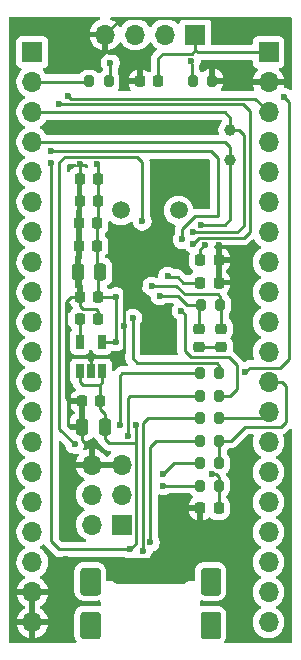
<source format=gbr>
%TF.GenerationSoftware,KiCad,Pcbnew,9.0.0*%
%TF.CreationDate,2025-02-28T11:04:11+07:00*%
%TF.ProjectId,SMT32_Bluepill,534d5433-325f-4426-9c75-6570696c6c2e,rev?*%
%TF.SameCoordinates,Original*%
%TF.FileFunction,Copper,L2,Bot*%
%TF.FilePolarity,Positive*%
%FSLAX46Y46*%
G04 Gerber Fmt 4.6, Leading zero omitted, Abs format (unit mm)*
G04 Created by KiCad (PCBNEW 9.0.0) date 2025-02-28 11:04:11*
%MOMM*%
%LPD*%
G01*
G04 APERTURE LIST*
G04 Aperture macros list*
%AMRoundRect*
0 Rectangle with rounded corners*
0 $1 Rounding radius*
0 $2 $3 $4 $5 $6 $7 $8 $9 X,Y pos of 4 corners*
0 Add a 4 corners polygon primitive as box body*
4,1,4,$2,$3,$4,$5,$6,$7,$8,$9,$2,$3,0*
0 Add four circle primitives for the rounded corners*
1,1,$1+$1,$2,$3*
1,1,$1+$1,$4,$5*
1,1,$1+$1,$6,$7*
1,1,$1+$1,$8,$9*
0 Add four rect primitives between the rounded corners*
20,1,$1+$1,$2,$3,$4,$5,0*
20,1,$1+$1,$4,$5,$6,$7,0*
20,1,$1+$1,$6,$7,$8,$9,0*
20,1,$1+$1,$8,$9,$2,$3,0*%
G04 Aperture macros list end*
%TA.AperFunction,EtchedComponent*%
%ADD10C,0.010000*%
%TD*%
%TA.AperFunction,ComponentPad*%
%ADD11C,1.650000*%
%TD*%
%TA.AperFunction,ComponentPad*%
%ADD12C,1.000000*%
%TD*%
%TA.AperFunction,ComponentPad*%
%ADD13C,1.500000*%
%TD*%
%TA.AperFunction,ComponentPad*%
%ADD14R,1.700000X1.700000*%
%TD*%
%TA.AperFunction,ComponentPad*%
%ADD15O,1.700000X1.700000*%
%TD*%
%TA.AperFunction,SMDPad,CuDef*%
%ADD16RoundRect,0.200000X0.200000X0.275000X-0.200000X0.275000X-0.200000X-0.275000X0.200000X-0.275000X0*%
%TD*%
%TA.AperFunction,SMDPad,CuDef*%
%ADD17RoundRect,0.200000X-0.200000X-0.275000X0.200000X-0.275000X0.200000X0.275000X-0.200000X0.275000X0*%
%TD*%
%TA.AperFunction,SMDPad,CuDef*%
%ADD18RoundRect,0.250000X0.250000X0.475000X-0.250000X0.475000X-0.250000X-0.475000X0.250000X-0.475000X0*%
%TD*%
%TA.AperFunction,SMDPad,CuDef*%
%ADD19RoundRect,0.225000X0.225000X0.250000X-0.225000X0.250000X-0.225000X-0.250000X0.225000X-0.250000X0*%
%TD*%
%TA.AperFunction,SMDPad,CuDef*%
%ADD20RoundRect,0.225000X0.250000X-0.225000X0.250000X0.225000X-0.250000X0.225000X-0.250000X-0.225000X0*%
%TD*%
%TA.AperFunction,SMDPad,CuDef*%
%ADD21RoundRect,0.225000X-0.225000X-0.250000X0.225000X-0.250000X0.225000X0.250000X-0.225000X0.250000X0*%
%TD*%
%TA.AperFunction,SMDPad,CuDef*%
%ADD22R,0.650000X1.250000*%
%TD*%
%TA.AperFunction,ViaPad*%
%ADD23C,0.600000*%
%TD*%
%TA.AperFunction,Conductor*%
%ADD24C,0.254000*%
%TD*%
G04 APERTURE END LIST*
D10*
%TO.C,U3*%
X25456000Y-93677000D02*
X25472000Y-93679000D01*
X25487000Y-93682000D01*
X25503000Y-93685000D01*
X25518000Y-93690000D01*
X25533000Y-93695000D01*
X25547000Y-93701000D01*
X25561000Y-93708000D01*
X25575000Y-93715000D01*
X25588000Y-93723000D01*
X25601000Y-93732000D01*
X25614000Y-93742000D01*
X25626000Y-93752000D01*
X25637000Y-93763000D01*
X25648000Y-93774000D01*
X25658000Y-93786000D01*
X25668000Y-93799000D01*
X25677000Y-93812000D01*
X25685000Y-93825000D01*
X25692000Y-93839000D01*
X25699000Y-93853000D01*
X25705000Y-93867000D01*
X25710000Y-93882000D01*
X25715000Y-93897000D01*
X25718000Y-93913000D01*
X25721000Y-93928000D01*
X25723000Y-93944000D01*
X25725000Y-93959000D01*
X25725000Y-93975000D01*
X25725000Y-95625000D01*
X25725000Y-95641000D01*
X25723000Y-95656000D01*
X25721000Y-95672000D01*
X25718000Y-95687000D01*
X25715000Y-95703000D01*
X25710000Y-95718000D01*
X25705000Y-95733000D01*
X25699000Y-95747000D01*
X25692000Y-95761000D01*
X25685000Y-95775000D01*
X25677000Y-95788000D01*
X25668000Y-95801000D01*
X25658000Y-95814000D01*
X25648000Y-95826000D01*
X25637000Y-95837000D01*
X25626000Y-95848000D01*
X25614000Y-95858000D01*
X25601000Y-95868000D01*
X25588000Y-95877000D01*
X25575000Y-95885000D01*
X25561000Y-95892000D01*
X25547000Y-95899000D01*
X25533000Y-95905000D01*
X25518000Y-95910000D01*
X25503000Y-95915000D01*
X25487000Y-95918000D01*
X25472000Y-95921000D01*
X25456000Y-95923000D01*
X25441000Y-95925000D01*
X25425000Y-95925000D01*
X24375000Y-95925000D01*
X24359000Y-95925000D01*
X24344000Y-95923000D01*
X24328000Y-95921000D01*
X24313000Y-95918000D01*
X24297000Y-95915000D01*
X24282000Y-95910000D01*
X24267000Y-95905000D01*
X24253000Y-95899000D01*
X24239000Y-95892000D01*
X24225000Y-95885000D01*
X24212000Y-95877000D01*
X24199000Y-95868000D01*
X24186000Y-95858000D01*
X24174000Y-95848000D01*
X24163000Y-95837000D01*
X24152000Y-95826000D01*
X24142000Y-95814000D01*
X24132000Y-95801000D01*
X24123000Y-95788000D01*
X24115000Y-95775000D01*
X24108000Y-95761000D01*
X24101000Y-95747000D01*
X24095000Y-95733000D01*
X24090000Y-95718000D01*
X24085000Y-95703000D01*
X24082000Y-95687000D01*
X24079000Y-95672000D01*
X24077000Y-95656000D01*
X24075000Y-95641000D01*
X24075000Y-95625000D01*
X24075000Y-93975000D01*
X24075000Y-93959000D01*
X24077000Y-93944000D01*
X24079000Y-93928000D01*
X24082000Y-93913000D01*
X24085000Y-93897000D01*
X24090000Y-93882000D01*
X24095000Y-93867000D01*
X24101000Y-93853000D01*
X24108000Y-93839000D01*
X24115000Y-93825000D01*
X24123000Y-93812000D01*
X24132000Y-93799000D01*
X24142000Y-93786000D01*
X24152000Y-93774000D01*
X24163000Y-93763000D01*
X24174000Y-93752000D01*
X24186000Y-93742000D01*
X24199000Y-93732000D01*
X24212000Y-93723000D01*
X24225000Y-93715000D01*
X24239000Y-93708000D01*
X24253000Y-93701000D01*
X24267000Y-93695000D01*
X24282000Y-93690000D01*
X24297000Y-93685000D01*
X24313000Y-93682000D01*
X24328000Y-93679000D01*
X24344000Y-93677000D01*
X24359000Y-93675000D01*
X24375000Y-93675000D01*
X25425000Y-93675000D01*
X25441000Y-93675000D01*
X25456000Y-93677000D01*
%TA.AperFunction,EtchedComponent*%
G36*
X25456000Y-93677000D02*
G01*
X25472000Y-93679000D01*
X25487000Y-93682000D01*
X25503000Y-93685000D01*
X25518000Y-93690000D01*
X25533000Y-93695000D01*
X25547000Y-93701000D01*
X25561000Y-93708000D01*
X25575000Y-93715000D01*
X25588000Y-93723000D01*
X25601000Y-93732000D01*
X25614000Y-93742000D01*
X25626000Y-93752000D01*
X25637000Y-93763000D01*
X25648000Y-93774000D01*
X25658000Y-93786000D01*
X25668000Y-93799000D01*
X25677000Y-93812000D01*
X25685000Y-93825000D01*
X25692000Y-93839000D01*
X25699000Y-93853000D01*
X25705000Y-93867000D01*
X25710000Y-93882000D01*
X25715000Y-93897000D01*
X25718000Y-93913000D01*
X25721000Y-93928000D01*
X25723000Y-93944000D01*
X25725000Y-93959000D01*
X25725000Y-93975000D01*
X25725000Y-95625000D01*
X25725000Y-95641000D01*
X25723000Y-95656000D01*
X25721000Y-95672000D01*
X25718000Y-95687000D01*
X25715000Y-95703000D01*
X25710000Y-95718000D01*
X25705000Y-95733000D01*
X25699000Y-95747000D01*
X25692000Y-95761000D01*
X25685000Y-95775000D01*
X25677000Y-95788000D01*
X25668000Y-95801000D01*
X25658000Y-95814000D01*
X25648000Y-95826000D01*
X25637000Y-95837000D01*
X25626000Y-95848000D01*
X25614000Y-95858000D01*
X25601000Y-95868000D01*
X25588000Y-95877000D01*
X25575000Y-95885000D01*
X25561000Y-95892000D01*
X25547000Y-95899000D01*
X25533000Y-95905000D01*
X25518000Y-95910000D01*
X25503000Y-95915000D01*
X25487000Y-95918000D01*
X25472000Y-95921000D01*
X25456000Y-95923000D01*
X25441000Y-95925000D01*
X25425000Y-95925000D01*
X24375000Y-95925000D01*
X24359000Y-95925000D01*
X24344000Y-95923000D01*
X24328000Y-95921000D01*
X24313000Y-95918000D01*
X24297000Y-95915000D01*
X24282000Y-95910000D01*
X24267000Y-95905000D01*
X24253000Y-95899000D01*
X24239000Y-95892000D01*
X24225000Y-95885000D01*
X24212000Y-95877000D01*
X24199000Y-95868000D01*
X24186000Y-95858000D01*
X24174000Y-95848000D01*
X24163000Y-95837000D01*
X24152000Y-95826000D01*
X24142000Y-95814000D01*
X24132000Y-95801000D01*
X24123000Y-95788000D01*
X24115000Y-95775000D01*
X24108000Y-95761000D01*
X24101000Y-95747000D01*
X24095000Y-95733000D01*
X24090000Y-95718000D01*
X24085000Y-95703000D01*
X24082000Y-95687000D01*
X24079000Y-95672000D01*
X24077000Y-95656000D01*
X24075000Y-95641000D01*
X24075000Y-95625000D01*
X24075000Y-93975000D01*
X24075000Y-93959000D01*
X24077000Y-93944000D01*
X24079000Y-93928000D01*
X24082000Y-93913000D01*
X24085000Y-93897000D01*
X24090000Y-93882000D01*
X24095000Y-93867000D01*
X24101000Y-93853000D01*
X24108000Y-93839000D01*
X24115000Y-93825000D01*
X24123000Y-93812000D01*
X24132000Y-93799000D01*
X24142000Y-93786000D01*
X24152000Y-93774000D01*
X24163000Y-93763000D01*
X24174000Y-93752000D01*
X24186000Y-93742000D01*
X24199000Y-93732000D01*
X24212000Y-93723000D01*
X24225000Y-93715000D01*
X24239000Y-93708000D01*
X24253000Y-93701000D01*
X24267000Y-93695000D01*
X24282000Y-93690000D01*
X24297000Y-93685000D01*
X24313000Y-93682000D01*
X24328000Y-93679000D01*
X24344000Y-93677000D01*
X24359000Y-93675000D01*
X24375000Y-93675000D01*
X25425000Y-93675000D01*
X25441000Y-93675000D01*
X25456000Y-93677000D01*
G37*
%TD.AperFunction*%
X25456000Y-97377000D02*
X25472000Y-97379000D01*
X25487000Y-97382000D01*
X25503000Y-97385000D01*
X25518000Y-97390000D01*
X25533000Y-97395000D01*
X25547000Y-97401000D01*
X25561000Y-97408000D01*
X25575000Y-97415000D01*
X25588000Y-97423000D01*
X25601000Y-97432000D01*
X25614000Y-97442000D01*
X25626000Y-97452000D01*
X25637000Y-97463000D01*
X25648000Y-97474000D01*
X25658000Y-97486000D01*
X25668000Y-97499000D01*
X25677000Y-97512000D01*
X25685000Y-97525000D01*
X25692000Y-97539000D01*
X25699000Y-97553000D01*
X25705000Y-97567000D01*
X25710000Y-97582000D01*
X25715000Y-97597000D01*
X25718000Y-97613000D01*
X25721000Y-97628000D01*
X25723000Y-97644000D01*
X25725000Y-97659000D01*
X25725000Y-97675000D01*
X25725000Y-99325000D01*
X25725000Y-99341000D01*
X25723000Y-99356000D01*
X25721000Y-99372000D01*
X25718000Y-99387000D01*
X25715000Y-99403000D01*
X25710000Y-99418000D01*
X25705000Y-99433000D01*
X25699000Y-99447000D01*
X25692000Y-99461000D01*
X25685000Y-99475000D01*
X25677000Y-99488000D01*
X25668000Y-99501000D01*
X25658000Y-99514000D01*
X25648000Y-99526000D01*
X25637000Y-99537000D01*
X25626000Y-99548000D01*
X25614000Y-99558000D01*
X25601000Y-99568000D01*
X25588000Y-99577000D01*
X25575000Y-99585000D01*
X25561000Y-99592000D01*
X25547000Y-99599000D01*
X25533000Y-99605000D01*
X25518000Y-99610000D01*
X25503000Y-99615000D01*
X25487000Y-99618000D01*
X25472000Y-99621000D01*
X25456000Y-99623000D01*
X25441000Y-99625000D01*
X25425000Y-99625000D01*
X24375000Y-99625000D01*
X24359000Y-99625000D01*
X24344000Y-99623000D01*
X24328000Y-99621000D01*
X24313000Y-99618000D01*
X24297000Y-99615000D01*
X24282000Y-99610000D01*
X24267000Y-99605000D01*
X24253000Y-99599000D01*
X24239000Y-99592000D01*
X24225000Y-99585000D01*
X24212000Y-99577000D01*
X24199000Y-99568000D01*
X24186000Y-99558000D01*
X24174000Y-99548000D01*
X24163000Y-99537000D01*
X24152000Y-99526000D01*
X24142000Y-99514000D01*
X24132000Y-99501000D01*
X24123000Y-99488000D01*
X24115000Y-99475000D01*
X24108000Y-99461000D01*
X24101000Y-99447000D01*
X24095000Y-99433000D01*
X24090000Y-99418000D01*
X24085000Y-99403000D01*
X24082000Y-99387000D01*
X24079000Y-99372000D01*
X24077000Y-99356000D01*
X24075000Y-99341000D01*
X24075000Y-99325000D01*
X24075000Y-97675000D01*
X24075000Y-97659000D01*
X24077000Y-97644000D01*
X24079000Y-97628000D01*
X24082000Y-97613000D01*
X24085000Y-97597000D01*
X24090000Y-97582000D01*
X24095000Y-97567000D01*
X24101000Y-97553000D01*
X24108000Y-97539000D01*
X24115000Y-97525000D01*
X24123000Y-97512000D01*
X24132000Y-97499000D01*
X24142000Y-97486000D01*
X24152000Y-97474000D01*
X24163000Y-97463000D01*
X24174000Y-97452000D01*
X24186000Y-97442000D01*
X24199000Y-97432000D01*
X24212000Y-97423000D01*
X24225000Y-97415000D01*
X24239000Y-97408000D01*
X24253000Y-97401000D01*
X24267000Y-97395000D01*
X24282000Y-97390000D01*
X24297000Y-97385000D01*
X24313000Y-97382000D01*
X24328000Y-97379000D01*
X24344000Y-97377000D01*
X24359000Y-97375000D01*
X24375000Y-97375000D01*
X25425000Y-97375000D01*
X25441000Y-97375000D01*
X25456000Y-97377000D01*
%TA.AperFunction,EtchedComponent*%
G36*
X25456000Y-97377000D02*
G01*
X25472000Y-97379000D01*
X25487000Y-97382000D01*
X25503000Y-97385000D01*
X25518000Y-97390000D01*
X25533000Y-97395000D01*
X25547000Y-97401000D01*
X25561000Y-97408000D01*
X25575000Y-97415000D01*
X25588000Y-97423000D01*
X25601000Y-97432000D01*
X25614000Y-97442000D01*
X25626000Y-97452000D01*
X25637000Y-97463000D01*
X25648000Y-97474000D01*
X25658000Y-97486000D01*
X25668000Y-97499000D01*
X25677000Y-97512000D01*
X25685000Y-97525000D01*
X25692000Y-97539000D01*
X25699000Y-97553000D01*
X25705000Y-97567000D01*
X25710000Y-97582000D01*
X25715000Y-97597000D01*
X25718000Y-97613000D01*
X25721000Y-97628000D01*
X25723000Y-97644000D01*
X25725000Y-97659000D01*
X25725000Y-97675000D01*
X25725000Y-99325000D01*
X25725000Y-99341000D01*
X25723000Y-99356000D01*
X25721000Y-99372000D01*
X25718000Y-99387000D01*
X25715000Y-99403000D01*
X25710000Y-99418000D01*
X25705000Y-99433000D01*
X25699000Y-99447000D01*
X25692000Y-99461000D01*
X25685000Y-99475000D01*
X25677000Y-99488000D01*
X25668000Y-99501000D01*
X25658000Y-99514000D01*
X25648000Y-99526000D01*
X25637000Y-99537000D01*
X25626000Y-99548000D01*
X25614000Y-99558000D01*
X25601000Y-99568000D01*
X25588000Y-99577000D01*
X25575000Y-99585000D01*
X25561000Y-99592000D01*
X25547000Y-99599000D01*
X25533000Y-99605000D01*
X25518000Y-99610000D01*
X25503000Y-99615000D01*
X25487000Y-99618000D01*
X25472000Y-99621000D01*
X25456000Y-99623000D01*
X25441000Y-99625000D01*
X25425000Y-99625000D01*
X24375000Y-99625000D01*
X24359000Y-99625000D01*
X24344000Y-99623000D01*
X24328000Y-99621000D01*
X24313000Y-99618000D01*
X24297000Y-99615000D01*
X24282000Y-99610000D01*
X24267000Y-99605000D01*
X24253000Y-99599000D01*
X24239000Y-99592000D01*
X24225000Y-99585000D01*
X24212000Y-99577000D01*
X24199000Y-99568000D01*
X24186000Y-99558000D01*
X24174000Y-99548000D01*
X24163000Y-99537000D01*
X24152000Y-99526000D01*
X24142000Y-99514000D01*
X24132000Y-99501000D01*
X24123000Y-99488000D01*
X24115000Y-99475000D01*
X24108000Y-99461000D01*
X24101000Y-99447000D01*
X24095000Y-99433000D01*
X24090000Y-99418000D01*
X24085000Y-99403000D01*
X24082000Y-99387000D01*
X24079000Y-99372000D01*
X24077000Y-99356000D01*
X24075000Y-99341000D01*
X24075000Y-99325000D01*
X24075000Y-97675000D01*
X24075000Y-97659000D01*
X24077000Y-97644000D01*
X24079000Y-97628000D01*
X24082000Y-97613000D01*
X24085000Y-97597000D01*
X24090000Y-97582000D01*
X24095000Y-97567000D01*
X24101000Y-97553000D01*
X24108000Y-97539000D01*
X24115000Y-97525000D01*
X24123000Y-97512000D01*
X24132000Y-97499000D01*
X24142000Y-97486000D01*
X24152000Y-97474000D01*
X24163000Y-97463000D01*
X24174000Y-97452000D01*
X24186000Y-97442000D01*
X24199000Y-97432000D01*
X24212000Y-97423000D01*
X24225000Y-97415000D01*
X24239000Y-97408000D01*
X24253000Y-97401000D01*
X24267000Y-97395000D01*
X24282000Y-97390000D01*
X24297000Y-97385000D01*
X24313000Y-97382000D01*
X24328000Y-97379000D01*
X24344000Y-97377000D01*
X24359000Y-97375000D01*
X24375000Y-97375000D01*
X25425000Y-97375000D01*
X25441000Y-97375000D01*
X25456000Y-97377000D01*
G37*
%TD.AperFunction*%
X35656000Y-93677000D02*
X35672000Y-93679000D01*
X35687000Y-93682000D01*
X35703000Y-93685000D01*
X35718000Y-93690000D01*
X35733000Y-93695000D01*
X35747000Y-93701000D01*
X35761000Y-93708000D01*
X35775000Y-93715000D01*
X35788000Y-93723000D01*
X35801000Y-93732000D01*
X35814000Y-93742000D01*
X35826000Y-93752000D01*
X35837000Y-93763000D01*
X35848000Y-93774000D01*
X35858000Y-93786000D01*
X35868000Y-93799000D01*
X35877000Y-93812000D01*
X35885000Y-93825000D01*
X35892000Y-93839000D01*
X35899000Y-93853000D01*
X35905000Y-93867000D01*
X35910000Y-93882000D01*
X35915000Y-93897000D01*
X35918000Y-93913000D01*
X35921000Y-93928000D01*
X35923000Y-93944000D01*
X35925000Y-93959000D01*
X35925000Y-93975000D01*
X35925000Y-95625000D01*
X35925000Y-95641000D01*
X35923000Y-95656000D01*
X35921000Y-95672000D01*
X35918000Y-95687000D01*
X35915000Y-95703000D01*
X35910000Y-95718000D01*
X35905000Y-95733000D01*
X35899000Y-95747000D01*
X35892000Y-95761000D01*
X35885000Y-95775000D01*
X35877000Y-95788000D01*
X35868000Y-95801000D01*
X35858000Y-95814000D01*
X35848000Y-95826000D01*
X35837000Y-95837000D01*
X35826000Y-95848000D01*
X35814000Y-95858000D01*
X35801000Y-95868000D01*
X35788000Y-95877000D01*
X35775000Y-95885000D01*
X35761000Y-95892000D01*
X35747000Y-95899000D01*
X35733000Y-95905000D01*
X35718000Y-95910000D01*
X35703000Y-95915000D01*
X35687000Y-95918000D01*
X35672000Y-95921000D01*
X35656000Y-95923000D01*
X35641000Y-95925000D01*
X35625000Y-95925000D01*
X34575000Y-95925000D01*
X34559000Y-95925000D01*
X34544000Y-95923000D01*
X34528000Y-95921000D01*
X34513000Y-95918000D01*
X34497000Y-95915000D01*
X34482000Y-95910000D01*
X34467000Y-95905000D01*
X34453000Y-95899000D01*
X34439000Y-95892000D01*
X34425000Y-95885000D01*
X34412000Y-95877000D01*
X34399000Y-95868000D01*
X34386000Y-95858000D01*
X34374000Y-95848000D01*
X34363000Y-95837000D01*
X34352000Y-95826000D01*
X34342000Y-95814000D01*
X34332000Y-95801000D01*
X34323000Y-95788000D01*
X34315000Y-95775000D01*
X34308000Y-95761000D01*
X34301000Y-95747000D01*
X34295000Y-95733000D01*
X34290000Y-95718000D01*
X34285000Y-95703000D01*
X34282000Y-95687000D01*
X34279000Y-95672000D01*
X34277000Y-95656000D01*
X34275000Y-95641000D01*
X34275000Y-95625000D01*
X34275000Y-93975000D01*
X34275000Y-93959000D01*
X34277000Y-93944000D01*
X34279000Y-93928000D01*
X34282000Y-93913000D01*
X34285000Y-93897000D01*
X34290000Y-93882000D01*
X34295000Y-93867000D01*
X34301000Y-93853000D01*
X34308000Y-93839000D01*
X34315000Y-93825000D01*
X34323000Y-93812000D01*
X34332000Y-93799000D01*
X34342000Y-93786000D01*
X34352000Y-93774000D01*
X34363000Y-93763000D01*
X34374000Y-93752000D01*
X34386000Y-93742000D01*
X34399000Y-93732000D01*
X34412000Y-93723000D01*
X34425000Y-93715000D01*
X34439000Y-93708000D01*
X34453000Y-93701000D01*
X34467000Y-93695000D01*
X34482000Y-93690000D01*
X34497000Y-93685000D01*
X34513000Y-93682000D01*
X34528000Y-93679000D01*
X34544000Y-93677000D01*
X34559000Y-93675000D01*
X34575000Y-93675000D01*
X35625000Y-93675000D01*
X35641000Y-93675000D01*
X35656000Y-93677000D01*
%TA.AperFunction,EtchedComponent*%
G36*
X35656000Y-93677000D02*
G01*
X35672000Y-93679000D01*
X35687000Y-93682000D01*
X35703000Y-93685000D01*
X35718000Y-93690000D01*
X35733000Y-93695000D01*
X35747000Y-93701000D01*
X35761000Y-93708000D01*
X35775000Y-93715000D01*
X35788000Y-93723000D01*
X35801000Y-93732000D01*
X35814000Y-93742000D01*
X35826000Y-93752000D01*
X35837000Y-93763000D01*
X35848000Y-93774000D01*
X35858000Y-93786000D01*
X35868000Y-93799000D01*
X35877000Y-93812000D01*
X35885000Y-93825000D01*
X35892000Y-93839000D01*
X35899000Y-93853000D01*
X35905000Y-93867000D01*
X35910000Y-93882000D01*
X35915000Y-93897000D01*
X35918000Y-93913000D01*
X35921000Y-93928000D01*
X35923000Y-93944000D01*
X35925000Y-93959000D01*
X35925000Y-93975000D01*
X35925000Y-95625000D01*
X35925000Y-95641000D01*
X35923000Y-95656000D01*
X35921000Y-95672000D01*
X35918000Y-95687000D01*
X35915000Y-95703000D01*
X35910000Y-95718000D01*
X35905000Y-95733000D01*
X35899000Y-95747000D01*
X35892000Y-95761000D01*
X35885000Y-95775000D01*
X35877000Y-95788000D01*
X35868000Y-95801000D01*
X35858000Y-95814000D01*
X35848000Y-95826000D01*
X35837000Y-95837000D01*
X35826000Y-95848000D01*
X35814000Y-95858000D01*
X35801000Y-95868000D01*
X35788000Y-95877000D01*
X35775000Y-95885000D01*
X35761000Y-95892000D01*
X35747000Y-95899000D01*
X35733000Y-95905000D01*
X35718000Y-95910000D01*
X35703000Y-95915000D01*
X35687000Y-95918000D01*
X35672000Y-95921000D01*
X35656000Y-95923000D01*
X35641000Y-95925000D01*
X35625000Y-95925000D01*
X34575000Y-95925000D01*
X34559000Y-95925000D01*
X34544000Y-95923000D01*
X34528000Y-95921000D01*
X34513000Y-95918000D01*
X34497000Y-95915000D01*
X34482000Y-95910000D01*
X34467000Y-95905000D01*
X34453000Y-95899000D01*
X34439000Y-95892000D01*
X34425000Y-95885000D01*
X34412000Y-95877000D01*
X34399000Y-95868000D01*
X34386000Y-95858000D01*
X34374000Y-95848000D01*
X34363000Y-95837000D01*
X34352000Y-95826000D01*
X34342000Y-95814000D01*
X34332000Y-95801000D01*
X34323000Y-95788000D01*
X34315000Y-95775000D01*
X34308000Y-95761000D01*
X34301000Y-95747000D01*
X34295000Y-95733000D01*
X34290000Y-95718000D01*
X34285000Y-95703000D01*
X34282000Y-95687000D01*
X34279000Y-95672000D01*
X34277000Y-95656000D01*
X34275000Y-95641000D01*
X34275000Y-95625000D01*
X34275000Y-93975000D01*
X34275000Y-93959000D01*
X34277000Y-93944000D01*
X34279000Y-93928000D01*
X34282000Y-93913000D01*
X34285000Y-93897000D01*
X34290000Y-93882000D01*
X34295000Y-93867000D01*
X34301000Y-93853000D01*
X34308000Y-93839000D01*
X34315000Y-93825000D01*
X34323000Y-93812000D01*
X34332000Y-93799000D01*
X34342000Y-93786000D01*
X34352000Y-93774000D01*
X34363000Y-93763000D01*
X34374000Y-93752000D01*
X34386000Y-93742000D01*
X34399000Y-93732000D01*
X34412000Y-93723000D01*
X34425000Y-93715000D01*
X34439000Y-93708000D01*
X34453000Y-93701000D01*
X34467000Y-93695000D01*
X34482000Y-93690000D01*
X34497000Y-93685000D01*
X34513000Y-93682000D01*
X34528000Y-93679000D01*
X34544000Y-93677000D01*
X34559000Y-93675000D01*
X34575000Y-93675000D01*
X35625000Y-93675000D01*
X35641000Y-93675000D01*
X35656000Y-93677000D01*
G37*
%TD.AperFunction*%
X35656000Y-97377000D02*
X35672000Y-97379000D01*
X35687000Y-97382000D01*
X35703000Y-97385000D01*
X35718000Y-97390000D01*
X35733000Y-97395000D01*
X35747000Y-97401000D01*
X35761000Y-97408000D01*
X35775000Y-97415000D01*
X35788000Y-97423000D01*
X35801000Y-97432000D01*
X35814000Y-97442000D01*
X35826000Y-97452000D01*
X35837000Y-97463000D01*
X35848000Y-97474000D01*
X35858000Y-97486000D01*
X35868000Y-97499000D01*
X35877000Y-97512000D01*
X35885000Y-97525000D01*
X35892000Y-97539000D01*
X35899000Y-97553000D01*
X35905000Y-97567000D01*
X35910000Y-97582000D01*
X35915000Y-97597000D01*
X35918000Y-97613000D01*
X35921000Y-97628000D01*
X35923000Y-97644000D01*
X35925000Y-97659000D01*
X35925000Y-97675000D01*
X35925000Y-99325000D01*
X35925000Y-99341000D01*
X35923000Y-99356000D01*
X35921000Y-99372000D01*
X35918000Y-99387000D01*
X35915000Y-99403000D01*
X35910000Y-99418000D01*
X35905000Y-99433000D01*
X35899000Y-99447000D01*
X35892000Y-99461000D01*
X35885000Y-99475000D01*
X35877000Y-99488000D01*
X35868000Y-99501000D01*
X35858000Y-99514000D01*
X35848000Y-99526000D01*
X35837000Y-99537000D01*
X35826000Y-99548000D01*
X35814000Y-99558000D01*
X35801000Y-99568000D01*
X35788000Y-99577000D01*
X35775000Y-99585000D01*
X35761000Y-99592000D01*
X35747000Y-99599000D01*
X35733000Y-99605000D01*
X35718000Y-99610000D01*
X35703000Y-99615000D01*
X35687000Y-99618000D01*
X35672000Y-99621000D01*
X35656000Y-99623000D01*
X35641000Y-99625000D01*
X35625000Y-99625000D01*
X34575000Y-99625000D01*
X34559000Y-99625000D01*
X34544000Y-99623000D01*
X34528000Y-99621000D01*
X34513000Y-99618000D01*
X34497000Y-99615000D01*
X34482000Y-99610000D01*
X34467000Y-99605000D01*
X34453000Y-99599000D01*
X34439000Y-99592000D01*
X34425000Y-99585000D01*
X34412000Y-99577000D01*
X34399000Y-99568000D01*
X34386000Y-99558000D01*
X34374000Y-99548000D01*
X34363000Y-99537000D01*
X34352000Y-99526000D01*
X34342000Y-99514000D01*
X34332000Y-99501000D01*
X34323000Y-99488000D01*
X34315000Y-99475000D01*
X34308000Y-99461000D01*
X34301000Y-99447000D01*
X34295000Y-99433000D01*
X34290000Y-99418000D01*
X34285000Y-99403000D01*
X34282000Y-99387000D01*
X34279000Y-99372000D01*
X34277000Y-99356000D01*
X34275000Y-99341000D01*
X34275000Y-99325000D01*
X34275000Y-97675000D01*
X34275000Y-97659000D01*
X34277000Y-97644000D01*
X34279000Y-97628000D01*
X34282000Y-97613000D01*
X34285000Y-97597000D01*
X34290000Y-97582000D01*
X34295000Y-97567000D01*
X34301000Y-97553000D01*
X34308000Y-97539000D01*
X34315000Y-97525000D01*
X34323000Y-97512000D01*
X34332000Y-97499000D01*
X34342000Y-97486000D01*
X34352000Y-97474000D01*
X34363000Y-97463000D01*
X34374000Y-97452000D01*
X34386000Y-97442000D01*
X34399000Y-97432000D01*
X34412000Y-97423000D01*
X34425000Y-97415000D01*
X34439000Y-97408000D01*
X34453000Y-97401000D01*
X34467000Y-97395000D01*
X34482000Y-97390000D01*
X34497000Y-97385000D01*
X34513000Y-97382000D01*
X34528000Y-97379000D01*
X34544000Y-97377000D01*
X34559000Y-97375000D01*
X34575000Y-97375000D01*
X35625000Y-97375000D01*
X35641000Y-97375000D01*
X35656000Y-97377000D01*
%TA.AperFunction,EtchedComponent*%
G36*
X35656000Y-97377000D02*
G01*
X35672000Y-97379000D01*
X35687000Y-97382000D01*
X35703000Y-97385000D01*
X35718000Y-97390000D01*
X35733000Y-97395000D01*
X35747000Y-97401000D01*
X35761000Y-97408000D01*
X35775000Y-97415000D01*
X35788000Y-97423000D01*
X35801000Y-97432000D01*
X35814000Y-97442000D01*
X35826000Y-97452000D01*
X35837000Y-97463000D01*
X35848000Y-97474000D01*
X35858000Y-97486000D01*
X35868000Y-97499000D01*
X35877000Y-97512000D01*
X35885000Y-97525000D01*
X35892000Y-97539000D01*
X35899000Y-97553000D01*
X35905000Y-97567000D01*
X35910000Y-97582000D01*
X35915000Y-97597000D01*
X35918000Y-97613000D01*
X35921000Y-97628000D01*
X35923000Y-97644000D01*
X35925000Y-97659000D01*
X35925000Y-97675000D01*
X35925000Y-99325000D01*
X35925000Y-99341000D01*
X35923000Y-99356000D01*
X35921000Y-99372000D01*
X35918000Y-99387000D01*
X35915000Y-99403000D01*
X35910000Y-99418000D01*
X35905000Y-99433000D01*
X35899000Y-99447000D01*
X35892000Y-99461000D01*
X35885000Y-99475000D01*
X35877000Y-99488000D01*
X35868000Y-99501000D01*
X35858000Y-99514000D01*
X35848000Y-99526000D01*
X35837000Y-99537000D01*
X35826000Y-99548000D01*
X35814000Y-99558000D01*
X35801000Y-99568000D01*
X35788000Y-99577000D01*
X35775000Y-99585000D01*
X35761000Y-99592000D01*
X35747000Y-99599000D01*
X35733000Y-99605000D01*
X35718000Y-99610000D01*
X35703000Y-99615000D01*
X35687000Y-99618000D01*
X35672000Y-99621000D01*
X35656000Y-99623000D01*
X35641000Y-99625000D01*
X35625000Y-99625000D01*
X34575000Y-99625000D01*
X34559000Y-99625000D01*
X34544000Y-99623000D01*
X34528000Y-99621000D01*
X34513000Y-99618000D01*
X34497000Y-99615000D01*
X34482000Y-99610000D01*
X34467000Y-99605000D01*
X34453000Y-99599000D01*
X34439000Y-99592000D01*
X34425000Y-99585000D01*
X34412000Y-99577000D01*
X34399000Y-99568000D01*
X34386000Y-99558000D01*
X34374000Y-99548000D01*
X34363000Y-99537000D01*
X34352000Y-99526000D01*
X34342000Y-99514000D01*
X34332000Y-99501000D01*
X34323000Y-99488000D01*
X34315000Y-99475000D01*
X34308000Y-99461000D01*
X34301000Y-99447000D01*
X34295000Y-99433000D01*
X34290000Y-99418000D01*
X34285000Y-99403000D01*
X34282000Y-99387000D01*
X34279000Y-99372000D01*
X34277000Y-99356000D01*
X34275000Y-99341000D01*
X34275000Y-99325000D01*
X34275000Y-97675000D01*
X34275000Y-97659000D01*
X34277000Y-97644000D01*
X34279000Y-97628000D01*
X34282000Y-97613000D01*
X34285000Y-97597000D01*
X34290000Y-97582000D01*
X34295000Y-97567000D01*
X34301000Y-97553000D01*
X34308000Y-97539000D01*
X34315000Y-97525000D01*
X34323000Y-97512000D01*
X34332000Y-97499000D01*
X34342000Y-97486000D01*
X34352000Y-97474000D01*
X34363000Y-97463000D01*
X34374000Y-97452000D01*
X34386000Y-97442000D01*
X34399000Y-97432000D01*
X34412000Y-97423000D01*
X34425000Y-97415000D01*
X34439000Y-97408000D01*
X34453000Y-97401000D01*
X34467000Y-97395000D01*
X34482000Y-97390000D01*
X34497000Y-97385000D01*
X34513000Y-97382000D01*
X34528000Y-97379000D01*
X34544000Y-97377000D01*
X34559000Y-97375000D01*
X34575000Y-97375000D01*
X35625000Y-97375000D01*
X35641000Y-97375000D01*
X35656000Y-97377000D01*
G37*
%TD.AperFunction*%
%TD*%
D11*
%TO.P,U3,S3,SHIELD*%
%TO.N,Earth*%
X24900000Y-94800000D03*
%TO.P,U3,S4,SHIELD*%
X35100000Y-94800000D03*
%TO.P,U3,S5,SHIELD*%
X24900000Y-98500000D03*
%TO.P,U3,S6,SHIELD*%
X35100000Y-98500000D03*
%TD*%
D12*
%TO.P,Y3,1*%
%TO.N,PC14*%
X36750000Y-56600000D03*
%TO.P,Y3,2*%
%TO.N,PC15*%
X36750000Y-59140000D03*
%TD*%
D13*
%TO.P,Y2,1*%
%TO.N,OSCIN*%
X32400000Y-63400000D03*
%TO.P,Y2,2*%
%TO.N,OSCOUT*%
X27520000Y-63400000D03*
%TD*%
D14*
%TO.P,P1,1*%
%TO.N,+3V3*%
X27600000Y-90000000D03*
D15*
%TO.P,P1,2*%
X25060000Y-90000000D03*
%TO.P,P1,3*%
%TO.N,Net-(P1-Pad3)*%
X27600000Y-87460000D03*
%TO.P,P1,4*%
%TO.N,Net-(P1-Pad4)*%
X25060000Y-87460000D03*
%TO.P,P1,5*%
%TO.N,GND*%
X27600000Y-84920000D03*
%TO.P,P1,6*%
X25060000Y-84920000D03*
%TD*%
D14*
%TO.P,P2,1*%
%TO.N,+3V3*%
X33800000Y-48500000D03*
D15*
%TO.P,P2,2*%
%TO.N,SWDIO*%
X31260000Y-48500000D03*
%TO.P,P2,3*%
%TO.N,SWDCLK*%
X28720000Y-48500000D03*
%TO.P,P2,4*%
%TO.N,GND*%
X26180000Y-48500000D03*
%TD*%
D16*
%TO.P,R10,1*%
%TO.N,PA12*%
X35825000Y-84800000D03*
%TO.P,R10,2*%
%TO.N,+5V*%
X34175000Y-84800000D03*
%TD*%
D17*
%TO.P,R9,1*%
%TO.N,Net-(U3-D-)*%
X34175000Y-81000000D03*
%TO.P,R9,2*%
%TO.N,PA11*%
X35825000Y-81000000D03*
%TD*%
%TO.P,R11,1*%
%TO.N,Net-(U3-D+)*%
X34175000Y-82900000D03*
%TO.P,R11,2*%
%TO.N,PA12*%
X35825000Y-82900000D03*
%TD*%
D14*
%TO.P,P4,1*%
%TO.N,VBAT*%
X20000000Y-50000000D03*
D15*
%TO.P,P4,2*%
%TO.N,PC13*%
X20000000Y-52540000D03*
%TO.P,P4,3*%
%TO.N,PC14*%
X20000000Y-55080000D03*
%TO.P,P4,4*%
%TO.N,PC15*%
X20000000Y-57620000D03*
%TO.P,P4,5*%
%TO.N,PA0*%
X20000000Y-60160000D03*
%TO.P,P4,6*%
%TO.N,PA1*%
X20000000Y-62700000D03*
%TO.P,P4,7*%
%TO.N,PA2*%
X20000000Y-65240000D03*
%TO.P,P4,8*%
%TO.N,PA3*%
X20000000Y-67780000D03*
%TO.P,P4,9*%
%TO.N,PA4*%
X20000000Y-70320000D03*
%TO.P,P4,10*%
%TO.N,PA5*%
X20000000Y-72860000D03*
%TO.P,P4,11*%
%TO.N,PA6*%
X20000000Y-75400000D03*
%TO.P,P4,12*%
%TO.N,PA7*%
X20000000Y-77940000D03*
%TO.P,P4,13*%
%TO.N,PB0*%
X20000000Y-80480000D03*
%TO.P,P4,14*%
%TO.N,PB1*%
X20000000Y-83020000D03*
%TO.P,P4,15*%
%TO.N,PB10*%
X20000000Y-85560000D03*
%TO.P,P4,16*%
%TO.N,PB11*%
X20000000Y-88100000D03*
%TO.P,P4,17*%
%TO.N,NRST*%
X20000000Y-90640000D03*
%TO.P,P4,18*%
%TO.N,+3V3*%
X20000000Y-93180000D03*
%TO.P,P4,19*%
%TO.N,GND*%
X20000000Y-95720000D03*
%TO.P,P4,20*%
X20000000Y-98260000D03*
%TD*%
D18*
%TO.P,C5,1*%
%TO.N,+5V*%
X26125000Y-81700000D03*
%TO.P,C5,2*%
%TO.N,GND*%
X24225000Y-81700000D03*
%TD*%
D19*
%TO.P,C4,1*%
%TO.N,+3V3*%
X25550000Y-62600000D03*
%TO.P,C4,2*%
%TO.N,GND*%
X24000000Y-62600000D03*
%TD*%
D16*
%TO.P,R1,1*%
%TO.N,GND*%
X35225000Y-52400000D03*
%TO.P,R1,2*%
%TO.N,Net-(D1-K)*%
X33575000Y-52400000D03*
%TD*%
D19*
%TO.P,C7,1*%
%TO.N,+5V*%
X25740000Y-79550000D03*
%TO.P,C7,2*%
%TO.N,GND*%
X24190000Y-79550000D03*
%TD*%
D18*
%TO.P,C6,1*%
%TO.N,+3V3*%
X25775000Y-68600000D03*
%TO.P,C6,2*%
%TO.N,GND*%
X23875000Y-68600000D03*
%TD*%
D16*
%TO.P,R6,1*%
%TO.N,OSCOUT*%
X35925000Y-71400000D03*
%TO.P,R6,2*%
%TO.N,OSCIN*%
X34275000Y-71400000D03*
%TD*%
D20*
%TO.P,C14,1*%
%TO.N,Net-(C13-Pad1)*%
X36000000Y-74975000D03*
%TO.P,C14,2*%
%TO.N,OSCOUT*%
X36000000Y-73425000D03*
%TD*%
D19*
%TO.P,C12,1*%
%TO.N,GND*%
X35775000Y-69500000D03*
%TO.P,C12,2*%
%TO.N,PC15*%
X34225000Y-69500000D03*
%TD*%
D20*
%TO.P,C13,1*%
%TO.N,Net-(C13-Pad1)*%
X34100000Y-74975000D03*
%TO.P,C13,2*%
%TO.N,OSCIN*%
X34100000Y-73425000D03*
%TD*%
D19*
%TO.P,C3,1*%
%TO.N,+3V3*%
X25550000Y-60700000D03*
%TO.P,C3,2*%
%TO.N,GND*%
X24000000Y-60700000D03*
%TD*%
%TO.P,C11,1*%
%TO.N,+3V3*%
X25490122Y-66400000D03*
%TO.P,C11,2*%
%TO.N,GND*%
X23940122Y-66400000D03*
%TD*%
%TO.P,C9,1*%
%TO.N,GND*%
X35775000Y-67600000D03*
%TO.P,C9,2*%
%TO.N,PC14*%
X34225000Y-67600000D03*
%TD*%
D21*
%TO.P,C15,1*%
%TO.N,Net-(U1-BP)*%
X24050000Y-72600000D03*
%TO.P,C15,2*%
%TO.N,GND*%
X25600000Y-72600000D03*
%TD*%
D16*
%TO.P,R5,1*%
%TO.N,Net-(D2-K)*%
X26456250Y-52468750D03*
%TO.P,R5,2*%
%TO.N,PC13*%
X24806250Y-52468750D03*
%TD*%
D17*
%TO.P,R4,1*%
%TO.N,Net-(P1-Pad4)*%
X34175000Y-77200000D03*
%TO.P,R4,2*%
%TO.N,BOOT1*%
X35825000Y-77200000D03*
%TD*%
D22*
%TO.P,U1,1,VIN*%
%TO.N,+5V*%
X25905000Y-77000000D03*
%TO.P,U1,2,GND*%
%TO.N,GND*%
X24965000Y-77000000D03*
%TO.P,U1,3,EN*%
%TO.N,+5V*%
X24025000Y-77000000D03*
%TO.P,U1,4,BP*%
%TO.N,Net-(U1-BP)*%
X24025000Y-74500000D03*
%TO.P,U1,5,VOUT*%
%TO.N,+3V3*%
X25905000Y-74500000D03*
%TD*%
D17*
%TO.P,R2,1*%
%TO.N,+3V3*%
X34175000Y-86700000D03*
%TO.P,R2,2*%
%TO.N,Net-(C2-Pad1)*%
X35825000Y-86700000D03*
%TD*%
D19*
%TO.P,C2,1*%
%TO.N,Net-(C2-Pad1)*%
X35775000Y-88600000D03*
%TO.P,C2,2*%
%TO.N,GND*%
X34225000Y-88600000D03*
%TD*%
%TO.P,C8,1*%
%TO.N,+3V3*%
X25600000Y-70700000D03*
%TO.P,C8,2*%
%TO.N,GND*%
X24050000Y-70700000D03*
%TD*%
D16*
%TO.P,R3,1*%
%TO.N,BOOT0*%
X35825000Y-79100000D03*
%TO.P,R3,2*%
%TO.N,Net-(P1-Pad3)*%
X34175000Y-79100000D03*
%TD*%
D14*
%TO.P,P3,1*%
%TO.N,+3V3*%
X40000000Y-50000000D03*
D15*
%TO.P,P3,2*%
%TO.N,GND*%
X40000000Y-52540000D03*
%TO.P,P3,3*%
%TO.N,+5V*%
X40000000Y-55080000D03*
%TO.P,P3,4*%
%TO.N,PB9*%
X40000000Y-57620000D03*
%TO.P,P3,5*%
%TO.N,PB8*%
X40000000Y-60160000D03*
%TO.P,P3,6*%
%TO.N,PB7*%
X40000000Y-62700000D03*
%TO.P,P3,7*%
%TO.N,PB6*%
X40000000Y-65240000D03*
%TO.P,P3,8*%
%TO.N,PB5*%
X40000000Y-67780000D03*
%TO.P,P3,9*%
%TO.N,PB4*%
X40000000Y-70320000D03*
%TO.P,P3,10*%
%TO.N,PB3*%
X40000000Y-72860000D03*
%TO.P,P3,11*%
%TO.N,PA15*%
X40000000Y-75400000D03*
%TO.P,P3,12*%
%TO.N,PA12*%
X40000000Y-77940000D03*
%TO.P,P3,13*%
%TO.N,PA11*%
X40000000Y-80480000D03*
%TO.P,P3,14*%
%TO.N,PA10*%
X40000000Y-83020000D03*
%TO.P,P3,15*%
%TO.N,PA9*%
X40000000Y-85560000D03*
%TO.P,P3,16*%
%TO.N,PA8*%
X40000000Y-88100000D03*
%TO.P,P3,17*%
%TO.N,PB15*%
X40000000Y-90640000D03*
%TO.P,P3,18*%
%TO.N,PB14*%
X40000000Y-93180000D03*
%TO.P,P3,19*%
%TO.N,PB13*%
X40000000Y-95720000D03*
%TO.P,P3,20*%
%TO.N,PB12*%
X40000000Y-98260000D03*
%TD*%
D19*
%TO.P,C10,1*%
%TO.N,+3V3*%
X25490122Y-64479996D03*
%TO.P,C10,2*%
%TO.N,GND*%
X23940122Y-64479996D03*
%TD*%
%TO.P,C1,1*%
%TO.N,+3V3*%
X30675000Y-52468750D03*
%TO.P,C1,2*%
%TO.N,GND*%
X29125000Y-52468750D03*
%TD*%
D23*
%TO.N,PC14*%
X34600000Y-66327000D03*
%TO.N,PC15*%
X31456644Y-68956644D03*
%TO.N,OSCOUT*%
X30100000Y-69800000D03*
%TO.N,OSCIN*%
X30800000Y-70600000D03*
%TO.N,GND*%
X23100000Y-49300000D03*
X24000000Y-59500000D03*
%TO.N,+3V3*%
X25500000Y-59482000D03*
%TO.N,SWDIO*%
X38050000Y-77050000D03*
X41300000Y-53800000D03*
%TO.N,GND*%
X22800000Y-91100000D03*
X22820000Y-92900000D03*
X31900000Y-74527000D03*
X27800000Y-73200000D03*
X31900000Y-73200000D03*
X35800000Y-66327000D03*
X34200000Y-92300000D03*
X37600000Y-47300000D03*
X29100000Y-69700000D03*
%TO.N,+3V3*%
X27100000Y-70700000D03*
X31100000Y-86700000D03*
X27100000Y-74500000D03*
%TO.N,Net-(C2-Pad1)*%
X35200000Y-85700000D03*
%TO.N,+5V*%
X21600000Y-59400000D03*
X23000000Y-53700000D03*
X28746000Y-81554000D03*
X31100000Y-85700000D03*
X28300000Y-92100000D03*
%TO.N,PC14*%
X33600000Y-65227000D03*
%TO.N,PC15*%
X34300000Y-64600000D03*
%TO.N,Net-(P1-Pad4)*%
X27390981Y-81593598D03*
%TO.N,Net-(P1-Pad3)*%
X28100000Y-82473000D03*
%TO.N,BOOT0*%
X32600000Y-71900000D03*
%TO.N,BOOT1*%
X28500000Y-72500000D03*
%TO.N,PC13*%
X21600000Y-58400000D03*
X32700000Y-65855000D03*
%TO.N,Net-(U3-D-)*%
X29373000Y-92200000D03*
%TO.N,Net-(U3-D+)*%
X30000000Y-91500000D03*
%TO.N,NRST*%
X29300000Y-64300000D03*
X23600000Y-83200000D03*
%TO.N,VBAT*%
X33635318Y-66215136D03*
X22300000Y-54400000D03*
%TO.N,Net-(D1-K)*%
X33443356Y-50743356D03*
%TO.N,Net-(D2-K)*%
X26600000Y-50900000D03*
%TD*%
D24*
%TO.N,PA12*%
X41500000Y-78300000D02*
X41140000Y-77940000D01*
X41500000Y-81300000D02*
X41500000Y-78300000D01*
X41100000Y-81700000D02*
X41500000Y-81300000D01*
X36800000Y-82900000D02*
X38000000Y-81700000D01*
X41140000Y-77940000D02*
X40000000Y-77940000D01*
X35825000Y-82900000D02*
X36800000Y-82900000D01*
X38000000Y-81700000D02*
X41100000Y-81700000D01*
%TO.N,BOOT0*%
X37300000Y-76500000D02*
X37300000Y-78500000D01*
X36700000Y-79100000D02*
X35825000Y-79100000D01*
X33445000Y-75845000D02*
X36645000Y-75845000D01*
X32900000Y-75300000D02*
X33445000Y-75845000D01*
X36645000Y-75845000D02*
X37300000Y-76500000D01*
X37300000Y-78500000D02*
X36700000Y-79100000D01*
X32900000Y-72200000D02*
X32900000Y-75300000D01*
X32600000Y-71900000D02*
X32900000Y-72200000D01*
%TO.N,PC14*%
X34600000Y-66300000D02*
X34600000Y-66327000D01*
X34225000Y-66675000D02*
X34600000Y-66300000D01*
X34225000Y-67600000D02*
X34225000Y-66675000D01*
X37900000Y-57000000D02*
X37500000Y-56600000D01*
X37373000Y-65227000D02*
X37900000Y-64700000D01*
X33600000Y-65227000D02*
X37373000Y-65227000D01*
X37900000Y-64700000D02*
X37900000Y-57000000D01*
X37500000Y-56600000D02*
X36750000Y-56600000D01*
%TO.N,VBAT*%
X34150454Y-65700000D02*
X33635318Y-66215136D01*
X38400000Y-65200000D02*
X37900000Y-65700000D01*
X37900000Y-65700000D02*
X34150454Y-65700000D01*
X38400000Y-55000000D02*
X38400000Y-65200000D01*
X37800000Y-54400000D02*
X38400000Y-55000000D01*
X22300000Y-54400000D02*
X37800000Y-54400000D01*
%TO.N,PC15*%
X31500000Y-69000000D02*
X31456644Y-68956644D01*
X32300000Y-69000000D02*
X31500000Y-69000000D01*
X32800000Y-69500000D02*
X32300000Y-69000000D01*
X34225000Y-69500000D02*
X32800000Y-69500000D01*
%TO.N,OSCOUT*%
X35925000Y-70725000D02*
X35925000Y-71400000D01*
X35700000Y-70500000D02*
X35925000Y-70725000D01*
X32900000Y-70500000D02*
X35700000Y-70500000D01*
X30100000Y-69800000D02*
X32200000Y-69800000D01*
X32200000Y-69800000D02*
X32900000Y-70500000D01*
%TO.N,OSCIN*%
X33100000Y-71400000D02*
X34275000Y-71400000D01*
X32300000Y-70600000D02*
X33100000Y-71400000D01*
X30800000Y-70600000D02*
X32300000Y-70600000D01*
%TO.N,+3V3*%
X27100000Y-70700000D02*
X25600000Y-70700000D01*
X27100000Y-74500000D02*
X27100000Y-70700000D01*
%TO.N,GND*%
X27800000Y-70000000D02*
X27800000Y-73200000D01*
X28100000Y-69700000D02*
X27800000Y-70000000D01*
X29100000Y-69700000D02*
X28100000Y-69700000D01*
X27400000Y-75800000D02*
X24875000Y-75800000D01*
X27800000Y-75400000D02*
X27400000Y-75800000D01*
X27800000Y-73200000D02*
X27800000Y-75400000D01*
X23900000Y-48500000D02*
X26180000Y-48500000D01*
X23100000Y-49300000D02*
X23900000Y-48500000D01*
%TO.N,+5V*%
X38865000Y-53945000D02*
X40000000Y-55080000D01*
X23272000Y-53945000D02*
X38865000Y-53945000D01*
X23100000Y-53773000D02*
X23272000Y-53945000D01*
X23100000Y-53600000D02*
X23100000Y-53773000D01*
X23000000Y-53700000D02*
X23100000Y-53600000D01*
X22300000Y-92100000D02*
X28300000Y-92100000D01*
X21600000Y-91400000D02*
X22300000Y-92100000D01*
X21600000Y-59400000D02*
X21600000Y-91400000D01*
%TO.N,GND*%
X24000000Y-60700000D02*
X24000000Y-59500000D01*
%TO.N,+3V3*%
X25550000Y-59532000D02*
X25500000Y-59482000D01*
X25550000Y-60700000D02*
X25550000Y-59532000D01*
%TO.N,NRST*%
X29300000Y-59300000D02*
X29300000Y-64300000D01*
X28855000Y-58855000D02*
X29300000Y-59300000D01*
X22300000Y-59300000D02*
X22745000Y-58855000D01*
X23600000Y-83200000D02*
X22300000Y-81900000D01*
X22300000Y-81900000D02*
X22300000Y-59300000D01*
X22745000Y-58855000D02*
X28855000Y-58855000D01*
%TO.N,PA12*%
X35825000Y-82900000D02*
X35825000Y-84800000D01*
%TO.N,PA11*%
X39480000Y-81000000D02*
X40000000Y-80480000D01*
X35825000Y-81000000D02*
X39480000Y-81000000D01*
%TO.N,GND*%
X24875000Y-75800000D02*
X22875000Y-75800000D01*
X24225000Y-81700000D02*
X24225000Y-79585000D01*
X39860000Y-52400000D02*
X35225000Y-52400000D01*
X26180000Y-49780000D02*
X26180000Y-48500000D01*
X23125000Y-79550000D02*
X24190000Y-79550000D01*
X25060000Y-84920000D02*
X23080000Y-84920000D01*
X22820000Y-92900000D02*
X33600000Y-92900000D01*
X23940122Y-68534878D02*
X23875000Y-68600000D01*
X28700000Y-50100000D02*
X26500000Y-50100000D01*
X23940122Y-66400000D02*
X23940122Y-68534878D01*
X22875000Y-71125000D02*
X22875000Y-79300000D01*
X25375000Y-71700000D02*
X24275000Y-71700000D01*
X34200000Y-88625000D02*
X34200000Y-92300000D01*
X23080000Y-84920000D02*
X22800000Y-85200000D01*
X24050000Y-70700000D02*
X24050000Y-68775000D01*
X23940122Y-62659878D02*
X24000000Y-62600000D01*
X24000000Y-60700000D02*
X24000000Y-62600000D01*
X24965000Y-77000000D02*
X24965000Y-75890000D01*
X24965000Y-75890000D02*
X24875000Y-75800000D01*
X35800000Y-66327000D02*
X35800000Y-67575000D01*
X33600000Y-92900000D02*
X34200000Y-92300000D01*
X29125000Y-52468750D02*
X29125000Y-50525000D01*
X25600000Y-71925000D02*
X25375000Y-71700000D01*
X31900000Y-73200000D02*
X31900000Y-74527000D01*
X24050000Y-70700000D02*
X23300000Y-70700000D01*
X22820000Y-95280000D02*
X22820000Y-92900000D01*
X27552000Y-47128000D02*
X26180000Y-48500000D01*
X23300000Y-70700000D02*
X22875000Y-71125000D01*
X25600000Y-72600000D02*
X25600000Y-71925000D01*
X24275000Y-71700000D02*
X24050000Y-71475000D01*
X37428000Y-47128000D02*
X27552000Y-47128000D01*
X35800000Y-67575000D02*
X35775000Y-67600000D01*
X26500000Y-50100000D02*
X26180000Y-49780000D01*
X40000000Y-52540000D02*
X39860000Y-52400000D01*
X34225000Y-88600000D02*
X34200000Y-88625000D01*
X24225000Y-79585000D02*
X24190000Y-79550000D01*
X23940122Y-64479996D02*
X23940122Y-62659878D01*
X22800000Y-85200000D02*
X22800000Y-91100000D01*
X35775000Y-69500000D02*
X35775000Y-67600000D01*
X29125000Y-50525000D02*
X28700000Y-50100000D01*
X22875000Y-79300000D02*
X23125000Y-79550000D01*
X24050000Y-68775000D02*
X23875000Y-68600000D01*
X20000000Y-95720000D02*
X22380000Y-95720000D01*
X24225000Y-81700000D02*
X24225000Y-82825000D01*
X22380000Y-95720000D02*
X22820000Y-95280000D01*
X37600000Y-47300000D02*
X37428000Y-47128000D01*
X25060000Y-83660000D02*
X25060000Y-84920000D01*
X24050000Y-71475000D02*
X24050000Y-70700000D01*
X23940122Y-64479996D02*
X23940122Y-66400000D01*
X24225000Y-82825000D02*
X25060000Y-83660000D01*
%TO.N,+3V3*%
X33800000Y-49800000D02*
X33484644Y-50115356D01*
X33800000Y-48500000D02*
X33800000Y-49800000D01*
X25490122Y-66400000D02*
X25490122Y-68315122D01*
X25490122Y-64479996D02*
X25490122Y-66400000D01*
X34175000Y-86700000D02*
X31100000Y-86700000D01*
X34000000Y-50000000D02*
X40000000Y-50000000D01*
X33800000Y-49800000D02*
X34000000Y-50000000D01*
X30675000Y-50525000D02*
X30675000Y-52468750D01*
X33484644Y-50115356D02*
X31084644Y-50115356D01*
X25600000Y-70700000D02*
X25600000Y-68775000D01*
X25490122Y-68315122D02*
X25775000Y-68600000D01*
X25550000Y-60700000D02*
X25550000Y-62600000D01*
X25550000Y-64420118D02*
X25490122Y-64479996D01*
X25550000Y-62600000D02*
X25550000Y-64420118D01*
X31084644Y-50115356D02*
X30675000Y-50525000D01*
X27100000Y-74500000D02*
X25905000Y-74500000D01*
X25600000Y-68775000D02*
X25775000Y-68600000D01*
%TO.N,Net-(C2-Pad1)*%
X35825000Y-85950000D02*
X35825000Y-86700000D01*
X35575000Y-85700000D02*
X35825000Y-85950000D01*
X35200000Y-85700000D02*
X35575000Y-85700000D01*
X35775000Y-88600000D02*
X35775000Y-86750000D01*
X35775000Y-86750000D02*
X35825000Y-86700000D01*
%TO.N,+5V*%
X26500000Y-83100000D02*
X26125000Y-82725000D01*
X26125000Y-80625000D02*
X26125000Y-81700000D01*
X24025000Y-77000000D02*
X24025000Y-77950000D01*
X28800000Y-81554000D02*
X28800000Y-82156000D01*
X28778000Y-91622000D02*
X28300000Y-92100000D01*
X28778000Y-82178000D02*
X28778000Y-91622000D01*
X24275000Y-78200000D02*
X25675000Y-78200000D01*
X24025000Y-77950000D02*
X24275000Y-78200000D01*
X25740000Y-79550000D02*
X25740000Y-78265000D01*
X28800000Y-81554000D02*
X28800000Y-83100000D01*
X28746000Y-81554000D02*
X28800000Y-81554000D01*
X28800000Y-83100000D02*
X26500000Y-83100000D01*
X34175000Y-84800000D02*
X32000000Y-84800000D01*
X25675000Y-78200000D02*
X25905000Y-77970000D01*
X25905000Y-77970000D02*
X25905000Y-77000000D01*
X25740000Y-78265000D02*
X25675000Y-78200000D01*
X32000000Y-84800000D02*
X31100000Y-85700000D01*
X25740000Y-79550000D02*
X25740000Y-80240000D01*
X26125000Y-82725000D02*
X26125000Y-81700000D01*
X28800000Y-82156000D02*
X28778000Y-82178000D01*
X25740000Y-80240000D02*
X26125000Y-80625000D01*
%TO.N,PC14*%
X36750000Y-56600000D02*
X36750000Y-55550000D01*
X36280000Y-55080000D02*
X20000000Y-55080000D01*
X36750000Y-55550000D02*
X36280000Y-55080000D01*
%TO.N,PC15*%
X36300000Y-64600000D02*
X36750000Y-64150000D01*
X36750000Y-64150000D02*
X36750000Y-59140000D01*
X36750000Y-59140000D02*
X36750000Y-58050000D01*
X34300000Y-64600000D02*
X36300000Y-64600000D01*
X36750000Y-58050000D02*
X36320000Y-57620000D01*
X36320000Y-57620000D02*
X20000000Y-57620000D01*
%TO.N,Net-(C13-Pad1)*%
X34100000Y-74975000D02*
X36000000Y-74975000D01*
%TO.N,OSCIN*%
X34100000Y-73425000D02*
X34100000Y-71575000D01*
%TO.N,OSCOUT*%
X36000000Y-71475000D02*
X35925000Y-71400000D01*
X36000000Y-73425000D02*
X36000000Y-71475000D01*
%TO.N,Net-(U1-BP)*%
X24025000Y-72625000D02*
X24050000Y-72600000D01*
X24025000Y-74500000D02*
X24025000Y-72625000D01*
%TO.N,Net-(P1-Pad4)*%
X27400000Y-81584579D02*
X27400000Y-77400000D01*
X27600000Y-77200000D02*
X34175000Y-77200000D01*
X27390981Y-81593598D02*
X27400000Y-81584579D01*
X27400000Y-77400000D02*
X27600000Y-77200000D01*
%TO.N,Net-(P1-Pad3)*%
X28100000Y-82473000D02*
X28100000Y-79300000D01*
X28100000Y-79300000D02*
X28300000Y-79100000D01*
X28300000Y-79100000D02*
X34175000Y-79100000D01*
%TO.N,BOOT1*%
X35600000Y-76300000D02*
X35825000Y-76525000D01*
X35825000Y-76525000D02*
X35825000Y-77200000D01*
X28500000Y-75900000D02*
X28900000Y-76300000D01*
X28900000Y-76300000D02*
X35600000Y-76300000D01*
X28500000Y-72500000D02*
X28500000Y-75900000D01*
%TO.N,PC13*%
X35700000Y-58950000D02*
X35700000Y-63900000D01*
X21600000Y-58400000D02*
X35150000Y-58400000D01*
X24775000Y-52500000D02*
X20040000Y-52500000D01*
X24806250Y-52468750D02*
X24775000Y-52500000D01*
X32700000Y-65000000D02*
X32700000Y-65855000D01*
X35150000Y-58400000D02*
X35700000Y-58950000D01*
X20040000Y-52500000D02*
X20000000Y-52540000D01*
X33800000Y-63900000D02*
X32700000Y-65000000D01*
X35700000Y-63900000D02*
X33800000Y-63900000D01*
%TO.N,Net-(U3-D-)*%
X29800000Y-81000000D02*
X34175000Y-81000000D01*
X29373000Y-81427000D02*
X29800000Y-81000000D01*
X29373000Y-92200000D02*
X29373000Y-81427000D01*
%TO.N,Net-(U3-D+)*%
X30000000Y-83400000D02*
X30500000Y-82900000D01*
X30000000Y-91500000D02*
X30000000Y-83400000D01*
X30500000Y-82900000D02*
X34175000Y-82900000D01*
%TO.N,Net-(D1-K)*%
X33500000Y-52325000D02*
X33575000Y-52400000D01*
X33443356Y-50743356D02*
X33443356Y-50930068D01*
X33443356Y-50930068D02*
X33500000Y-50986712D01*
X33500000Y-50986712D02*
X33500000Y-52325000D01*
%TO.N,Net-(D2-K)*%
X26600000Y-50900000D02*
X26600000Y-52325000D01*
X26600000Y-52325000D02*
X26456250Y-52468750D01*
%TO.N,SWDIO*%
X41700000Y-54200000D02*
X41300000Y-53800000D01*
X41000000Y-76700000D02*
X41700000Y-76000000D01*
X41700000Y-76000000D02*
X41700000Y-54200000D01*
X38050000Y-77050000D02*
X38400000Y-76700000D01*
X38400000Y-76700000D02*
X41000000Y-76700000D01*
%TD*%
%TA.AperFunction,Conductor*%
%TO.N,GND*%
G36*
X25710427Y-47020185D02*
G01*
X25756182Y-47072989D01*
X25766126Y-47142147D01*
X25737101Y-47205703D01*
X25681706Y-47242431D01*
X25661782Y-47248904D01*
X25472442Y-47345379D01*
X25300540Y-47470272D01*
X25300535Y-47470276D01*
X25150276Y-47620535D01*
X25150272Y-47620540D01*
X25025379Y-47792442D01*
X24928904Y-47981782D01*
X24863242Y-48183870D01*
X24863242Y-48183873D01*
X24852769Y-48250000D01*
X25746988Y-48250000D01*
X25714075Y-48307007D01*
X25680000Y-48434174D01*
X25680000Y-48565826D01*
X25714075Y-48692993D01*
X25746988Y-48750000D01*
X24852769Y-48750000D01*
X24863242Y-48816126D01*
X24863242Y-48816129D01*
X24928904Y-49018217D01*
X25025379Y-49207557D01*
X25150272Y-49379459D01*
X25150276Y-49379464D01*
X25300535Y-49529723D01*
X25300540Y-49529727D01*
X25472442Y-49654620D01*
X25661782Y-49751095D01*
X25863871Y-49816757D01*
X25930000Y-49827231D01*
X25930000Y-48933012D01*
X25987007Y-48965925D01*
X26114174Y-49000000D01*
X26245826Y-49000000D01*
X26372993Y-48965925D01*
X26430000Y-48933012D01*
X26430000Y-49827230D01*
X26496126Y-49816757D01*
X26496129Y-49816757D01*
X26698217Y-49751095D01*
X26887557Y-49654620D01*
X27059459Y-49529727D01*
X27059464Y-49529723D01*
X27209723Y-49379464D01*
X27209727Y-49379459D01*
X27334620Y-49207558D01*
X27339232Y-49198507D01*
X27387205Y-49147709D01*
X27455025Y-49130912D01*
X27521161Y-49153447D01*
X27560204Y-49198504D01*
X27564949Y-49207817D01*
X27689890Y-49379786D01*
X27840213Y-49530109D01*
X28012179Y-49655048D01*
X28012181Y-49655049D01*
X28012184Y-49655051D01*
X28201588Y-49751557D01*
X28403757Y-49817246D01*
X28613713Y-49850500D01*
X28613714Y-49850500D01*
X28826286Y-49850500D01*
X28826287Y-49850500D01*
X29036243Y-49817246D01*
X29238412Y-49751557D01*
X29427816Y-49655051D01*
X29484258Y-49614044D01*
X29599786Y-49530109D01*
X29599788Y-49530106D01*
X29599792Y-49530104D01*
X29750104Y-49379792D01*
X29750106Y-49379788D01*
X29750109Y-49379786D01*
X29875048Y-49207820D01*
X29875050Y-49207817D01*
X29875051Y-49207816D01*
X29879514Y-49199054D01*
X29927488Y-49148259D01*
X29995308Y-49131463D01*
X30061444Y-49153999D01*
X30100486Y-49199056D01*
X30104951Y-49207820D01*
X30229890Y-49379786D01*
X30380209Y-49530105D01*
X30380214Y-49530109D01*
X30495741Y-49614044D01*
X30538407Y-49669373D01*
X30544386Y-49738987D01*
X30511781Y-49800782D01*
X30510537Y-49802043D01*
X30274992Y-50037589D01*
X30231289Y-50081292D01*
X30187586Y-50124994D01*
X30187585Y-50124996D01*
X30118923Y-50227756D01*
X30118914Y-50227773D01*
X30109914Y-50249498D01*
X30109915Y-50249499D01*
X30098023Y-50278210D01*
X30071614Y-50341965D01*
X30053978Y-50430629D01*
X30053978Y-50430630D01*
X30047500Y-50463195D01*
X30047500Y-51545784D01*
X30038159Y-51577595D01*
X30029763Y-51609692D01*
X30028219Y-51611446D01*
X30027815Y-51612823D01*
X30007454Y-51637041D01*
X29999980Y-51643916D01*
X29996956Y-51645782D01*
X29985499Y-51657238D01*
X29983600Y-51658986D01*
X29954478Y-51673346D01*
X29926000Y-51688896D01*
X29923333Y-51688705D01*
X29920935Y-51689888D01*
X29888680Y-51686225D01*
X29856308Y-51683909D01*
X29853738Y-51682257D01*
X29851512Y-51682005D01*
X29844701Y-51676449D01*
X29811965Y-51655410D01*
X29802732Y-51646177D01*
X29802728Y-51646174D01*
X29658492Y-51557207D01*
X29658481Y-51557202D01*
X29497606Y-51503894D01*
X29398322Y-51493750D01*
X29375000Y-51493750D01*
X29375000Y-52344750D01*
X29355315Y-52411789D01*
X29302511Y-52457544D01*
X29251000Y-52468750D01*
X29125000Y-52468750D01*
X29125000Y-52594750D01*
X29105315Y-52661789D01*
X29052511Y-52707544D01*
X29001000Y-52718750D01*
X28175001Y-52718750D01*
X28175001Y-52767072D01*
X28185144Y-52866357D01*
X28238452Y-53027231D01*
X28238457Y-53027242D01*
X28300855Y-53128403D01*
X28319296Y-53195795D01*
X28298374Y-53262459D01*
X28244732Y-53307228D01*
X28195317Y-53317500D01*
X27347814Y-53317500D01*
X27280775Y-53297815D01*
X27235020Y-53245011D01*
X27225076Y-53175853D01*
X27241697Y-53129350D01*
X27299728Y-53033356D01*
X27350336Y-52870946D01*
X27356750Y-52800366D01*
X27356750Y-52170427D01*
X28175000Y-52170427D01*
X28175000Y-52218750D01*
X28875000Y-52218750D01*
X28875000Y-51493749D01*
X28851693Y-51493750D01*
X28851674Y-51493751D01*
X28752392Y-51503894D01*
X28591518Y-51557202D01*
X28591507Y-51557207D01*
X28447271Y-51646174D01*
X28447267Y-51646177D01*
X28327427Y-51766017D01*
X28327424Y-51766021D01*
X28238457Y-51910257D01*
X28238452Y-51910268D01*
X28185144Y-52071143D01*
X28175000Y-52170427D01*
X27356750Y-52170427D01*
X27356750Y-52137134D01*
X27350336Y-52066554D01*
X27299728Y-51904144D01*
X27258294Y-51835603D01*
X27245383Y-51814245D01*
X27227500Y-51750096D01*
X27227500Y-51439356D01*
X27247185Y-51372317D01*
X27248398Y-51370465D01*
X27255574Y-51359725D01*
X27309394Y-51279179D01*
X27369737Y-51133497D01*
X27400500Y-50978842D01*
X27400500Y-50821158D01*
X27400500Y-50821155D01*
X27400499Y-50821153D01*
X27393611Y-50786523D01*
X27369737Y-50666503D01*
X27353582Y-50627500D01*
X27309397Y-50520827D01*
X27309390Y-50520814D01*
X27221789Y-50389711D01*
X27221786Y-50389707D01*
X27110292Y-50278213D01*
X27110288Y-50278210D01*
X26979185Y-50190609D01*
X26979172Y-50190602D01*
X26833501Y-50130264D01*
X26833489Y-50130261D01*
X26678845Y-50099500D01*
X26678842Y-50099500D01*
X26521158Y-50099500D01*
X26521155Y-50099500D01*
X26366510Y-50130261D01*
X26366498Y-50130264D01*
X26220827Y-50190602D01*
X26220814Y-50190609D01*
X26089711Y-50278210D01*
X26089707Y-50278213D01*
X25978213Y-50389707D01*
X25978210Y-50389711D01*
X25890609Y-50520814D01*
X25890602Y-50520827D01*
X25830264Y-50666498D01*
X25830261Y-50666510D01*
X25799500Y-50821153D01*
X25799500Y-50978846D01*
X25830261Y-51133489D01*
X25830264Y-51133501D01*
X25890603Y-51279174D01*
X25890604Y-51279175D01*
X25890606Y-51279179D01*
X25944426Y-51359725D01*
X25951602Y-51370465D01*
X25957252Y-51388511D01*
X25967477Y-51404421D01*
X25971928Y-51435380D01*
X25972480Y-51437142D01*
X25972500Y-51439356D01*
X25972500Y-51476795D01*
X25952815Y-51543834D01*
X25912651Y-51582911D01*
X25821064Y-51638278D01*
X25821060Y-51638281D01*
X25718931Y-51740411D01*
X25657608Y-51773896D01*
X25587916Y-51768912D01*
X25543569Y-51740411D01*
X25441438Y-51638280D01*
X25439388Y-51637041D01*
X25295856Y-51550272D01*
X25133446Y-51499664D01*
X25133444Y-51499663D01*
X25133442Y-51499663D01*
X25084028Y-51495173D01*
X25062866Y-51493250D01*
X24549634Y-51493250D01*
X24530395Y-51494998D01*
X24479057Y-51499663D01*
X24316643Y-51550272D01*
X24171063Y-51638279D01*
X24050775Y-51758568D01*
X24018082Y-51812650D01*
X23966554Y-51859837D01*
X23911965Y-51872500D01*
X21247524Y-51872500D01*
X21180485Y-51852815D01*
X21147206Y-51821385D01*
X21030109Y-51660214D01*
X21030105Y-51660209D01*
X20916569Y-51546673D01*
X20883084Y-51485350D01*
X20888068Y-51415658D01*
X20929940Y-51359725D01*
X20960915Y-51342810D01*
X21092331Y-51293796D01*
X21207546Y-51207546D01*
X21293796Y-51092331D01*
X21344091Y-50957483D01*
X21350500Y-50897873D01*
X21350499Y-49102128D01*
X21344091Y-49042517D01*
X21335100Y-49018412D01*
X21293797Y-48907671D01*
X21293795Y-48907668D01*
X21225354Y-48816243D01*
X21207546Y-48792454D01*
X21207544Y-48792452D01*
X21207543Y-48792451D01*
X21092335Y-48706206D01*
X21092328Y-48706202D01*
X20957482Y-48655908D01*
X20957483Y-48655908D01*
X20897883Y-48649501D01*
X20897881Y-48649500D01*
X20897873Y-48649500D01*
X20897864Y-48649500D01*
X19102129Y-48649500D01*
X19102123Y-48649501D01*
X19042516Y-48655908D01*
X18907671Y-48706202D01*
X18907664Y-48706206D01*
X18792455Y-48792452D01*
X18792452Y-48792455D01*
X18706206Y-48907664D01*
X18706202Y-48907671D01*
X18655908Y-49042517D01*
X18649501Y-49102116D01*
X18649501Y-49102123D01*
X18649500Y-49102135D01*
X18649500Y-50897870D01*
X18649501Y-50897876D01*
X18655908Y-50957483D01*
X18706202Y-51092328D01*
X18706206Y-51092335D01*
X18792452Y-51207544D01*
X18792455Y-51207547D01*
X18907664Y-51293793D01*
X18907671Y-51293797D01*
X19039082Y-51342810D01*
X19095016Y-51384681D01*
X19119433Y-51450145D01*
X19104582Y-51518418D01*
X19083431Y-51546673D01*
X18969889Y-51660215D01*
X18844951Y-51832179D01*
X18748444Y-52021585D01*
X18682753Y-52223760D01*
X18649500Y-52433713D01*
X18649500Y-52646286D01*
X18668630Y-52767072D01*
X18682754Y-52856243D01*
X18738382Y-53027449D01*
X18748444Y-53058414D01*
X18844951Y-53247820D01*
X18969890Y-53419786D01*
X19120213Y-53570109D01*
X19292182Y-53695050D01*
X19300946Y-53699516D01*
X19351742Y-53747491D01*
X19368536Y-53815312D01*
X19345998Y-53881447D01*
X19300946Y-53920484D01*
X19292182Y-53924949D01*
X19120213Y-54049890D01*
X18969890Y-54200213D01*
X18844951Y-54372179D01*
X18748444Y-54561585D01*
X18682753Y-54763760D01*
X18649500Y-54973713D01*
X18649500Y-55186286D01*
X18682753Y-55396239D01*
X18748444Y-55598414D01*
X18844951Y-55787820D01*
X18969890Y-55959786D01*
X19120213Y-56110109D01*
X19292182Y-56235050D01*
X19300946Y-56239516D01*
X19351742Y-56287491D01*
X19368536Y-56355312D01*
X19345998Y-56421447D01*
X19300946Y-56460484D01*
X19292182Y-56464949D01*
X19120213Y-56589890D01*
X18969890Y-56740213D01*
X18844951Y-56912179D01*
X18748444Y-57101585D01*
X18682753Y-57303760D01*
X18649500Y-57513713D01*
X18649500Y-57726286D01*
X18682753Y-57936239D01*
X18748444Y-58138414D01*
X18844951Y-58327820D01*
X18969890Y-58499786D01*
X19120213Y-58650109D01*
X19292182Y-58775050D01*
X19300946Y-58779516D01*
X19351742Y-58827491D01*
X19368536Y-58895312D01*
X19345998Y-58961447D01*
X19300946Y-59000484D01*
X19292182Y-59004949D01*
X19120213Y-59129890D01*
X18969890Y-59280213D01*
X18844951Y-59452179D01*
X18748444Y-59641585D01*
X18682753Y-59843760D01*
X18649500Y-60053713D01*
X18649500Y-60266286D01*
X18682753Y-60476239D01*
X18748444Y-60678414D01*
X18844951Y-60867820D01*
X18969890Y-61039786D01*
X19120213Y-61190109D01*
X19292182Y-61315050D01*
X19300946Y-61319516D01*
X19351742Y-61367491D01*
X19368536Y-61435312D01*
X19345998Y-61501447D01*
X19300946Y-61540484D01*
X19292182Y-61544949D01*
X19120213Y-61669890D01*
X18969890Y-61820213D01*
X18844951Y-61992179D01*
X18748444Y-62181585D01*
X18682753Y-62383760D01*
X18649500Y-62593713D01*
X18649500Y-62806286D01*
X18667506Y-62919975D01*
X18682754Y-63016243D01*
X18729040Y-63158697D01*
X18748444Y-63218414D01*
X18844951Y-63407820D01*
X18969890Y-63579786D01*
X19120213Y-63730109D01*
X19292182Y-63855050D01*
X19300946Y-63859516D01*
X19351742Y-63907491D01*
X19368536Y-63975312D01*
X19345998Y-64041447D01*
X19300946Y-64080484D01*
X19292182Y-64084949D01*
X19120213Y-64209890D01*
X18969890Y-64360213D01*
X18844951Y-64532179D01*
X18748444Y-64721585D01*
X18682753Y-64923760D01*
X18649500Y-65133713D01*
X18649500Y-65346286D01*
X18681108Y-65545855D01*
X18682754Y-65556243D01*
X18743676Y-65743742D01*
X18748444Y-65758414D01*
X18844951Y-65947820D01*
X18969890Y-66119786D01*
X19120213Y-66270109D01*
X19292182Y-66395050D01*
X19300946Y-66399516D01*
X19351742Y-66447491D01*
X19368536Y-66515312D01*
X19345998Y-66581447D01*
X19300946Y-66620484D01*
X19292182Y-66624949D01*
X19120213Y-66749890D01*
X18969890Y-66900213D01*
X18844951Y-67072179D01*
X18748444Y-67261585D01*
X18682753Y-67463760D01*
X18666702Y-67565104D01*
X18649500Y-67673713D01*
X18649500Y-67886287D01*
X18682754Y-68096243D01*
X18731820Y-68247253D01*
X18748444Y-68298414D01*
X18844951Y-68487820D01*
X18969890Y-68659786D01*
X19120213Y-68810109D01*
X19292182Y-68935050D01*
X19300946Y-68939516D01*
X19351742Y-68987491D01*
X19368536Y-69055312D01*
X19345998Y-69121447D01*
X19300946Y-69160484D01*
X19292182Y-69164949D01*
X19120213Y-69289890D01*
X18969890Y-69440213D01*
X18844951Y-69612179D01*
X18748444Y-69801585D01*
X18682753Y-70003760D01*
X18670961Y-70078213D01*
X18649500Y-70213713D01*
X18649500Y-70426287D01*
X18655869Y-70466498D01*
X18680364Y-70621158D01*
X18682754Y-70636243D01*
X18747462Y-70835394D01*
X18748444Y-70838414D01*
X18844951Y-71027820D01*
X18969890Y-71199786D01*
X19120213Y-71350109D01*
X19292182Y-71475050D01*
X19300946Y-71479516D01*
X19351742Y-71527491D01*
X19368536Y-71595312D01*
X19345998Y-71661447D01*
X19300946Y-71700484D01*
X19292182Y-71704949D01*
X19120213Y-71829890D01*
X18969890Y-71980213D01*
X18844951Y-72152179D01*
X18748444Y-72341585D01*
X18682753Y-72543760D01*
X18649500Y-72753713D01*
X18649500Y-72966286D01*
X18678860Y-73151662D01*
X18682754Y-73176243D01*
X18747172Y-73374501D01*
X18748444Y-73378414D01*
X18844951Y-73567820D01*
X18969890Y-73739786D01*
X19120213Y-73890109D01*
X19292182Y-74015050D01*
X19300946Y-74019516D01*
X19351742Y-74067491D01*
X19368536Y-74135312D01*
X19345998Y-74201447D01*
X19300946Y-74240484D01*
X19292182Y-74244949D01*
X19120213Y-74369890D01*
X18969890Y-74520213D01*
X18844951Y-74692179D01*
X18748444Y-74881585D01*
X18682753Y-75083760D01*
X18649500Y-75293713D01*
X18649500Y-75506286D01*
X18682753Y-75716239D01*
X18682753Y-75716241D01*
X18682754Y-75716243D01*
X18736997Y-75883186D01*
X18748444Y-75918414D01*
X18844951Y-76107820D01*
X18969890Y-76279786D01*
X19120213Y-76430109D01*
X19292182Y-76555050D01*
X19300946Y-76559516D01*
X19351742Y-76607491D01*
X19368536Y-76675312D01*
X19345998Y-76741447D01*
X19300946Y-76780484D01*
X19292182Y-76784949D01*
X19120213Y-76909890D01*
X18969890Y-77060213D01*
X18844951Y-77232179D01*
X18748444Y-77421585D01*
X18682753Y-77623760D01*
X18655604Y-77795172D01*
X18649500Y-77833713D01*
X18649500Y-78046287D01*
X18653478Y-78071402D01*
X18681327Y-78247238D01*
X18682754Y-78256243D01*
X18741109Y-78435841D01*
X18748444Y-78458414D01*
X18844951Y-78647820D01*
X18969890Y-78819786D01*
X19120213Y-78970109D01*
X19292182Y-79095050D01*
X19300946Y-79099516D01*
X19351742Y-79147491D01*
X19368536Y-79215312D01*
X19345998Y-79281447D01*
X19300946Y-79320484D01*
X19292182Y-79324949D01*
X19120213Y-79449890D01*
X18969890Y-79600213D01*
X18844951Y-79772179D01*
X18748444Y-79961585D01*
X18682753Y-80163760D01*
X18662790Y-80289804D01*
X18649500Y-80373713D01*
X18649500Y-80586287D01*
X18652691Y-80606435D01*
X18680856Y-80784263D01*
X18682754Y-80796243D01*
X18718377Y-80905880D01*
X18748444Y-80998414D01*
X18844951Y-81187820D01*
X18969890Y-81359786D01*
X19120213Y-81510109D01*
X19292182Y-81635050D01*
X19300946Y-81639516D01*
X19351742Y-81687491D01*
X19368536Y-81755312D01*
X19345998Y-81821447D01*
X19300946Y-81860484D01*
X19292182Y-81864949D01*
X19120213Y-81989890D01*
X18969890Y-82140213D01*
X18844951Y-82312179D01*
X18748444Y-82501585D01*
X18682753Y-82703760D01*
X18649500Y-82913713D01*
X18649500Y-83126286D01*
X18673662Y-83278842D01*
X18682754Y-83336243D01*
X18746508Y-83532458D01*
X18748444Y-83538414D01*
X18844951Y-83727820D01*
X18969890Y-83899786D01*
X19120213Y-84050109D01*
X19292182Y-84175050D01*
X19300946Y-84179516D01*
X19351742Y-84227491D01*
X19368536Y-84295312D01*
X19345998Y-84361447D01*
X19300946Y-84400484D01*
X19292182Y-84404949D01*
X19120213Y-84529890D01*
X18969890Y-84680213D01*
X18844951Y-84852179D01*
X18748444Y-85041585D01*
X18682753Y-85243760D01*
X18649500Y-85453713D01*
X18649500Y-85666286D01*
X18680449Y-85861695D01*
X18682754Y-85876243D01*
X18719654Y-85989810D01*
X18748444Y-86078414D01*
X18844951Y-86267820D01*
X18969890Y-86439786D01*
X19120213Y-86590109D01*
X19292182Y-86715050D01*
X19300946Y-86719516D01*
X19351742Y-86767491D01*
X19368536Y-86835312D01*
X19345998Y-86901447D01*
X19300946Y-86940484D01*
X19292182Y-86944949D01*
X19120213Y-87069890D01*
X18969890Y-87220213D01*
X18844951Y-87392179D01*
X18748444Y-87581585D01*
X18682753Y-87783760D01*
X18664775Y-87897271D01*
X18649500Y-87993713D01*
X18649500Y-88206287D01*
X18682754Y-88416243D01*
X18714728Y-88514649D01*
X18748444Y-88618414D01*
X18844951Y-88807820D01*
X18969890Y-88979786D01*
X19120213Y-89130109D01*
X19292182Y-89255050D01*
X19300946Y-89259516D01*
X19351742Y-89307491D01*
X19368536Y-89375312D01*
X19345998Y-89441447D01*
X19300946Y-89480484D01*
X19292182Y-89484949D01*
X19120213Y-89609890D01*
X18969890Y-89760213D01*
X18844951Y-89932179D01*
X18748444Y-90121585D01*
X18682753Y-90323760D01*
X18649500Y-90533713D01*
X18649500Y-90746286D01*
X18671166Y-90883084D01*
X18682754Y-90956243D01*
X18726973Y-91092335D01*
X18748444Y-91158414D01*
X18844951Y-91347820D01*
X18969890Y-91519786D01*
X19120213Y-91670109D01*
X19292182Y-91795050D01*
X19300946Y-91799516D01*
X19351742Y-91847491D01*
X19368536Y-91915312D01*
X19345998Y-91981447D01*
X19300946Y-92020484D01*
X19292182Y-92024949D01*
X19120213Y-92149890D01*
X18969890Y-92300213D01*
X18844951Y-92472179D01*
X18748444Y-92661585D01*
X18682753Y-92863760D01*
X18665968Y-92969737D01*
X18649500Y-93073713D01*
X18649500Y-93286287D01*
X18653617Y-93312282D01*
X18681407Y-93487743D01*
X18682754Y-93496243D01*
X18737880Y-93665904D01*
X18748444Y-93698414D01*
X18844951Y-93887820D01*
X18969890Y-94059786D01*
X19120213Y-94210109D01*
X19292179Y-94335048D01*
X19292181Y-94335049D01*
X19292184Y-94335051D01*
X19301493Y-94339794D01*
X19352290Y-94387766D01*
X19369087Y-94455587D01*
X19346552Y-94521722D01*
X19301502Y-94560762D01*
X19292443Y-94565378D01*
X19120540Y-94690272D01*
X19120535Y-94690276D01*
X18970276Y-94840535D01*
X18970272Y-94840540D01*
X18845379Y-95012442D01*
X18748904Y-95201782D01*
X18683242Y-95403870D01*
X18683242Y-95403873D01*
X18672769Y-95470000D01*
X19566988Y-95470000D01*
X19534075Y-95527007D01*
X19500000Y-95654174D01*
X19500000Y-95785826D01*
X19534075Y-95912993D01*
X19566988Y-95970000D01*
X18672769Y-95970000D01*
X18683242Y-96036126D01*
X18683242Y-96036129D01*
X18748904Y-96238217D01*
X18845379Y-96427557D01*
X18970272Y-96599459D01*
X18970276Y-96599464D01*
X19120535Y-96749723D01*
X19120540Y-96749727D01*
X19292444Y-96874622D01*
X19302048Y-96879516D01*
X19352844Y-96927491D01*
X19369638Y-96995312D01*
X19347100Y-97061447D01*
X19302048Y-97100484D01*
X19292444Y-97105377D01*
X19120540Y-97230272D01*
X19120535Y-97230276D01*
X18970276Y-97380535D01*
X18970272Y-97380540D01*
X18845379Y-97552442D01*
X18748904Y-97741782D01*
X18683242Y-97943870D01*
X18683242Y-97943873D01*
X18672769Y-98010000D01*
X19566988Y-98010000D01*
X19534075Y-98067007D01*
X19500000Y-98194174D01*
X19500000Y-98325826D01*
X19534075Y-98452993D01*
X19566988Y-98510000D01*
X18672769Y-98510000D01*
X18683242Y-98576126D01*
X18683242Y-98576129D01*
X18748904Y-98778217D01*
X18845379Y-98967557D01*
X18970272Y-99139459D01*
X18970276Y-99139464D01*
X19120535Y-99289723D01*
X19120540Y-99289727D01*
X19292442Y-99414620D01*
X19481782Y-99511095D01*
X19683871Y-99576757D01*
X19750000Y-99587231D01*
X19750000Y-98693012D01*
X19807007Y-98725925D01*
X19934174Y-98760000D01*
X20065826Y-98760000D01*
X20192993Y-98725925D01*
X20250000Y-98693012D01*
X20250000Y-99587230D01*
X20316126Y-99576757D01*
X20316129Y-99576757D01*
X20518217Y-99511095D01*
X20707557Y-99414620D01*
X20879459Y-99289727D01*
X20879464Y-99289723D01*
X21029723Y-99139464D01*
X21029727Y-99139459D01*
X21154620Y-98967557D01*
X21251095Y-98778217D01*
X21316757Y-98576129D01*
X21316757Y-98576126D01*
X21327231Y-98510000D01*
X20433012Y-98510000D01*
X20465925Y-98452993D01*
X20500000Y-98325826D01*
X20500000Y-98194174D01*
X20465925Y-98067007D01*
X20433012Y-98010000D01*
X21327231Y-98010000D01*
X21316757Y-97943873D01*
X21316757Y-97943870D01*
X21251095Y-97741782D01*
X21154620Y-97552442D01*
X21029727Y-97380540D01*
X21029723Y-97380535D01*
X20879464Y-97230276D01*
X20879459Y-97230272D01*
X20707558Y-97105379D01*
X20697954Y-97100486D01*
X20647157Y-97052512D01*
X20630361Y-96984692D01*
X20652897Y-96918556D01*
X20697954Y-96879514D01*
X20707558Y-96874620D01*
X20879459Y-96749727D01*
X20879464Y-96749723D01*
X21029723Y-96599464D01*
X21029727Y-96599459D01*
X21154620Y-96427557D01*
X21251095Y-96238217D01*
X21316757Y-96036129D01*
X21316757Y-96036126D01*
X21327231Y-95970000D01*
X20433012Y-95970000D01*
X20465925Y-95912993D01*
X20500000Y-95785826D01*
X20500000Y-95654174D01*
X20465925Y-95527007D01*
X20433012Y-95470000D01*
X21327231Y-95470000D01*
X21316757Y-95403873D01*
X21316757Y-95403870D01*
X21251095Y-95201782D01*
X21154620Y-95012442D01*
X21029727Y-94840540D01*
X21029723Y-94840535D01*
X20879464Y-94690276D01*
X20879459Y-94690272D01*
X20707555Y-94565377D01*
X20698500Y-94560763D01*
X20647706Y-94512788D01*
X20630912Y-94444966D01*
X20653451Y-94378832D01*
X20698508Y-94339793D01*
X20707816Y-94335051D01*
X20787007Y-94277515D01*
X20879786Y-94210109D01*
X20879788Y-94210106D01*
X20879792Y-94210104D01*
X21030104Y-94059792D01*
X21030106Y-94059788D01*
X21030109Y-94059786D01*
X21139086Y-93909789D01*
X21155051Y-93887816D01*
X21251557Y-93698412D01*
X21317246Y-93496243D01*
X21350500Y-93286287D01*
X21350500Y-93073713D01*
X21317246Y-92863757D01*
X21251557Y-92661588D01*
X21155051Y-92472184D01*
X21155049Y-92472181D01*
X21155048Y-92472179D01*
X21030109Y-92300213D01*
X20879786Y-92149890D01*
X20707820Y-92024951D01*
X20707115Y-92024591D01*
X20699054Y-92020485D01*
X20648259Y-91972512D01*
X20631463Y-91904692D01*
X20653999Y-91838556D01*
X20683783Y-91808737D01*
X20691087Y-91803574D01*
X20707816Y-91795051D01*
X20874387Y-91674030D01*
X20875059Y-91673556D01*
X20907363Y-91662503D01*
X20939546Y-91651021D01*
X20940368Y-91651212D01*
X20941167Y-91650939D01*
X20974342Y-91659113D01*
X21007600Y-91666847D01*
X21008275Y-91667473D01*
X21009008Y-91667654D01*
X21012889Y-91671754D01*
X21049728Y-91705929D01*
X21112590Y-91800010D01*
X21112591Y-91800011D01*
X21462471Y-92149890D01*
X21812589Y-92500008D01*
X21899992Y-92587411D01*
X21940787Y-92614669D01*
X22002767Y-92656083D01*
X22002769Y-92656084D01*
X22002773Y-92656086D01*
X22116960Y-92703383D01*
X22116965Y-92703385D01*
X22116969Y-92703385D01*
X22116970Y-92703386D01*
X22238193Y-92727500D01*
X22238196Y-92727500D01*
X22238197Y-92727500D01*
X27760643Y-92727500D01*
X27827682Y-92747185D01*
X27829534Y-92748398D01*
X27920814Y-92809390D01*
X27920827Y-92809397D01*
X28052066Y-92863757D01*
X28066503Y-92869737D01*
X28221153Y-92900499D01*
X28221156Y-92900500D01*
X28221158Y-92900500D01*
X28378844Y-92900500D01*
X28378845Y-92900499D01*
X28533497Y-92869737D01*
X28679179Y-92809394D01*
X28697152Y-92797384D01*
X28763827Y-92776505D01*
X28831208Y-92794987D01*
X28853725Y-92812803D01*
X28862711Y-92821789D01*
X28906217Y-92850859D01*
X28993814Y-92909390D01*
X28993827Y-92909397D01*
X29139498Y-92969735D01*
X29139503Y-92969737D01*
X29294153Y-93000499D01*
X29294156Y-93000500D01*
X29294158Y-93000500D01*
X29451844Y-93000500D01*
X29451845Y-93000499D01*
X29606497Y-92969737D01*
X29752179Y-92909394D01*
X29883289Y-92821789D01*
X29994789Y-92710289D01*
X30082394Y-92579179D01*
X30142737Y-92433497D01*
X30157156Y-92361005D01*
X30189540Y-92299097D01*
X30231321Y-92270638D01*
X30233495Y-92269737D01*
X30233497Y-92269737D01*
X30288200Y-92247078D01*
X30379173Y-92209397D01*
X30379176Y-92209395D01*
X30379179Y-92209394D01*
X30510289Y-92121789D01*
X30621789Y-92010289D01*
X30709394Y-91879179D01*
X30722520Y-91847491D01*
X30742186Y-91800011D01*
X30769737Y-91733497D01*
X30800500Y-91578842D01*
X30800500Y-91421158D01*
X30800500Y-91421155D01*
X30800499Y-91421153D01*
X30769738Y-91266510D01*
X30769737Y-91266503D01*
X30745317Y-91207547D01*
X30709397Y-91120827D01*
X30709390Y-91120814D01*
X30648398Y-91029533D01*
X30627520Y-90962855D01*
X30627500Y-90960642D01*
X30627500Y-88898322D01*
X33275001Y-88898322D01*
X33285144Y-88997607D01*
X33338452Y-89158481D01*
X33338457Y-89158492D01*
X33427424Y-89302728D01*
X33427427Y-89302732D01*
X33547267Y-89422572D01*
X33547271Y-89422575D01*
X33691507Y-89511542D01*
X33691518Y-89511547D01*
X33852393Y-89564855D01*
X33951683Y-89574999D01*
X33975000Y-89574998D01*
X33975000Y-88850000D01*
X33275001Y-88850000D01*
X33275001Y-88898322D01*
X30627500Y-88898322D01*
X30627500Y-87556318D01*
X30647185Y-87489279D01*
X30699989Y-87443524D01*
X30769147Y-87433580D01*
X30798952Y-87441757D01*
X30866498Y-87469735D01*
X30866503Y-87469737D01*
X30964747Y-87489279D01*
X31021153Y-87500499D01*
X31021156Y-87500500D01*
X31021158Y-87500500D01*
X31178844Y-87500500D01*
X31178845Y-87500499D01*
X31333497Y-87469737D01*
X31477267Y-87410186D01*
X31479172Y-87409397D01*
X31479172Y-87409396D01*
X31479179Y-87409394D01*
X31512172Y-87387349D01*
X31570466Y-87348398D01*
X31637143Y-87327520D01*
X31639357Y-87327500D01*
X33299607Y-87327500D01*
X33366646Y-87347185D01*
X33405723Y-87387349D01*
X33419528Y-87410185D01*
X33419531Y-87410189D01*
X33539811Y-87530469D01*
X33539813Y-87530470D01*
X33539815Y-87530472D01*
X33572003Y-87549930D01*
X33619191Y-87601458D01*
X33631029Y-87670318D01*
X33603760Y-87734646D01*
X33572951Y-87761585D01*
X33547268Y-87777426D01*
X33427427Y-87897267D01*
X33427424Y-87897271D01*
X33338457Y-88041507D01*
X33338452Y-88041518D01*
X33285144Y-88202393D01*
X33275000Y-88301677D01*
X33275000Y-88350000D01*
X34101000Y-88350000D01*
X34168039Y-88369685D01*
X34213794Y-88422489D01*
X34225000Y-88474000D01*
X34225000Y-88600000D01*
X34351000Y-88600000D01*
X34418039Y-88619685D01*
X34463794Y-88672489D01*
X34475000Y-88724000D01*
X34475000Y-89574999D01*
X34498308Y-89574999D01*
X34498322Y-89574998D01*
X34597607Y-89564855D01*
X34758481Y-89511547D01*
X34758492Y-89511542D01*
X34902731Y-89422573D01*
X34911959Y-89413345D01*
X34973279Y-89379856D01*
X35042971Y-89384835D01*
X35087327Y-89413339D01*
X35096955Y-89422967D01*
X35096959Y-89422970D01*
X35241294Y-89511998D01*
X35241297Y-89511999D01*
X35241303Y-89512003D01*
X35402292Y-89565349D01*
X35501655Y-89575500D01*
X36048344Y-89575499D01*
X36048352Y-89575498D01*
X36048355Y-89575498D01*
X36102760Y-89569940D01*
X36147708Y-89565349D01*
X36308697Y-89512003D01*
X36453044Y-89422968D01*
X36572968Y-89303044D01*
X36662003Y-89158697D01*
X36715349Y-88997708D01*
X36725500Y-88898345D01*
X36725499Y-88301656D01*
X36715349Y-88202292D01*
X36662003Y-88041303D01*
X36661999Y-88041297D01*
X36661998Y-88041294D01*
X36572970Y-87896959D01*
X36572969Y-87896958D01*
X36572968Y-87896956D01*
X36453044Y-87777032D01*
X36453043Y-87777031D01*
X36453041Y-87777029D01*
X36449593Y-87774303D01*
X36447924Y-87771946D01*
X36445297Y-87770747D01*
X36427853Y-87743604D01*
X36409214Y-87717283D01*
X36408609Y-87713659D01*
X36407523Y-87711969D01*
X36402500Y-87677034D01*
X36402500Y-87635280D01*
X36422185Y-87568241D01*
X36455131Y-87536187D01*
X36454279Y-87535099D01*
X36460178Y-87530475D01*
X36460185Y-87530472D01*
X36580472Y-87410185D01*
X36668478Y-87264606D01*
X36719086Y-87102196D01*
X36725500Y-87031616D01*
X36725500Y-86368384D01*
X36719086Y-86297804D01*
X36668478Y-86135394D01*
X36580472Y-85989815D01*
X36580470Y-85989813D01*
X36580469Y-85989811D01*
X36472553Y-85881895D01*
X36464061Y-85866476D01*
X36451831Y-85854420D01*
X36440669Y-85824000D01*
X36439260Y-85821441D01*
X36438924Y-85819948D01*
X36428385Y-85766965D01*
X36425350Y-85759639D01*
X36423014Y-85749257D01*
X36424600Y-85724594D01*
X36421956Y-85700026D01*
X36426802Y-85690340D01*
X36427498Y-85679531D01*
X36442165Y-85659641D01*
X36453224Y-85637544D01*
X36456307Y-85634348D01*
X36460180Y-85630475D01*
X36460185Y-85630472D01*
X36580472Y-85510185D01*
X36668478Y-85364606D01*
X36719086Y-85202196D01*
X36725500Y-85131616D01*
X36725500Y-84468384D01*
X36719086Y-84397804D01*
X36668478Y-84235394D01*
X36580472Y-84089815D01*
X36580470Y-84089813D01*
X36580469Y-84089811D01*
X36488819Y-83998161D01*
X36474115Y-83971233D01*
X36457523Y-83945415D01*
X36456631Y-83939214D01*
X36455334Y-83936838D01*
X36452500Y-83910480D01*
X36452500Y-83789520D01*
X36472185Y-83722481D01*
X36488819Y-83701839D01*
X36580468Y-83610189D01*
X36580472Y-83610185D01*
X36594239Y-83587412D01*
X36594277Y-83587349D01*
X36645805Y-83540162D01*
X36700393Y-83527500D01*
X36861804Y-83527500D01*
X36861805Y-83527499D01*
X36983035Y-83503386D01*
X37063784Y-83469937D01*
X37097233Y-83456083D01*
X37200008Y-83387411D01*
X37287411Y-83300008D01*
X38223600Y-82363819D01*
X38284923Y-82330334D01*
X38311281Y-82327500D01*
X38634973Y-82327500D01*
X38702012Y-82347185D01*
X38747767Y-82399989D01*
X38757711Y-82469147D01*
X38749539Y-82498941D01*
X38748444Y-82501583D01*
X38682753Y-82703760D01*
X38649500Y-82913713D01*
X38649500Y-83126286D01*
X38673662Y-83278842D01*
X38682754Y-83336243D01*
X38746508Y-83532458D01*
X38748444Y-83538414D01*
X38844951Y-83727820D01*
X38969890Y-83899786D01*
X39120213Y-84050109D01*
X39292182Y-84175050D01*
X39300946Y-84179516D01*
X39351742Y-84227491D01*
X39368536Y-84295312D01*
X39345998Y-84361447D01*
X39300946Y-84400484D01*
X39292182Y-84404949D01*
X39120213Y-84529890D01*
X38969890Y-84680213D01*
X38844951Y-84852179D01*
X38748444Y-85041585D01*
X38682753Y-85243760D01*
X38649500Y-85453713D01*
X38649500Y-85666286D01*
X38680449Y-85861695D01*
X38682754Y-85876243D01*
X38719654Y-85989810D01*
X38748444Y-86078414D01*
X38844951Y-86267820D01*
X38969890Y-86439786D01*
X39120213Y-86590109D01*
X39292182Y-86715050D01*
X39300946Y-86719516D01*
X39351742Y-86767491D01*
X39368536Y-86835312D01*
X39345998Y-86901447D01*
X39300946Y-86940484D01*
X39292182Y-86944949D01*
X39120213Y-87069890D01*
X38969890Y-87220213D01*
X38844951Y-87392179D01*
X38748444Y-87581585D01*
X38682753Y-87783760D01*
X38664775Y-87897271D01*
X38649500Y-87993713D01*
X38649500Y-88206287D01*
X38682754Y-88416243D01*
X38714728Y-88514649D01*
X38748444Y-88618414D01*
X38844951Y-88807820D01*
X38969890Y-88979786D01*
X39120213Y-89130109D01*
X39292182Y-89255050D01*
X39300946Y-89259516D01*
X39351742Y-89307491D01*
X39368536Y-89375312D01*
X39345998Y-89441447D01*
X39300946Y-89480484D01*
X39292182Y-89484949D01*
X39120213Y-89609890D01*
X38969890Y-89760213D01*
X38844951Y-89932179D01*
X38748444Y-90121585D01*
X38682753Y-90323760D01*
X38649500Y-90533713D01*
X38649500Y-90746286D01*
X38671166Y-90883084D01*
X38682754Y-90956243D01*
X38726973Y-91092335D01*
X38748444Y-91158414D01*
X38844951Y-91347820D01*
X38969890Y-91519786D01*
X39120213Y-91670109D01*
X39292182Y-91795050D01*
X39300946Y-91799516D01*
X39351742Y-91847491D01*
X39368536Y-91915312D01*
X39345998Y-91981447D01*
X39300946Y-92020484D01*
X39292182Y-92024949D01*
X39120213Y-92149890D01*
X38969890Y-92300213D01*
X38844951Y-92472179D01*
X38748444Y-92661585D01*
X38682753Y-92863760D01*
X38665968Y-92969737D01*
X38649500Y-93073713D01*
X38649500Y-93286287D01*
X38653617Y-93312282D01*
X38681407Y-93487743D01*
X38682754Y-93496243D01*
X38737880Y-93665904D01*
X38748444Y-93698414D01*
X38844951Y-93887820D01*
X38969890Y-94059786D01*
X39120213Y-94210109D01*
X39292182Y-94335050D01*
X39300946Y-94339516D01*
X39351742Y-94387491D01*
X39368536Y-94455312D01*
X39345998Y-94521447D01*
X39300946Y-94560484D01*
X39292182Y-94564949D01*
X39120213Y-94689890D01*
X38969890Y-94840213D01*
X38844951Y-95012179D01*
X38748444Y-95201585D01*
X38682753Y-95403760D01*
X38649500Y-95613713D01*
X38649500Y-95826286D01*
X38677536Y-96003303D01*
X38682754Y-96036243D01*
X38738879Y-96208978D01*
X38748444Y-96238414D01*
X38844951Y-96427820D01*
X38969890Y-96599786D01*
X39120213Y-96750109D01*
X39292182Y-96875050D01*
X39300946Y-96879516D01*
X39351742Y-96927491D01*
X39368536Y-96995312D01*
X39345998Y-97061447D01*
X39300946Y-97100484D01*
X39292182Y-97104949D01*
X39120213Y-97229890D01*
X38969890Y-97380213D01*
X38844951Y-97552179D01*
X38748444Y-97741585D01*
X38682753Y-97943760D01*
X38649500Y-98153713D01*
X38649500Y-98366286D01*
X38682753Y-98576239D01*
X38748444Y-98778414D01*
X38844951Y-98967820D01*
X38969890Y-99139786D01*
X39120213Y-99290109D01*
X39292179Y-99415048D01*
X39292181Y-99415049D01*
X39292184Y-99415051D01*
X39481588Y-99511557D01*
X39683757Y-99577246D01*
X39893713Y-99610500D01*
X39893714Y-99610500D01*
X40106286Y-99610500D01*
X40106287Y-99610500D01*
X40316243Y-99577246D01*
X40518412Y-99511557D01*
X40707816Y-99415051D01*
X40729789Y-99399086D01*
X40879786Y-99290109D01*
X40879788Y-99290106D01*
X40879792Y-99290104D01*
X41030104Y-99139792D01*
X41030106Y-99139788D01*
X41030109Y-99139786D01*
X41155048Y-98967820D01*
X41155047Y-98967820D01*
X41155051Y-98967816D01*
X41251557Y-98778412D01*
X41317246Y-98576243D01*
X41350500Y-98366287D01*
X41350500Y-98153713D01*
X41317246Y-97943757D01*
X41251557Y-97741588D01*
X41155051Y-97552184D01*
X41155049Y-97552181D01*
X41155048Y-97552179D01*
X41030109Y-97380213D01*
X40879786Y-97229890D01*
X40707820Y-97104951D01*
X40707115Y-97104591D01*
X40699054Y-97100485D01*
X40648259Y-97052512D01*
X40631463Y-96984692D01*
X40653999Y-96918556D01*
X40699054Y-96879515D01*
X40707816Y-96875051D01*
X40826018Y-96789173D01*
X40879786Y-96750109D01*
X40879788Y-96750106D01*
X40879792Y-96750104D01*
X41030104Y-96599792D01*
X41030106Y-96599788D01*
X41030109Y-96599786D01*
X41155048Y-96427820D01*
X41155047Y-96427820D01*
X41155051Y-96427816D01*
X41251557Y-96238412D01*
X41317246Y-96036243D01*
X41350500Y-95826287D01*
X41350500Y-95613713D01*
X41317246Y-95403757D01*
X41251557Y-95201588D01*
X41155051Y-95012184D01*
X41155049Y-95012181D01*
X41155048Y-95012179D01*
X41030109Y-94840213D01*
X40879786Y-94689890D01*
X40707820Y-94564951D01*
X40699600Y-94560763D01*
X40699054Y-94560485D01*
X40648259Y-94512512D01*
X40631463Y-94444692D01*
X40653999Y-94378556D01*
X40699054Y-94339515D01*
X40707816Y-94335051D01*
X40729789Y-94319086D01*
X40879786Y-94210109D01*
X40879788Y-94210106D01*
X40879792Y-94210104D01*
X41030104Y-94059792D01*
X41030106Y-94059788D01*
X41030109Y-94059786D01*
X41139086Y-93909789D01*
X41155051Y-93887816D01*
X41251557Y-93698412D01*
X41317246Y-93496243D01*
X41350500Y-93286287D01*
X41350500Y-93073713D01*
X41317246Y-92863757D01*
X41251557Y-92661588D01*
X41155051Y-92472184D01*
X41155049Y-92472181D01*
X41155048Y-92472179D01*
X41030109Y-92300213D01*
X40879786Y-92149890D01*
X40707820Y-92024951D01*
X40707115Y-92024591D01*
X40699054Y-92020485D01*
X40648259Y-91972512D01*
X40631463Y-91904692D01*
X40653999Y-91838556D01*
X40699054Y-91799515D01*
X40707816Y-91795051D01*
X40792533Y-91733501D01*
X40879786Y-91670109D01*
X40879788Y-91670106D01*
X40879792Y-91670104D01*
X41030104Y-91519792D01*
X41030106Y-91519788D01*
X41030109Y-91519786D01*
X41155048Y-91347820D01*
X41155047Y-91347820D01*
X41155051Y-91347816D01*
X41251557Y-91158412D01*
X41317246Y-90956243D01*
X41350500Y-90746287D01*
X41350500Y-90533713D01*
X41317246Y-90323757D01*
X41251557Y-90121588D01*
X41155051Y-89932184D01*
X41155049Y-89932181D01*
X41155048Y-89932179D01*
X41030109Y-89760213D01*
X40879786Y-89609890D01*
X40707820Y-89484951D01*
X40707115Y-89484591D01*
X40699054Y-89480485D01*
X40648259Y-89432512D01*
X40631463Y-89364692D01*
X40653999Y-89298556D01*
X40699054Y-89259515D01*
X40707816Y-89255051D01*
X40840437Y-89158697D01*
X40879786Y-89130109D01*
X40879788Y-89130106D01*
X40879792Y-89130104D01*
X41030104Y-88979792D01*
X41030106Y-88979788D01*
X41030109Y-88979786D01*
X41155048Y-88807820D01*
X41155047Y-88807820D01*
X41155051Y-88807816D01*
X41251557Y-88618412D01*
X41317246Y-88416243D01*
X41350500Y-88206287D01*
X41350500Y-87993713D01*
X41317246Y-87783757D01*
X41251557Y-87581588D01*
X41155051Y-87392184D01*
X41155049Y-87392181D01*
X41155048Y-87392179D01*
X41030109Y-87220213D01*
X40879786Y-87069890D01*
X40707820Y-86944951D01*
X40707115Y-86944591D01*
X40699054Y-86940485D01*
X40648259Y-86892512D01*
X40631463Y-86824692D01*
X40653999Y-86758556D01*
X40699054Y-86719515D01*
X40707816Y-86715051D01*
X40729789Y-86699086D01*
X40879786Y-86590109D01*
X40879788Y-86590106D01*
X40879792Y-86590104D01*
X41030104Y-86439792D01*
X41030106Y-86439788D01*
X41030109Y-86439786D01*
X41155048Y-86267820D01*
X41155047Y-86267820D01*
X41155051Y-86267816D01*
X41251557Y-86078412D01*
X41317246Y-85876243D01*
X41350500Y-85666287D01*
X41350500Y-85453713D01*
X41317246Y-85243757D01*
X41251557Y-85041588D01*
X41155051Y-84852184D01*
X41155049Y-84852181D01*
X41155048Y-84852179D01*
X41030109Y-84680213D01*
X40879786Y-84529890D01*
X40707820Y-84404951D01*
X40701600Y-84401782D01*
X40699054Y-84400485D01*
X40648259Y-84352512D01*
X40631463Y-84284692D01*
X40653999Y-84218556D01*
X40699054Y-84179515D01*
X40707816Y-84175051D01*
X40810893Y-84100162D01*
X40879786Y-84050109D01*
X40879788Y-84050106D01*
X40879792Y-84050104D01*
X41030104Y-83899792D01*
X41030106Y-83899788D01*
X41030109Y-83899786D01*
X41143378Y-83743883D01*
X41155051Y-83727816D01*
X41251557Y-83538412D01*
X41317246Y-83336243D01*
X41350500Y-83126287D01*
X41350500Y-82913713D01*
X41317246Y-82703757D01*
X41251557Y-82501588D01*
X41234552Y-82468215D01*
X41231985Y-82454548D01*
X41224890Y-82442590D01*
X41225664Y-82420889D01*
X41221656Y-82399548D01*
X41226885Y-82386663D01*
X41227381Y-82372765D01*
X41239765Y-82354927D01*
X41247931Y-82334807D01*
X41260112Y-82325619D01*
X41267228Y-82315371D01*
X41297582Y-82297360D01*
X41306326Y-82293738D01*
X41363784Y-82269937D01*
X41397233Y-82256083D01*
X41500008Y-82187411D01*
X41587411Y-82100008D01*
X41787819Y-81899600D01*
X41849142Y-81866115D01*
X41918834Y-81871099D01*
X41974767Y-81912971D01*
X41999184Y-81978435D01*
X41999500Y-81987281D01*
X41999500Y-99875500D01*
X41979815Y-99942539D01*
X41927011Y-99988294D01*
X41875500Y-99999500D01*
X36379993Y-99999500D01*
X36312954Y-99979815D01*
X36267199Y-99927011D01*
X36257255Y-99857853D01*
X36279842Y-99802385D01*
X36287722Y-99791591D01*
X36287729Y-99791582D01*
X36296729Y-99778582D01*
X36311772Y-99755552D01*
X36319772Y-99742552D01*
X36341605Y-99703303D01*
X36355605Y-99675303D01*
X36368224Y-99648096D01*
X36374224Y-99634096D01*
X36389303Y-99594434D01*
X36391705Y-99587230D01*
X36399298Y-99564448D01*
X36399303Y-99564434D01*
X36416756Y-99497079D01*
X36419192Y-99484087D01*
X36421586Y-99472117D01*
X36427558Y-99435320D01*
X36429298Y-99421400D01*
X36431022Y-99408470D01*
X36435500Y-99341000D01*
X36435500Y-97659000D01*
X36431022Y-97591530D01*
X36429298Y-97578600D01*
X36427558Y-97564680D01*
X36421586Y-97527883D01*
X36419192Y-97515913D01*
X36418489Y-97512163D01*
X36416760Y-97502938D01*
X36416756Y-97502921D01*
X36399303Y-97435566D01*
X36399298Y-97435551D01*
X36389307Y-97405576D01*
X36374223Y-97365901D01*
X36372222Y-97361232D01*
X36368224Y-97351904D01*
X36355605Y-97324697D01*
X36341605Y-97296697D01*
X36319772Y-97257448D01*
X36311772Y-97244448D01*
X36311761Y-97244430D01*
X36296747Y-97221445D01*
X36296740Y-97221435D01*
X36296729Y-97221418D01*
X36287729Y-97208418D01*
X36272635Y-97187743D01*
X36262635Y-97174743D01*
X36250177Y-97159186D01*
X36240177Y-97147186D01*
X36208978Y-97113022D01*
X36208971Y-97113015D01*
X36208958Y-97113001D01*
X36186998Y-97091041D01*
X36186984Y-97091028D01*
X36186978Y-97091022D01*
X36152814Y-97059823D01*
X36140814Y-97049823D01*
X36140806Y-97049816D01*
X36125276Y-97037380D01*
X36125269Y-97037374D01*
X36125257Y-97037365D01*
X36112257Y-97027365D01*
X36091582Y-97012271D01*
X36078582Y-97003271D01*
X36078572Y-97003264D01*
X36078554Y-97003252D01*
X36055569Y-96988238D01*
X36042559Y-96980232D01*
X36026964Y-96971557D01*
X36003303Y-96958395D01*
X35975303Y-96944395D01*
X35975302Y-96944394D01*
X35975283Y-96944385D01*
X35948103Y-96931779D01*
X35934098Y-96925776D01*
X35894423Y-96910692D01*
X35864448Y-96900701D01*
X35864441Y-96900699D01*
X35864434Y-96900697D01*
X35797079Y-96883244D01*
X35797080Y-96883244D01*
X35797064Y-96883240D01*
X35786400Y-96881241D01*
X35786373Y-96881236D01*
X35784087Y-96880808D01*
X35772117Y-96878414D01*
X35735320Y-96872442D01*
X35721400Y-96870702D01*
X35719242Y-96870414D01*
X35719228Y-96870412D01*
X35708478Y-96868979D01*
X35708462Y-96868977D01*
X35649361Y-96865054D01*
X35641000Y-96864500D01*
X34559000Y-96864500D01*
X34551560Y-96864993D01*
X34491537Y-96868977D01*
X34491512Y-96868979D01*
X34480779Y-96870411D01*
X34480762Y-96870413D01*
X34478600Y-96870702D01*
X34464680Y-96872442D01*
X34427883Y-96878414D01*
X34415913Y-96880808D01*
X34413665Y-96881229D01*
X34413606Y-96881239D01*
X34402929Y-96883241D01*
X34355603Y-96895505D01*
X34285769Y-96893265D01*
X34228232Y-96853626D01*
X34201260Y-96789173D01*
X34200500Y-96775469D01*
X34200500Y-96524530D01*
X34207128Y-96501956D01*
X34209347Y-96478531D01*
X34216790Y-96469050D01*
X34220185Y-96457491D01*
X34237962Y-96442086D01*
X34252496Y-96423577D01*
X34263883Y-96419626D01*
X34272989Y-96411736D01*
X34296276Y-96408387D01*
X34318506Y-96400675D01*
X34336808Y-96402559D01*
X34342147Y-96401792D01*
X34353643Y-96404003D01*
X34354560Y-96404224D01*
X34402921Y-96416756D01*
X34415913Y-96419192D01*
X34419077Y-96419824D01*
X34419082Y-96419826D01*
X34422011Y-96420411D01*
X34427883Y-96421586D01*
X34464680Y-96427558D01*
X34478312Y-96429262D01*
X34478870Y-96429334D01*
X34491530Y-96431022D01*
X34559000Y-96435500D01*
X34559001Y-96435500D01*
X35640999Y-96435500D01*
X35641000Y-96435500D01*
X35708470Y-96431022D01*
X35721400Y-96429298D01*
X35735320Y-96427558D01*
X35772117Y-96421586D01*
X35784087Y-96419192D01*
X35797079Y-96416756D01*
X35864434Y-96399303D01*
X35879435Y-96394302D01*
X35894423Y-96389307D01*
X35894434Y-96389303D01*
X35934096Y-96374224D01*
X35948096Y-96368224D01*
X35975303Y-96355605D01*
X36003303Y-96341605D01*
X36042552Y-96319772D01*
X36055552Y-96311772D01*
X36078582Y-96296729D01*
X36091582Y-96287729D01*
X36112257Y-96272635D01*
X36125257Y-96262635D01*
X36140814Y-96250177D01*
X36152814Y-96240177D01*
X36186978Y-96208978D01*
X36208978Y-96186978D01*
X36240177Y-96152814D01*
X36250177Y-96140814D01*
X36262635Y-96125257D01*
X36272635Y-96112257D01*
X36287729Y-96091582D01*
X36296729Y-96078582D01*
X36311772Y-96055552D01*
X36319772Y-96042552D01*
X36341605Y-96003303D01*
X36355605Y-95975303D01*
X36368224Y-95948096D01*
X36374224Y-95934096D01*
X36389303Y-95894434D01*
X36399303Y-95864434D01*
X36416756Y-95797079D01*
X36419192Y-95784087D01*
X36421586Y-95772117D01*
X36427558Y-95735320D01*
X36429298Y-95721400D01*
X36431022Y-95708470D01*
X36435500Y-95641000D01*
X36435500Y-93959000D01*
X36431022Y-93891530D01*
X36429298Y-93878600D01*
X36427558Y-93864680D01*
X36421586Y-93827883D01*
X36419192Y-93815913D01*
X36418489Y-93812163D01*
X36416760Y-93802938D01*
X36416756Y-93802921D01*
X36399303Y-93735566D01*
X36399298Y-93735551D01*
X36389307Y-93705576D01*
X36374223Y-93665901D01*
X36372222Y-93661232D01*
X36368224Y-93651904D01*
X36355605Y-93624697D01*
X36341605Y-93596697D01*
X36319772Y-93557448D01*
X36311772Y-93544448D01*
X36311761Y-93544430D01*
X36296747Y-93521445D01*
X36296740Y-93521435D01*
X36296729Y-93521418D01*
X36287729Y-93508418D01*
X36272635Y-93487743D01*
X36262635Y-93474743D01*
X36250177Y-93459186D01*
X36240177Y-93447186D01*
X36208978Y-93413022D01*
X36208971Y-93413015D01*
X36208958Y-93413001D01*
X36186998Y-93391041D01*
X36186984Y-93391028D01*
X36186978Y-93391022D01*
X36152814Y-93359823D01*
X36140814Y-93349823D01*
X36140806Y-93349816D01*
X36125276Y-93337380D01*
X36125269Y-93337374D01*
X36125257Y-93337365D01*
X36112257Y-93327365D01*
X36091582Y-93312271D01*
X36078582Y-93303271D01*
X36078572Y-93303264D01*
X36078554Y-93303252D01*
X36055569Y-93288238D01*
X36042559Y-93280232D01*
X36042552Y-93280228D01*
X36003303Y-93258395D01*
X35975303Y-93244395D01*
X35975302Y-93244394D01*
X35975283Y-93244385D01*
X35948103Y-93231779D01*
X35934098Y-93225776D01*
X35894423Y-93210692D01*
X35864448Y-93200701D01*
X35864441Y-93200699D01*
X35864434Y-93200697D01*
X35797079Y-93183244D01*
X35797080Y-93183244D01*
X35797064Y-93183240D01*
X35786400Y-93181241D01*
X35786373Y-93181236D01*
X35784087Y-93180808D01*
X35772117Y-93178414D01*
X35735320Y-93172442D01*
X35721400Y-93170702D01*
X35719242Y-93170414D01*
X35719228Y-93170412D01*
X35708478Y-93168979D01*
X35708462Y-93168977D01*
X35649361Y-93165054D01*
X35641000Y-93164500D01*
X34559000Y-93164500D01*
X34551560Y-93164993D01*
X34491537Y-93168977D01*
X34491512Y-93168979D01*
X34480779Y-93170411D01*
X34480762Y-93170413D01*
X34478600Y-93170702D01*
X34464680Y-93172442D01*
X34427883Y-93178414D01*
X34415913Y-93180808D01*
X34413665Y-93181229D01*
X34413606Y-93181239D01*
X34402933Y-93183241D01*
X34402922Y-93183243D01*
X34402921Y-93183244D01*
X34335566Y-93200697D01*
X34335560Y-93200698D01*
X34335551Y-93200701D01*
X34305576Y-93210692D01*
X34265901Y-93225776D01*
X34251896Y-93231779D01*
X34224716Y-93244385D01*
X34196699Y-93258394D01*
X34157440Y-93280232D01*
X34144430Y-93288238D01*
X34121445Y-93303252D01*
X34108402Y-93312282D01*
X34087759Y-93327353D01*
X34074723Y-93337380D01*
X34059193Y-93349816D01*
X34047194Y-93359816D01*
X34013015Y-93391028D01*
X34013001Y-93391041D01*
X33991041Y-93413001D01*
X33991028Y-93413015D01*
X33959816Y-93447194D01*
X33949816Y-93459193D01*
X33937380Y-93474723D01*
X33927353Y-93487759D01*
X33912282Y-93508402D01*
X33903252Y-93521445D01*
X33888238Y-93544430D01*
X33880232Y-93557440D01*
X33858394Y-93596699D01*
X33844385Y-93624716D01*
X33831779Y-93651896D01*
X33825776Y-93665901D01*
X33810692Y-93705576D01*
X33800701Y-93735551D01*
X33800698Y-93735564D01*
X33783241Y-93802933D01*
X33781239Y-93813606D01*
X33781229Y-93813665D01*
X33780808Y-93815913D01*
X33778414Y-93827883D01*
X33772442Y-93864680D01*
X33770702Y-93878600D01*
X33770413Y-93880762D01*
X33770411Y-93880779D01*
X33768979Y-93891512D01*
X33768977Y-93891537D01*
X33764500Y-93959000D01*
X33764500Y-94646260D01*
X33744815Y-94713299D01*
X33692011Y-94759054D01*
X33622853Y-94768998D01*
X33616309Y-94767877D01*
X33523922Y-94749500D01*
X33523918Y-94749500D01*
X33515892Y-94749500D01*
X33450000Y-94749500D01*
X33376082Y-94749500D01*
X33376080Y-94749500D01*
X33231092Y-94778340D01*
X33231082Y-94778343D01*
X33094511Y-94834912D01*
X33094498Y-94834919D01*
X32971584Y-94917048D01*
X32971580Y-94917051D01*
X32925453Y-94963180D01*
X32864130Y-94996666D01*
X32837771Y-94999500D01*
X27162229Y-94999500D01*
X27095190Y-94979815D01*
X27074547Y-94963180D01*
X27028419Y-94917051D01*
X27028415Y-94917048D01*
X26905501Y-94834919D01*
X26905488Y-94834912D01*
X26768917Y-94778343D01*
X26768907Y-94778340D01*
X26623920Y-94749500D01*
X26623918Y-94749500D01*
X26615892Y-94749500D01*
X26550000Y-94749500D01*
X26476082Y-94749500D01*
X26476077Y-94749500D01*
X26383691Y-94767877D01*
X26314100Y-94761650D01*
X26258922Y-94718787D01*
X26235678Y-94652897D01*
X26235500Y-94646260D01*
X26235500Y-93959000D01*
X26231022Y-93891537D01*
X26231021Y-93891522D01*
X26230527Y-93887820D01*
X26229298Y-93878600D01*
X26227558Y-93864680D01*
X26221586Y-93827883D01*
X26219192Y-93815913D01*
X26218489Y-93812163D01*
X26216760Y-93802938D01*
X26216756Y-93802921D01*
X26199303Y-93735566D01*
X26199298Y-93735551D01*
X26189307Y-93705576D01*
X26174223Y-93665901D01*
X26172222Y-93661232D01*
X26168224Y-93651904D01*
X26155605Y-93624697D01*
X26141605Y-93596697D01*
X26119772Y-93557448D01*
X26111772Y-93544448D01*
X26111761Y-93544430D01*
X26096747Y-93521445D01*
X26096740Y-93521435D01*
X26096729Y-93521418D01*
X26087729Y-93508418D01*
X26072635Y-93487743D01*
X26062635Y-93474743D01*
X26050177Y-93459186D01*
X26040177Y-93447186D01*
X26008978Y-93413022D01*
X26008971Y-93413015D01*
X26008958Y-93413001D01*
X25986998Y-93391041D01*
X25986984Y-93391028D01*
X25986978Y-93391022D01*
X25952814Y-93359823D01*
X25940814Y-93349823D01*
X25940806Y-93349816D01*
X25925276Y-93337380D01*
X25925269Y-93337374D01*
X25925257Y-93337365D01*
X25912257Y-93327365D01*
X25891582Y-93312271D01*
X25878582Y-93303271D01*
X25878572Y-93303264D01*
X25878554Y-93303252D01*
X25855569Y-93288238D01*
X25842559Y-93280232D01*
X25842552Y-93280228D01*
X25803303Y-93258395D01*
X25775303Y-93244395D01*
X25775302Y-93244394D01*
X25775283Y-93244385D01*
X25748103Y-93231779D01*
X25734098Y-93225776D01*
X25694423Y-93210692D01*
X25664448Y-93200701D01*
X25664441Y-93200699D01*
X25664434Y-93200697D01*
X25597079Y-93183244D01*
X25597080Y-93183244D01*
X25597064Y-93183240D01*
X25586400Y-93181241D01*
X25586373Y-93181236D01*
X25584087Y-93180808D01*
X25572117Y-93178414D01*
X25535320Y-93172442D01*
X25521400Y-93170702D01*
X25519242Y-93170414D01*
X25519228Y-93170412D01*
X25508478Y-93168979D01*
X25508462Y-93168977D01*
X25449361Y-93165054D01*
X25441000Y-93164500D01*
X24359000Y-93164500D01*
X24351560Y-93164993D01*
X24291537Y-93168977D01*
X24291512Y-93168979D01*
X24280779Y-93170411D01*
X24280762Y-93170413D01*
X24278600Y-93170702D01*
X24264680Y-93172442D01*
X24227883Y-93178414D01*
X24215913Y-93180808D01*
X24213665Y-93181229D01*
X24213606Y-93181239D01*
X24202933Y-93183241D01*
X24202922Y-93183243D01*
X24202921Y-93183244D01*
X24135566Y-93200697D01*
X24135560Y-93200698D01*
X24135551Y-93200701D01*
X24105576Y-93210692D01*
X24065901Y-93225776D01*
X24051896Y-93231779D01*
X24024716Y-93244385D01*
X23996699Y-93258394D01*
X23957440Y-93280232D01*
X23944430Y-93288238D01*
X23921445Y-93303252D01*
X23908402Y-93312282D01*
X23887759Y-93327353D01*
X23874723Y-93337380D01*
X23859193Y-93349816D01*
X23847194Y-93359816D01*
X23813015Y-93391028D01*
X23813001Y-93391041D01*
X23791041Y-93413001D01*
X23791028Y-93413015D01*
X23759816Y-93447194D01*
X23749816Y-93459193D01*
X23737380Y-93474723D01*
X23727353Y-93487759D01*
X23712282Y-93508402D01*
X23703252Y-93521445D01*
X23688238Y-93544430D01*
X23680232Y-93557440D01*
X23658394Y-93596699D01*
X23644385Y-93624716D01*
X23631779Y-93651896D01*
X23625776Y-93665901D01*
X23610692Y-93705576D01*
X23600701Y-93735551D01*
X23600698Y-93735564D01*
X23583241Y-93802933D01*
X23581239Y-93813606D01*
X23581229Y-93813665D01*
X23580808Y-93815913D01*
X23578414Y-93827883D01*
X23572442Y-93864680D01*
X23570702Y-93878600D01*
X23570413Y-93880762D01*
X23570411Y-93880779D01*
X23568979Y-93891512D01*
X23568977Y-93891537D01*
X23564500Y-93959000D01*
X23564500Y-95641000D01*
X23568978Y-95708470D01*
X23570702Y-95721400D01*
X23572442Y-95735320D01*
X23578414Y-95772117D01*
X23580808Y-95784087D01*
X23581236Y-95786373D01*
X23581241Y-95786400D01*
X23583240Y-95797064D01*
X23583244Y-95797079D01*
X23600697Y-95864434D01*
X23600699Y-95864441D01*
X23600701Y-95864448D01*
X23610692Y-95894423D01*
X23625776Y-95934098D01*
X23631779Y-95948103D01*
X23644385Y-95975283D01*
X23644394Y-95975302D01*
X23644395Y-95975303D01*
X23658395Y-96003303D01*
X23680228Y-96042552D01*
X23680232Y-96042559D01*
X23688238Y-96055569D01*
X23703252Y-96078554D01*
X23703264Y-96078572D01*
X23703271Y-96078582D01*
X23712271Y-96091582D01*
X23727365Y-96112257D01*
X23737365Y-96125257D01*
X23737380Y-96125276D01*
X23749816Y-96140806D01*
X23749823Y-96140814D01*
X23759823Y-96152814D01*
X23791022Y-96186978D01*
X23791028Y-96186984D01*
X23791041Y-96186998D01*
X23813001Y-96208958D01*
X23813015Y-96208971D01*
X23813022Y-96208978D01*
X23847186Y-96240177D01*
X23859186Y-96250177D01*
X23874743Y-96262635D01*
X23887743Y-96272635D01*
X23908418Y-96287729D01*
X23921418Y-96296729D01*
X23921435Y-96296740D01*
X23921445Y-96296747D01*
X23944430Y-96311761D01*
X23944448Y-96311772D01*
X23957448Y-96319772D01*
X23996697Y-96341605D01*
X24024697Y-96355605D01*
X24051904Y-96368224D01*
X24061232Y-96372222D01*
X24065901Y-96374223D01*
X24105576Y-96389307D01*
X24135551Y-96399298D01*
X24135566Y-96399303D01*
X24202921Y-96416756D01*
X24202926Y-96416757D01*
X24202938Y-96416760D01*
X24212163Y-96418489D01*
X24215913Y-96419192D01*
X24227883Y-96421586D01*
X24264680Y-96427558D01*
X24278600Y-96429298D01*
X24291530Y-96431022D01*
X24359000Y-96435500D01*
X24359001Y-96435500D01*
X25440999Y-96435500D01*
X25441000Y-96435500D01*
X25508470Y-96431022D01*
X25521400Y-96429298D01*
X25535320Y-96427558D01*
X25572117Y-96421586D01*
X25584087Y-96419192D01*
X25597079Y-96416756D01*
X25644396Y-96404495D01*
X25714228Y-96406733D01*
X25771766Y-96446371D01*
X25798740Y-96510824D01*
X25799500Y-96524530D01*
X25799500Y-96775469D01*
X25792871Y-96798042D01*
X25790653Y-96821468D01*
X25783209Y-96830948D01*
X25779815Y-96842508D01*
X25762037Y-96857912D01*
X25747504Y-96876422D01*
X25736116Y-96880372D01*
X25727011Y-96888263D01*
X25703723Y-96891611D01*
X25681494Y-96899324D01*
X25663189Y-96897439D01*
X25657853Y-96898207D01*
X25646358Y-96895996D01*
X25645367Y-96895756D01*
X25597079Y-96883244D01*
X25584087Y-96880808D01*
X25580948Y-96880180D01*
X25580939Y-96880178D01*
X25572117Y-96878414D01*
X25559843Y-96876422D01*
X25535320Y-96872442D01*
X25535317Y-96872441D01*
X25535307Y-96872440D01*
X25521928Y-96870768D01*
X25520948Y-96870641D01*
X25508470Y-96868978D01*
X25508462Y-96868977D01*
X25449361Y-96865054D01*
X25441000Y-96864500D01*
X24359000Y-96864500D01*
X24351560Y-96864993D01*
X24291537Y-96868977D01*
X24291512Y-96868979D01*
X24280779Y-96870411D01*
X24280762Y-96870413D01*
X24278600Y-96870702D01*
X24264680Y-96872442D01*
X24227883Y-96878414D01*
X24215913Y-96880808D01*
X24213665Y-96881229D01*
X24213606Y-96881239D01*
X24202933Y-96883241D01*
X24202922Y-96883243D01*
X24202921Y-96883244D01*
X24135566Y-96900697D01*
X24135560Y-96900698D01*
X24135551Y-96900701D01*
X24105576Y-96910692D01*
X24065901Y-96925776D01*
X24051896Y-96931779D01*
X24024716Y-96944385D01*
X23996699Y-96958394D01*
X23957440Y-96980232D01*
X23944430Y-96988238D01*
X23921445Y-97003252D01*
X23908402Y-97012282D01*
X23887759Y-97027353D01*
X23874723Y-97037380D01*
X23859193Y-97049816D01*
X23847194Y-97059816D01*
X23813015Y-97091028D01*
X23813001Y-97091041D01*
X23791041Y-97113001D01*
X23791028Y-97113015D01*
X23759816Y-97147194D01*
X23749816Y-97159193D01*
X23737380Y-97174723D01*
X23727353Y-97187759D01*
X23712282Y-97208402D01*
X23703252Y-97221445D01*
X23688238Y-97244430D01*
X23680232Y-97257440D01*
X23658394Y-97296699D01*
X23644385Y-97324716D01*
X23631779Y-97351896D01*
X23625776Y-97365901D01*
X23610692Y-97405576D01*
X23600701Y-97435551D01*
X23600698Y-97435564D01*
X23583241Y-97502933D01*
X23581239Y-97513606D01*
X23581229Y-97513665D01*
X23580808Y-97515913D01*
X23578414Y-97527883D01*
X23572442Y-97564680D01*
X23570702Y-97578600D01*
X23570413Y-97580762D01*
X23570411Y-97580779D01*
X23568979Y-97591512D01*
X23568977Y-97591537D01*
X23564500Y-97659000D01*
X23564500Y-99341000D01*
X23568978Y-99408470D01*
X23570702Y-99421400D01*
X23572442Y-99435320D01*
X23578414Y-99472117D01*
X23580808Y-99484087D01*
X23581236Y-99486373D01*
X23581241Y-99486400D01*
X23583240Y-99497064D01*
X23583244Y-99497079D01*
X23600697Y-99564434D01*
X23600699Y-99564441D01*
X23600701Y-99564448D01*
X23610692Y-99594423D01*
X23625776Y-99634098D01*
X23631779Y-99648103D01*
X23644385Y-99675283D01*
X23644394Y-99675302D01*
X23644395Y-99675303D01*
X23658395Y-99703303D01*
X23680228Y-99742552D01*
X23680232Y-99742559D01*
X23688238Y-99755569D01*
X23703252Y-99778554D01*
X23712277Y-99791591D01*
X23720158Y-99802385D01*
X23743788Y-99868137D01*
X23728119Y-99936227D01*
X23678125Y-99985037D01*
X23620007Y-99999500D01*
X18124500Y-99999500D01*
X18057461Y-99979815D01*
X18011706Y-99927011D01*
X18000500Y-99875500D01*
X18000500Y-47124500D01*
X18020185Y-47057461D01*
X18072989Y-47011706D01*
X18124500Y-47000500D01*
X25643388Y-47000500D01*
X25710427Y-47020185D01*
G37*
%TD.AperFunction*%
%TA.AperFunction,Conductor*%
G36*
X20250000Y-97826988D02*
G01*
X20192993Y-97794075D01*
X20065826Y-97760000D01*
X19934174Y-97760000D01*
X19807007Y-97794075D01*
X19750000Y-97826988D01*
X19750000Y-96153012D01*
X19807007Y-96185925D01*
X19934174Y-96220000D01*
X20065826Y-96220000D01*
X20192993Y-96185925D01*
X20250000Y-96153012D01*
X20250000Y-97826988D01*
G37*
%TD.AperFunction*%
%TA.AperFunction,Conductor*%
G36*
X22432703Y-82920568D02*
G01*
X22439181Y-82926600D01*
X22774907Y-83262326D01*
X22808392Y-83323649D01*
X22808843Y-83325815D01*
X22830261Y-83433491D01*
X22830264Y-83433501D01*
X22890602Y-83579172D01*
X22890609Y-83579185D01*
X22978210Y-83710288D01*
X22978213Y-83710292D01*
X23089707Y-83821786D01*
X23089711Y-83821789D01*
X23220814Y-83909390D01*
X23220827Y-83909397D01*
X23366498Y-83969735D01*
X23366503Y-83969737D01*
X23509399Y-83998161D01*
X23521153Y-84000499D01*
X23521156Y-84000500D01*
X23521158Y-84000500D01*
X23678844Y-84000500D01*
X23812915Y-83973831D01*
X23882507Y-83980058D01*
X23937684Y-84022921D01*
X23960929Y-84088810D01*
X23944861Y-84156807D01*
X23937426Y-84168332D01*
X23905378Y-84212442D01*
X23808904Y-84401782D01*
X23743242Y-84603870D01*
X23743242Y-84603873D01*
X23732769Y-84670000D01*
X24626988Y-84670000D01*
X24594075Y-84727007D01*
X24560000Y-84854174D01*
X24560000Y-84985826D01*
X24594075Y-85112993D01*
X24626988Y-85170000D01*
X23732769Y-85170000D01*
X23743242Y-85236126D01*
X23743242Y-85236129D01*
X23808904Y-85438217D01*
X23905379Y-85627557D01*
X24030272Y-85799459D01*
X24030276Y-85799464D01*
X24180535Y-85949723D01*
X24180540Y-85949727D01*
X24352444Y-86074622D01*
X24361495Y-86079234D01*
X24412292Y-86127208D01*
X24429087Y-86195029D01*
X24406550Y-86261164D01*
X24361499Y-86300202D01*
X24352182Y-86304949D01*
X24180213Y-86429890D01*
X24029890Y-86580213D01*
X23904951Y-86752179D01*
X23808444Y-86941585D01*
X23742753Y-87143760D01*
X23730645Y-87220208D01*
X23709500Y-87353713D01*
X23709500Y-87566287D01*
X23715071Y-87601458D01*
X23742446Y-87774303D01*
X23742754Y-87776243D01*
X23782077Y-87897267D01*
X23808444Y-87978414D01*
X23904951Y-88167820D01*
X24029890Y-88339786D01*
X24180213Y-88490109D01*
X24352182Y-88615050D01*
X24360946Y-88619516D01*
X24411742Y-88667491D01*
X24428536Y-88735312D01*
X24405998Y-88801447D01*
X24360946Y-88840484D01*
X24352182Y-88844949D01*
X24180213Y-88969890D01*
X24029890Y-89120213D01*
X23904951Y-89292179D01*
X23808444Y-89481585D01*
X23742753Y-89683760D01*
X23730645Y-89760208D01*
X23709500Y-89893713D01*
X23709500Y-90106287D01*
X23742754Y-90316243D01*
X23745196Y-90323760D01*
X23808444Y-90518414D01*
X23904951Y-90707820D01*
X24029890Y-90879786D01*
X24180213Y-91030109D01*
X24352179Y-91155048D01*
X24352181Y-91155049D01*
X24352184Y-91155051D01*
X24475446Y-91217856D01*
X24515010Y-91238015D01*
X24565806Y-91285990D01*
X24582601Y-91353811D01*
X24560064Y-91419946D01*
X24505348Y-91463397D01*
X24458715Y-91472500D01*
X22611281Y-91472500D01*
X22544242Y-91452815D01*
X22523600Y-91436181D01*
X22263819Y-91176400D01*
X22230334Y-91115077D01*
X22227500Y-91088719D01*
X22227500Y-83014281D01*
X22247185Y-82947242D01*
X22299989Y-82901487D01*
X22369147Y-82891543D01*
X22432703Y-82920568D01*
G37*
%TD.AperFunction*%
%TA.AperFunction,Conductor*%
G36*
X27134075Y-84727007D02*
G01*
X27100000Y-84854174D01*
X27100000Y-84985826D01*
X27134075Y-85112993D01*
X27166988Y-85170000D01*
X25493012Y-85170000D01*
X25525925Y-85112993D01*
X25560000Y-84985826D01*
X25560000Y-84854174D01*
X25525925Y-84727007D01*
X25493012Y-84670000D01*
X27166988Y-84670000D01*
X27134075Y-84727007D01*
G37*
%TD.AperFunction*%
%TA.AperFunction,Conductor*%
G36*
X25254156Y-82610236D02*
G01*
X25280243Y-82640341D01*
X25282288Y-82643656D01*
X25282289Y-82643657D01*
X25406344Y-82767712D01*
X25459937Y-82800768D01*
X25476353Y-82819019D01*
X25495685Y-82834151D01*
X25500997Y-82846417D01*
X25506662Y-82852715D01*
X25511929Y-82865485D01*
X25514772Y-82873641D01*
X25521614Y-82908035D01*
X25552786Y-82983289D01*
X25554144Y-82986568D01*
X25554147Y-82986576D01*
X25568913Y-83022226D01*
X25568921Y-83022241D01*
X25619876Y-83098498D01*
X25619877Y-83098500D01*
X25637590Y-83125010D01*
X25637593Y-83125013D01*
X26012589Y-83500008D01*
X26059766Y-83547185D01*
X26099993Y-83587412D01*
X26202760Y-83656079D01*
X26202773Y-83656086D01*
X26316740Y-83703292D01*
X26316965Y-83703385D01*
X26316969Y-83703385D01*
X26316970Y-83703386D01*
X26438194Y-83727500D01*
X26438197Y-83727500D01*
X26583950Y-83727500D01*
X26650989Y-83747185D01*
X26696744Y-83799989D01*
X26706688Y-83869147D01*
X26677663Y-83932703D01*
X26671631Y-83939181D01*
X26570276Y-84040535D01*
X26570272Y-84040540D01*
X26445377Y-84212444D01*
X26440484Y-84222048D01*
X26392509Y-84272844D01*
X26324688Y-84289638D01*
X26258553Y-84267100D01*
X26219516Y-84222048D01*
X26214622Y-84212444D01*
X26089727Y-84040540D01*
X26089723Y-84040535D01*
X25939464Y-83890276D01*
X25939459Y-83890272D01*
X25767557Y-83765379D01*
X25578215Y-83668903D01*
X25376124Y-83603241D01*
X25310000Y-83592768D01*
X25310000Y-84486988D01*
X25252993Y-84454075D01*
X25125826Y-84420000D01*
X24994174Y-84420000D01*
X24867007Y-84454075D01*
X24810000Y-84486988D01*
X24810000Y-83592768D01*
X24809999Y-83592768D01*
X24743875Y-83603241D01*
X24541783Y-83668903D01*
X24541779Y-83668905D01*
X24499601Y-83690396D01*
X24430931Y-83703292D01*
X24366191Y-83677015D01*
X24325935Y-83619908D01*
X24322943Y-83550102D01*
X24328746Y-83532458D01*
X24330800Y-83527499D01*
X24369737Y-83433497D01*
X24400500Y-83278842D01*
X24400500Y-83121158D01*
X24400500Y-83121155D01*
X24390959Y-83073191D01*
X24397186Y-83003599D01*
X24440049Y-82948422D01*
X24505938Y-82925177D01*
X24512576Y-82924999D01*
X24524972Y-82924999D01*
X24524986Y-82924998D01*
X24627697Y-82914505D01*
X24794119Y-82859358D01*
X24794124Y-82859356D01*
X24943345Y-82767315D01*
X25067318Y-82643342D01*
X25069165Y-82640348D01*
X25070969Y-82638724D01*
X25071798Y-82637677D01*
X25071976Y-82637818D01*
X25121110Y-82593621D01*
X25190073Y-82582396D01*
X25254156Y-82610236D01*
G37*
%TD.AperFunction*%
%TA.AperFunction,Conductor*%
G36*
X23132703Y-73119286D02*
G01*
X23158252Y-73153137D01*
X23159205Y-73152550D01*
X23252029Y-73303040D01*
X23252032Y-73303044D01*
X23319558Y-73370570D01*
X23353043Y-73431893D01*
X23348059Y-73501585D01*
X23331144Y-73532562D01*
X23256204Y-73632669D01*
X23256202Y-73632671D01*
X23205908Y-73767517D01*
X23199501Y-73827116D01*
X23199500Y-73827135D01*
X23199500Y-75172870D01*
X23199501Y-75172876D01*
X23205908Y-75232483D01*
X23256202Y-75367328D01*
X23256206Y-75367335D01*
X23342452Y-75482544D01*
X23342455Y-75482547D01*
X23457664Y-75568793D01*
X23457671Y-75568797D01*
X23462283Y-75570517D01*
X23592517Y-75619091D01*
X23652127Y-75625500D01*
X24397872Y-75625499D01*
X24457483Y-75619091D01*
X24592331Y-75568796D01*
X24707546Y-75482546D01*
X24793796Y-75367331D01*
X24844091Y-75232483D01*
X24844092Y-75232470D01*
X24844319Y-75231515D01*
X24844705Y-75230836D01*
X24846802Y-75225215D01*
X24847712Y-75225554D01*
X24878885Y-75170795D01*
X24940792Y-75138402D01*
X25010384Y-75144620D01*
X25065567Y-75187476D01*
X25082864Y-75225339D01*
X25083198Y-75225215D01*
X25084935Y-75229874D01*
X25085673Y-75231488D01*
X25085907Y-75232478D01*
X25136202Y-75367328D01*
X25136206Y-75367335D01*
X25222452Y-75482544D01*
X25222455Y-75482547D01*
X25337664Y-75568793D01*
X25337671Y-75568797D01*
X25342283Y-75570517D01*
X25472517Y-75619091D01*
X25532127Y-75625500D01*
X26277872Y-75625499D01*
X26337483Y-75619091D01*
X26472331Y-75568796D01*
X26587546Y-75482546D01*
X26673796Y-75367331D01*
X26686204Y-75334061D01*
X26728073Y-75278130D01*
X26793537Y-75253711D01*
X26849840Y-75262835D01*
X26866497Y-75269735D01*
X26866499Y-75269735D01*
X26866503Y-75269737D01*
X27021153Y-75300499D01*
X27021156Y-75300500D01*
X27021158Y-75300500D01*
X27178844Y-75300500D01*
X27178845Y-75300499D01*
X27333497Y-75269737D01*
X27479179Y-75209394D01*
X27610289Y-75121789D01*
X27610292Y-75121786D01*
X27660819Y-75071260D01*
X27722142Y-75037775D01*
X27791834Y-75042759D01*
X27847767Y-75084631D01*
X27872184Y-75150095D01*
X27872500Y-75158941D01*
X27872500Y-75961807D01*
X27896612Y-76083028D01*
X27896613Y-76083032D01*
X27896614Y-76083035D01*
X27910669Y-76116965D01*
X27943917Y-76197233D01*
X28010735Y-76297233D01*
X28012589Y-76300008D01*
X28012988Y-76300407D01*
X28012990Y-76300410D01*
X28073399Y-76360819D01*
X28106884Y-76422142D01*
X28101900Y-76491834D01*
X28060028Y-76547767D01*
X27994564Y-76572184D01*
X27985718Y-76572500D01*
X27538192Y-76572500D01*
X27416973Y-76596612D01*
X27416965Y-76596614D01*
X27360051Y-76620189D01*
X27353859Y-76622754D01*
X27302767Y-76643917D01*
X27244223Y-76683035D01*
X27239681Y-76686069D01*
X27239677Y-76686072D01*
X27199989Y-76712590D01*
X27199988Y-76712591D01*
X26999993Y-76912587D01*
X26999992Y-76912589D01*
X26971085Y-76941496D01*
X26942179Y-76970401D01*
X26880855Y-77003885D01*
X26811163Y-76998899D01*
X26755231Y-76957027D01*
X26730815Y-76891562D01*
X26730499Y-76882718D01*
X26730499Y-76327129D01*
X26730498Y-76327123D01*
X26730497Y-76327116D01*
X26724091Y-76267517D01*
X26709360Y-76228022D01*
X26673797Y-76132671D01*
X26673793Y-76132664D01*
X26587547Y-76017455D01*
X26587544Y-76017452D01*
X26472335Y-75931206D01*
X26472328Y-75931202D01*
X26337486Y-75880910D01*
X26337485Y-75880909D01*
X26337483Y-75880909D01*
X26277873Y-75874500D01*
X26277863Y-75874500D01*
X25532129Y-75874500D01*
X25532123Y-75874501D01*
X25472515Y-75880909D01*
X25464971Y-75882692D01*
X25464325Y-75879958D01*
X25407916Y-75883988D01*
X25404946Y-75883116D01*
X25404930Y-75883187D01*
X25397372Y-75881401D01*
X25337844Y-75875000D01*
X25215000Y-75875000D01*
X25215000Y-75986139D01*
X25195315Y-76053178D01*
X25190267Y-76060450D01*
X25136204Y-76132668D01*
X25136202Y-76132671D01*
X25085908Y-76267518D01*
X25085676Y-76268501D01*
X25085286Y-76269184D01*
X25083198Y-76274785D01*
X25082290Y-76274446D01*
X25051102Y-76329216D01*
X24989190Y-76361601D01*
X24919599Y-76355372D01*
X24864422Y-76312509D01*
X24847136Y-76274660D01*
X24846802Y-76274785D01*
X24845056Y-76270104D01*
X24844324Y-76268501D01*
X24844091Y-76267518D01*
X24844090Y-76267516D01*
X24793796Y-76132669D01*
X24756635Y-76083028D01*
X24739733Y-76060450D01*
X24715316Y-75994986D01*
X24715000Y-75986139D01*
X24715000Y-75875000D01*
X24592155Y-75875000D01*
X24532624Y-75881401D01*
X24525073Y-75883186D01*
X24524336Y-75880069D01*
X24469288Y-75883975D01*
X24464480Y-75882561D01*
X24457491Y-75880910D01*
X24457483Y-75880909D01*
X24397873Y-75874500D01*
X24397863Y-75874500D01*
X23652129Y-75874500D01*
X23652123Y-75874501D01*
X23592516Y-75880908D01*
X23457671Y-75931202D01*
X23457664Y-75931206D01*
X23342455Y-76017452D01*
X23342452Y-76017455D01*
X23256206Y-76132664D01*
X23256202Y-76132671D01*
X23205908Y-76267517D01*
X23199501Y-76327116D01*
X23199501Y-76327123D01*
X23199500Y-76327135D01*
X23199500Y-77672870D01*
X23199501Y-77672876D01*
X23205908Y-77732483D01*
X23256202Y-77867328D01*
X23256206Y-77867335D01*
X23319213Y-77951500D01*
X23342454Y-77982546D01*
X23343026Y-77982974D01*
X23362255Y-77997369D01*
X23374901Y-78014262D01*
X23391086Y-78027804D01*
X23398564Y-78045873D01*
X23404126Y-78053303D01*
X23406300Y-78059651D01*
X23408272Y-78065961D01*
X23421614Y-78133035D01*
X23450499Y-78202768D01*
X23452631Y-78207916D01*
X23452632Y-78207918D01*
X23468915Y-78247229D01*
X23468920Y-78247238D01*
X23515511Y-78316966D01*
X23515512Y-78316967D01*
X23537590Y-78350010D01*
X23650471Y-78462891D01*
X23683956Y-78524214D01*
X23678972Y-78593906D01*
X23637100Y-78649839D01*
X23627888Y-78656110D01*
X23512268Y-78727426D01*
X23392427Y-78847267D01*
X23392424Y-78847271D01*
X23303457Y-78991507D01*
X23303452Y-78991518D01*
X23250144Y-79152393D01*
X23240000Y-79251677D01*
X23240000Y-79300000D01*
X24066000Y-79300000D01*
X24133039Y-79319685D01*
X24178794Y-79372489D01*
X24190000Y-79424000D01*
X24190000Y-79550000D01*
X24316000Y-79550000D01*
X24383039Y-79569685D01*
X24428794Y-79622489D01*
X24440000Y-79674000D01*
X24440000Y-80346096D01*
X24472166Y-80405004D01*
X24475000Y-80431362D01*
X24475000Y-81576000D01*
X24455315Y-81643039D01*
X24402511Y-81688794D01*
X24351000Y-81700000D01*
X24225000Y-81700000D01*
X24225000Y-81826000D01*
X24205315Y-81893039D01*
X24152511Y-81938794D01*
X24101000Y-81950000D01*
X23288781Y-81950000D01*
X23221742Y-81930315D01*
X23201100Y-81913681D01*
X22963819Y-81676400D01*
X22930334Y-81615077D01*
X22927500Y-81588719D01*
X22927500Y-81175013D01*
X23225000Y-81175013D01*
X23225000Y-81450000D01*
X23975000Y-81450000D01*
X23975000Y-80653903D01*
X23942834Y-80594996D01*
X23940000Y-80568638D01*
X23940000Y-79800000D01*
X23240001Y-79800000D01*
X23240001Y-79848322D01*
X23250144Y-79947607D01*
X23303452Y-80108481D01*
X23303457Y-80108492D01*
X23392424Y-80252728D01*
X23392427Y-80252732D01*
X23512266Y-80372571D01*
X23549209Y-80395358D01*
X23595933Y-80447306D01*
X23607155Y-80516269D01*
X23579312Y-80580351D01*
X23549210Y-80606435D01*
X23506656Y-80632682D01*
X23382684Y-80756654D01*
X23290643Y-80905875D01*
X23290641Y-80905880D01*
X23235494Y-81072302D01*
X23235493Y-81072309D01*
X23225000Y-81175013D01*
X22927500Y-81175013D01*
X22927500Y-73212999D01*
X22947185Y-73145960D01*
X22999989Y-73100205D01*
X23069147Y-73090261D01*
X23132703Y-73119286D01*
G37*
%TD.AperFunction*%
%TA.AperFunction,Conductor*%
G36*
X38710581Y-65834739D02*
G01*
X38738688Y-65833535D01*
X38744964Y-65837198D01*
X38752213Y-65837717D01*
X38774736Y-65854577D01*
X38799029Y-65868758D01*
X38805006Y-65877237D01*
X38808147Y-65879588D01*
X38819365Y-65897604D01*
X38844951Y-65947820D01*
X38969890Y-66119786D01*
X39120213Y-66270109D01*
X39292182Y-66395050D01*
X39300946Y-66399516D01*
X39351742Y-66447491D01*
X39368536Y-66515312D01*
X39345998Y-66581447D01*
X39300946Y-66620484D01*
X39292182Y-66624949D01*
X39120213Y-66749890D01*
X38969890Y-66900213D01*
X38844951Y-67072179D01*
X38748444Y-67261585D01*
X38682753Y-67463760D01*
X38666702Y-67565104D01*
X38649500Y-67673713D01*
X38649500Y-67886287D01*
X38682754Y-68096243D01*
X38731820Y-68247253D01*
X38748444Y-68298414D01*
X38844951Y-68487820D01*
X38969890Y-68659786D01*
X39120213Y-68810109D01*
X39292182Y-68935050D01*
X39300946Y-68939516D01*
X39351742Y-68987491D01*
X39368536Y-69055312D01*
X39345998Y-69121447D01*
X39300946Y-69160484D01*
X39292182Y-69164949D01*
X39120213Y-69289890D01*
X38969890Y-69440213D01*
X38844951Y-69612179D01*
X38748444Y-69801585D01*
X38682753Y-70003760D01*
X38670961Y-70078213D01*
X38649500Y-70213713D01*
X38649500Y-70426287D01*
X38655869Y-70466498D01*
X38680364Y-70621158D01*
X38682754Y-70636243D01*
X38747462Y-70835394D01*
X38748444Y-70838414D01*
X38844951Y-71027820D01*
X38969890Y-71199786D01*
X39120213Y-71350109D01*
X39292182Y-71475050D01*
X39300946Y-71479516D01*
X39351742Y-71527491D01*
X39368536Y-71595312D01*
X39345998Y-71661447D01*
X39300946Y-71700484D01*
X39292182Y-71704949D01*
X39120213Y-71829890D01*
X38969890Y-71980213D01*
X38844951Y-72152179D01*
X38748444Y-72341585D01*
X38682753Y-72543760D01*
X38649500Y-72753713D01*
X38649500Y-72966286D01*
X38678860Y-73151662D01*
X38682754Y-73176243D01*
X38747172Y-73374501D01*
X38748444Y-73378414D01*
X38844951Y-73567820D01*
X38969890Y-73739786D01*
X39120213Y-73890109D01*
X39292182Y-74015050D01*
X39300946Y-74019516D01*
X39351742Y-74067491D01*
X39368536Y-74135312D01*
X39345998Y-74201447D01*
X39300946Y-74240484D01*
X39292182Y-74244949D01*
X39120213Y-74369890D01*
X38969890Y-74520213D01*
X38844951Y-74692179D01*
X38748444Y-74881585D01*
X38682753Y-75083760D01*
X38649500Y-75293713D01*
X38649500Y-75506286D01*
X38682753Y-75716240D01*
X38682754Y-75716243D01*
X38736257Y-75880909D01*
X38745769Y-75910182D01*
X38747764Y-75980023D01*
X38711684Y-76039856D01*
X38648983Y-76070684D01*
X38627838Y-76072500D01*
X38338192Y-76072500D01*
X38216973Y-76096612D01*
X38216965Y-76096614D01*
X38174215Y-76114322D01*
X38174212Y-76114323D01*
X38167835Y-76116965D01*
X38102767Y-76143917D01*
X38022974Y-76197233D01*
X38018598Y-76200156D01*
X38018596Y-76200158D01*
X38008140Y-76207145D01*
X37941463Y-76228022D01*
X37874083Y-76209537D01*
X37836149Y-76172934D01*
X37787411Y-76099992D01*
X37700008Y-76012589D01*
X37403658Y-75716239D01*
X37045011Y-75357591D01*
X37045003Y-75357585D01*
X37030609Y-75347967D01*
X36985803Y-75294355D01*
X36975499Y-75244869D01*
X36975499Y-74701656D01*
X36974531Y-74692184D01*
X36965349Y-74602292D01*
X36965348Y-74602289D01*
X36919061Y-74462604D01*
X36912003Y-74441303D01*
X36911999Y-74441297D01*
X36911998Y-74441294D01*
X36822970Y-74296959D01*
X36822967Y-74296955D01*
X36813693Y-74287681D01*
X36780208Y-74226358D01*
X36785192Y-74156666D01*
X36813693Y-74112319D01*
X36814455Y-74111557D01*
X36822968Y-74103044D01*
X36912003Y-73958697D01*
X36965349Y-73797708D01*
X36975500Y-73698345D01*
X36975499Y-73151656D01*
X36972192Y-73119286D01*
X36965349Y-73052292D01*
X36965348Y-73052289D01*
X36936850Y-72966287D01*
X36912003Y-72891303D01*
X36911999Y-72891297D01*
X36911998Y-72891294D01*
X36822970Y-72746959D01*
X36822969Y-72746958D01*
X36822968Y-72746956D01*
X36703044Y-72627032D01*
X36703043Y-72627031D01*
X36703041Y-72627029D01*
X36686401Y-72616765D01*
X36639678Y-72564817D01*
X36627500Y-72511228D01*
X36627500Y-72214519D01*
X36647185Y-72147480D01*
X36663821Y-72126836D01*
X36680469Y-72110188D01*
X36680472Y-72110185D01*
X36768478Y-71964606D01*
X36819086Y-71802196D01*
X36825500Y-71731616D01*
X36825500Y-71068384D01*
X36819086Y-70997804D01*
X36768478Y-70835394D01*
X36680472Y-70689815D01*
X36680470Y-70689813D01*
X36680469Y-70689811D01*
X36560185Y-70569527D01*
X36555636Y-70565963D01*
X36546486Y-70554057D01*
X36536461Y-70547266D01*
X36519193Y-70518541D01*
X36518103Y-70517122D01*
X36517843Y-70516514D01*
X36481083Y-70427767D01*
X36477741Y-70422765D01*
X36473223Y-70412203D01*
X36470396Y-70388482D01*
X36463251Y-70365688D01*
X36466337Y-70354421D01*
X36464956Y-70342824D01*
X36475402Y-70321341D01*
X36481715Y-70298302D01*
X36494409Y-70282252D01*
X36495510Y-70279989D01*
X36496840Y-70279178D01*
X36499550Y-70275753D01*
X36572576Y-70202727D01*
X36661542Y-70058492D01*
X36661547Y-70058481D01*
X36714855Y-69897606D01*
X36724999Y-69798322D01*
X36725000Y-69798309D01*
X36725000Y-69750000D01*
X35899000Y-69750000D01*
X35831961Y-69730315D01*
X35786206Y-69677511D01*
X35775000Y-69626000D01*
X35775000Y-69500000D01*
X35649000Y-69500000D01*
X35581961Y-69480315D01*
X35536206Y-69427511D01*
X35525000Y-69376000D01*
X35525000Y-69250000D01*
X36025000Y-69250000D01*
X36724999Y-69250000D01*
X36724999Y-69201692D01*
X36724998Y-69201677D01*
X36714855Y-69102392D01*
X36661547Y-68941518D01*
X36661542Y-68941507D01*
X36572575Y-68797271D01*
X36572572Y-68797267D01*
X36452733Y-68677428D01*
X36417245Y-68655539D01*
X36370521Y-68603591D01*
X36359298Y-68534628D01*
X36387142Y-68470546D01*
X36417245Y-68444461D01*
X36452733Y-68422571D01*
X36572572Y-68302732D01*
X36572575Y-68302728D01*
X36661542Y-68158492D01*
X36661547Y-68158481D01*
X36714855Y-67997606D01*
X36724999Y-67898322D01*
X36725000Y-67898309D01*
X36725000Y-67850000D01*
X36025000Y-67850000D01*
X36025000Y-69250000D01*
X35525000Y-69250000D01*
X35525000Y-67350000D01*
X36025000Y-67350000D01*
X36724999Y-67350000D01*
X36724999Y-67301692D01*
X36724998Y-67301677D01*
X36714855Y-67202392D01*
X36661547Y-67041518D01*
X36661542Y-67041507D01*
X36572575Y-66897271D01*
X36572572Y-66897267D01*
X36452732Y-66777427D01*
X36452728Y-66777424D01*
X36308492Y-66688457D01*
X36308481Y-66688452D01*
X36147606Y-66635144D01*
X36048322Y-66625000D01*
X36025000Y-66625000D01*
X36025000Y-67350000D01*
X35525000Y-67350000D01*
X35525000Y-66649244D01*
X35451213Y-66611232D01*
X35446805Y-66607031D01*
X35440965Y-66605317D01*
X35421808Y-66583211D01*
X35400632Y-66563031D01*
X35399195Y-66557116D01*
X35395208Y-66552515D01*
X35391044Y-66523559D01*
X35384140Y-66495136D01*
X35386129Y-66489382D01*
X35385263Y-66483357D01*
X35386384Y-66476807D01*
X35396231Y-66427307D01*
X35428617Y-66365396D01*
X35489333Y-66330823D01*
X35517848Y-66327500D01*
X37961804Y-66327500D01*
X37961805Y-66327499D01*
X38083035Y-66303386D01*
X38144622Y-66277875D01*
X38180699Y-66262932D01*
X38187217Y-66260231D01*
X38197233Y-66256083D01*
X38300008Y-66187411D01*
X38387411Y-66100008D01*
X38621203Y-65866215D01*
X38645890Y-65852734D01*
X38668882Y-65836527D01*
X38676142Y-65836215D01*
X38682521Y-65832733D01*
X38710581Y-65834739D01*
G37*
%TD.AperFunction*%
%TA.AperFunction,Conductor*%
G36*
X34905758Y-59047185D02*
G01*
X34926400Y-59063819D01*
X35036181Y-59173600D01*
X35069666Y-59234923D01*
X35072500Y-59261281D01*
X35072500Y-63148500D01*
X35052815Y-63215539D01*
X35000011Y-63261294D01*
X34948500Y-63272500D01*
X33751799Y-63272500D01*
X33684760Y-63252815D01*
X33639005Y-63200011D01*
X33629327Y-63167905D01*
X33619709Y-63107174D01*
X33558884Y-62919975D01*
X33558882Y-62919972D01*
X33558882Y-62919970D01*
X33469523Y-62744594D01*
X33353828Y-62585354D01*
X33214646Y-62446172D01*
X33055405Y-62330476D01*
X32880029Y-62241117D01*
X32692826Y-62180290D01*
X32498422Y-62149500D01*
X32498417Y-62149500D01*
X32301583Y-62149500D01*
X32301578Y-62149500D01*
X32107173Y-62180290D01*
X31919970Y-62241117D01*
X31744594Y-62330476D01*
X31714752Y-62352158D01*
X31585354Y-62446172D01*
X31585352Y-62446174D01*
X31585351Y-62446174D01*
X31446174Y-62585351D01*
X31446174Y-62585352D01*
X31446172Y-62585354D01*
X31440099Y-62593713D01*
X31330476Y-62744594D01*
X31241117Y-62919970D01*
X31180290Y-63107173D01*
X31149500Y-63301577D01*
X31149500Y-63498422D01*
X31180290Y-63692826D01*
X31241117Y-63880029D01*
X31296357Y-63988443D01*
X31330476Y-64055405D01*
X31446172Y-64214646D01*
X31585354Y-64353828D01*
X31744595Y-64469524D01*
X31919975Y-64558884D01*
X32042304Y-64598631D01*
X32099979Y-64638069D01*
X32127177Y-64702428D01*
X32118547Y-64764013D01*
X32096614Y-64816965D01*
X32096612Y-64816972D01*
X32078599Y-64907526D01*
X32078600Y-64907527D01*
X32072500Y-64938196D01*
X32072500Y-65315642D01*
X32052815Y-65382681D01*
X32051602Y-65384533D01*
X31990609Y-65475814D01*
X31990602Y-65475827D01*
X31930264Y-65621498D01*
X31930261Y-65621510D01*
X31899500Y-65776153D01*
X31899500Y-65933846D01*
X31930261Y-66088489D01*
X31930264Y-66088501D01*
X31990602Y-66234172D01*
X31990609Y-66234185D01*
X32078210Y-66365288D01*
X32078213Y-66365292D01*
X32189707Y-66476786D01*
X32189711Y-66476789D01*
X32320814Y-66564390D01*
X32320827Y-66564397D01*
X32456235Y-66620484D01*
X32466503Y-66624737D01*
X32621153Y-66655499D01*
X32621156Y-66655500D01*
X32621158Y-66655500D01*
X32778844Y-66655500D01*
X32863492Y-66638662D01*
X32933084Y-66644889D01*
X32988261Y-66687752D01*
X32990786Y-66691389D01*
X33013525Y-66725420D01*
X33013531Y-66725428D01*
X33125025Y-66836922D01*
X33125029Y-66836925D01*
X33256135Y-66924528D01*
X33261505Y-66927398D01*
X33260885Y-66928557D01*
X33310026Y-66968156D01*
X33332091Y-67034450D01*
X33325876Y-67077881D01*
X33284651Y-67202290D01*
X33274500Y-67301647D01*
X33274500Y-67898337D01*
X33274501Y-67898355D01*
X33284650Y-67997707D01*
X33284651Y-67997710D01*
X33337996Y-68158694D01*
X33338001Y-68158705D01*
X33427027Y-68303037D01*
X33427032Y-68303044D01*
X33546955Y-68422967D01*
X33546959Y-68422970D01*
X33581802Y-68444462D01*
X33628527Y-68496410D01*
X33639748Y-68565372D01*
X33611905Y-68629454D01*
X33581802Y-68655538D01*
X33546959Y-68677029D01*
X33546955Y-68677032D01*
X33427031Y-68796956D01*
X33416767Y-68813598D01*
X33409180Y-68820421D01*
X33404942Y-68829703D01*
X33383643Y-68843390D01*
X33364819Y-68860322D01*
X33353182Y-68862966D01*
X33346164Y-68867477D01*
X33311229Y-68872500D01*
X33111281Y-68872500D01*
X33044242Y-68852815D01*
X33023600Y-68836181D01*
X32700011Y-68512591D01*
X32700010Y-68512590D01*
X32681504Y-68500225D01*
X32681503Y-68500224D01*
X32678409Y-68498157D01*
X32597233Y-68443917D01*
X32563784Y-68430062D01*
X32555957Y-68426820D01*
X32555954Y-68426818D01*
X32483035Y-68396614D01*
X32483027Y-68396612D01*
X32361807Y-68372500D01*
X32361803Y-68372500D01*
X32055941Y-68372500D01*
X31988902Y-68352815D01*
X31968260Y-68336181D01*
X31966936Y-68334857D01*
X31966932Y-68334854D01*
X31835829Y-68247253D01*
X31835816Y-68247246D01*
X31690145Y-68186908D01*
X31690133Y-68186905D01*
X31535489Y-68156144D01*
X31535486Y-68156144D01*
X31377802Y-68156144D01*
X31377799Y-68156144D01*
X31223154Y-68186905D01*
X31223142Y-68186908D01*
X31077471Y-68247246D01*
X31077458Y-68247253D01*
X30946355Y-68334854D01*
X30946351Y-68334857D01*
X30834857Y-68446351D01*
X30834854Y-68446355D01*
X30747253Y-68577458D01*
X30747246Y-68577471D01*
X30686908Y-68723142D01*
X30686905Y-68723154D01*
X30656144Y-68877797D01*
X30656144Y-68978327D01*
X30636459Y-69045366D01*
X30583655Y-69091121D01*
X30514497Y-69101065D01*
X30484692Y-69092889D01*
X30425672Y-69068443D01*
X30333497Y-69030263D01*
X30333492Y-69030262D01*
X30333489Y-69030261D01*
X30178845Y-68999500D01*
X30178842Y-68999500D01*
X30021158Y-68999500D01*
X30021155Y-68999500D01*
X29866510Y-69030261D01*
X29866498Y-69030264D01*
X29720827Y-69090602D01*
X29720814Y-69090609D01*
X29589711Y-69178210D01*
X29589707Y-69178213D01*
X29478213Y-69289707D01*
X29478210Y-69289711D01*
X29390609Y-69420814D01*
X29390602Y-69420827D01*
X29330264Y-69566498D01*
X29330261Y-69566510D01*
X29299500Y-69721153D01*
X29299500Y-69878846D01*
X29330261Y-70033489D01*
X29330264Y-70033501D01*
X29390602Y-70179172D01*
X29390609Y-70179185D01*
X29478210Y-70310288D01*
X29478213Y-70310292D01*
X29589707Y-70421786D01*
X29589711Y-70421789D01*
X29720814Y-70509390D01*
X29720827Y-70509397D01*
X29799455Y-70541965D01*
X29866503Y-70569737D01*
X29876990Y-70571823D01*
X29901120Y-70576623D01*
X29963031Y-70609008D01*
X29997605Y-70669724D01*
X29998545Y-70674048D01*
X30030261Y-70833491D01*
X30030264Y-70833501D01*
X30090602Y-70979172D01*
X30090609Y-70979185D01*
X30178210Y-71110288D01*
X30178213Y-71110292D01*
X30289707Y-71221786D01*
X30289711Y-71221789D01*
X30420814Y-71309390D01*
X30420827Y-71309397D01*
X30566498Y-71369735D01*
X30566503Y-71369737D01*
X30696474Y-71395590D01*
X30721153Y-71400499D01*
X30721156Y-71400500D01*
X30721158Y-71400500D01*
X30878844Y-71400500D01*
X30878845Y-71400499D01*
X31033497Y-71369737D01*
X31179179Y-71309394D01*
X31255052Y-71258697D01*
X31270466Y-71248398D01*
X31337143Y-71227520D01*
X31339357Y-71227500D01*
X31854609Y-71227500D01*
X31921648Y-71247185D01*
X31967403Y-71299989D01*
X31977347Y-71369147D01*
X31957711Y-71420391D01*
X31890609Y-71520814D01*
X31890602Y-71520827D01*
X31830264Y-71666498D01*
X31830261Y-71666510D01*
X31799500Y-71821153D01*
X31799500Y-71978846D01*
X31830261Y-72133489D01*
X31830264Y-72133501D01*
X31890602Y-72279172D01*
X31890609Y-72279185D01*
X31978210Y-72410288D01*
X31978213Y-72410292D01*
X32089710Y-72521789D01*
X32217391Y-72607102D01*
X32262196Y-72660714D01*
X32272500Y-72710204D01*
X32272500Y-75361807D01*
X32296612Y-75483027D01*
X32296614Y-75483035D01*
X32304075Y-75501047D01*
X32311544Y-75570517D01*
X32280269Y-75632996D01*
X32220180Y-75668648D01*
X32189514Y-75672500D01*
X29251500Y-75672500D01*
X29184461Y-75652815D01*
X29138706Y-75600011D01*
X29127500Y-75548500D01*
X29127500Y-73039356D01*
X29147185Y-72972317D01*
X29148398Y-72970465D01*
X29151190Y-72966286D01*
X29209394Y-72879179D01*
X29269737Y-72733497D01*
X29300500Y-72578842D01*
X29300500Y-72421158D01*
X29300500Y-72421155D01*
X29300499Y-72421153D01*
X29298338Y-72410288D01*
X29269737Y-72266503D01*
X29254813Y-72230472D01*
X29209397Y-72120827D01*
X29209390Y-72120814D01*
X29121789Y-71989711D01*
X29121786Y-71989707D01*
X29010292Y-71878213D01*
X29010288Y-71878210D01*
X28879185Y-71790609D01*
X28879172Y-71790602D01*
X28733501Y-71730264D01*
X28733489Y-71730261D01*
X28578845Y-71699500D01*
X28578842Y-71699500D01*
X28421158Y-71699500D01*
X28421155Y-71699500D01*
X28266510Y-71730261D01*
X28266498Y-71730264D01*
X28120827Y-71790602D01*
X28120814Y-71790609D01*
X27989711Y-71878210D01*
X27989707Y-71878213D01*
X27939181Y-71928740D01*
X27877858Y-71962225D01*
X27808166Y-71957241D01*
X27752233Y-71915369D01*
X27727816Y-71849905D01*
X27727500Y-71841059D01*
X27727500Y-71239356D01*
X27747185Y-71172317D01*
X27748398Y-71170465D01*
X27809394Y-71079179D01*
X27869737Y-70933497D01*
X27900500Y-70778842D01*
X27900500Y-70621158D01*
X27900500Y-70621155D01*
X27900499Y-70621153D01*
X27878269Y-70509397D01*
X27869737Y-70466503D01*
X27851215Y-70421786D01*
X27809397Y-70320827D01*
X27809390Y-70320814D01*
X27721789Y-70189711D01*
X27721786Y-70189707D01*
X27610292Y-70078213D01*
X27610288Y-70078210D01*
X27479185Y-69990609D01*
X27479172Y-69990602D01*
X27333501Y-69930264D01*
X27333489Y-69930261D01*
X27178845Y-69899500D01*
X27178842Y-69899500D01*
X27021158Y-69899500D01*
X27021155Y-69899500D01*
X26866510Y-69930261D01*
X26866498Y-69930264D01*
X26720827Y-69990602D01*
X26720814Y-69990609D01*
X26629534Y-70051602D01*
X26611487Y-70057252D01*
X26595578Y-70067477D01*
X26564618Y-70071928D01*
X26562857Y-70072480D01*
X26560643Y-70072500D01*
X26513771Y-70072500D01*
X26446732Y-70052815D01*
X26408233Y-70013598D01*
X26397969Y-69996958D01*
X26397968Y-69996956D01*
X26341724Y-69940712D01*
X26308240Y-69879388D01*
X26313225Y-69809696D01*
X26355096Y-69753763D01*
X26364297Y-69747500D01*
X26493656Y-69667712D01*
X26617712Y-69543656D01*
X26709814Y-69394334D01*
X26764999Y-69227797D01*
X26775500Y-69125009D01*
X26775499Y-68074992D01*
X26764999Y-67972203D01*
X26709814Y-67805666D01*
X26617712Y-67656344D01*
X26493656Y-67532288D01*
X26344334Y-67440186D01*
X26239685Y-67405508D01*
X26182242Y-67365738D01*
X26155419Y-67301222D01*
X26167734Y-67232446D01*
X26191004Y-67200129D01*
X26288090Y-67103044D01*
X26377125Y-66958697D01*
X26430471Y-66797708D01*
X26440622Y-66698345D01*
X26440621Y-66101656D01*
X26430471Y-66002292D01*
X26377125Y-65841303D01*
X26377121Y-65841297D01*
X26377120Y-65841294D01*
X26288092Y-65696959D01*
X26288091Y-65696958D01*
X26288090Y-65696956D01*
X26168166Y-65577032D01*
X26168165Y-65577031D01*
X26168163Y-65577029D01*
X26164715Y-65574303D01*
X26163046Y-65571946D01*
X26160419Y-65570747D01*
X26142975Y-65543604D01*
X26124336Y-65517283D01*
X26123731Y-65513659D01*
X26122645Y-65511969D01*
X26117622Y-65477034D01*
X26117622Y-65402961D01*
X26137307Y-65335922D01*
X26164717Y-65305690D01*
X26168155Y-65302970D01*
X26168166Y-65302964D01*
X26288090Y-65183040D01*
X26377125Y-65038693D01*
X26430471Y-64877704D01*
X26440622Y-64778341D01*
X26440621Y-64388455D01*
X26460305Y-64321418D01*
X26513109Y-64275663D01*
X26582268Y-64265719D01*
X26645823Y-64294744D01*
X26652302Y-64300776D01*
X26705354Y-64353828D01*
X26864595Y-64469524D01*
X26947455Y-64511743D01*
X27039970Y-64558882D01*
X27039972Y-64558882D01*
X27039975Y-64558884D01*
X27140317Y-64591487D01*
X27227173Y-64619709D01*
X27421578Y-64650500D01*
X27421583Y-64650500D01*
X27618422Y-64650500D01*
X27812826Y-64619709D01*
X28000025Y-64558884D01*
X28175405Y-64469524D01*
X28317625Y-64366194D01*
X28383429Y-64342715D01*
X28451483Y-64358540D01*
X28500178Y-64408645D01*
X28512126Y-64442321D01*
X28530261Y-64533491D01*
X28530264Y-64533501D01*
X28590602Y-64679172D01*
X28590609Y-64679185D01*
X28678210Y-64810288D01*
X28678213Y-64810292D01*
X28789707Y-64921786D01*
X28789711Y-64921789D01*
X28920814Y-65009390D01*
X28920827Y-65009397D01*
X29066498Y-65069735D01*
X29066503Y-65069737D01*
X29221153Y-65100499D01*
X29221156Y-65100500D01*
X29221158Y-65100500D01*
X29378844Y-65100500D01*
X29378845Y-65100499D01*
X29533497Y-65069737D01*
X29679179Y-65009394D01*
X29810289Y-64921789D01*
X29921789Y-64810289D01*
X30009394Y-64679179D01*
X30069737Y-64533497D01*
X30100500Y-64378842D01*
X30100500Y-64221158D01*
X30100500Y-64221155D01*
X30100499Y-64221153D01*
X30092642Y-64181652D01*
X30069737Y-64066503D01*
X30031965Y-63975312D01*
X30009397Y-63920827D01*
X30009390Y-63920814D01*
X29948398Y-63829533D01*
X29927520Y-63762855D01*
X29927500Y-63760642D01*
X29927500Y-59238196D01*
X29927499Y-59238195D01*
X29920261Y-59201803D01*
X29915067Y-59175690D01*
X29921294Y-59106100D01*
X29964157Y-59050922D01*
X30030047Y-59027678D01*
X30036684Y-59027500D01*
X34838719Y-59027500D01*
X34905758Y-59047185D01*
G37*
%TD.AperFunction*%
%TA.AperFunction,Conductor*%
G36*
X23132703Y-71218095D02*
G01*
X23158900Y-71252805D01*
X23159661Y-71252337D01*
X23252424Y-71402728D01*
X23252427Y-71402732D01*
X23372267Y-71522572D01*
X23372271Y-71522575D01*
X23407278Y-71544168D01*
X23454003Y-71596116D01*
X23465224Y-71665078D01*
X23437381Y-71729160D01*
X23407279Y-71755244D01*
X23371956Y-71777031D01*
X23252032Y-71896955D01*
X23252029Y-71896959D01*
X23159205Y-72047450D01*
X23157645Y-72046488D01*
X23117709Y-72091845D01*
X23050515Y-72110996D01*
X22983634Y-72090779D01*
X22938300Y-72037614D01*
X22927500Y-71987000D01*
X22927500Y-71311808D01*
X22947185Y-71244769D01*
X22999989Y-71199014D01*
X23069147Y-71189070D01*
X23132703Y-71218095D01*
G37*
%TD.AperFunction*%
%TA.AperFunction,Conductor*%
G36*
X24193039Y-60719685D02*
G01*
X24238794Y-60772489D01*
X24250000Y-60824000D01*
X24250000Y-63593760D01*
X24230315Y-63660799D01*
X24213681Y-63681441D01*
X24190122Y-63705000D01*
X24190122Y-67388516D01*
X24170437Y-67455555D01*
X24153803Y-67476197D01*
X24125000Y-67505000D01*
X24125000Y-69595000D01*
X24176000Y-69595000D01*
X24243039Y-69614685D01*
X24288794Y-69667489D01*
X24300000Y-69719000D01*
X24300000Y-70576000D01*
X24280315Y-70643039D01*
X24227511Y-70688794D01*
X24176000Y-70700000D01*
X23924000Y-70700000D01*
X23856961Y-70680315D01*
X23811206Y-70627511D01*
X23800000Y-70576000D01*
X23800000Y-69955000D01*
X23749000Y-69955000D01*
X23681961Y-69935315D01*
X23636206Y-69882511D01*
X23625000Y-69831000D01*
X23625000Y-67361484D01*
X23644685Y-67294445D01*
X23661319Y-67273803D01*
X23690122Y-67245000D01*
X23690122Y-63486236D01*
X23709807Y-63419197D01*
X23726441Y-63398555D01*
X23750000Y-63374996D01*
X23750000Y-60824000D01*
X23769685Y-60756961D01*
X23822489Y-60711206D01*
X23874000Y-60700000D01*
X24126000Y-60700000D01*
X24193039Y-60719685D01*
G37*
%TD.AperFunction*%
%TA.AperFunction,Conductor*%
G36*
X23733576Y-59502185D02*
G01*
X23779331Y-59554989D01*
X23789275Y-59624147D01*
X23760250Y-59687703D01*
X23701472Y-59725477D01*
X23679139Y-59729858D01*
X23627392Y-59735144D01*
X23466518Y-59788452D01*
X23466507Y-59788457D01*
X23322271Y-59877424D01*
X23322267Y-59877427D01*
X23202426Y-59997268D01*
X23157038Y-60070854D01*
X23105090Y-60117578D01*
X23036127Y-60128799D01*
X22972045Y-60100956D01*
X22933190Y-60042887D01*
X22927500Y-60005756D01*
X22927500Y-59611281D01*
X22936144Y-59581840D01*
X22942668Y-59551854D01*
X22946422Y-59546838D01*
X22947185Y-59544242D01*
X22963819Y-59523600D01*
X22968600Y-59518819D01*
X23029923Y-59485334D01*
X23056281Y-59482500D01*
X23666537Y-59482500D01*
X23733576Y-59502185D01*
G37*
%TD.AperFunction*%
%TA.AperFunction,Conductor*%
G36*
X24649191Y-59502185D02*
G01*
X24694946Y-59554989D01*
X24703769Y-59582309D01*
X24718797Y-59657859D01*
X24712570Y-59727450D01*
X24669707Y-59782628D01*
X24603817Y-59805872D01*
X24540329Y-59790869D01*
X24540032Y-59791507D01*
X24536954Y-59790072D01*
X24535820Y-59789804D01*
X24533758Y-59788581D01*
X24533481Y-59788452D01*
X24372606Y-59735144D01*
X24320867Y-59729858D01*
X24256175Y-59703462D01*
X24216024Y-59646281D01*
X24213161Y-59576470D01*
X24248495Y-59516193D01*
X24310808Y-59484588D01*
X24333470Y-59482500D01*
X24582152Y-59482500D01*
X24649191Y-59502185D01*
G37*
%TD.AperFunction*%
%TA.AperFunction,Conductor*%
G36*
X35995255Y-55727185D02*
G01*
X36041010Y-55779989D01*
X36050954Y-55849147D01*
X36021929Y-55912703D01*
X36015897Y-55919181D01*
X35972863Y-55962214D01*
X35972860Y-55962218D01*
X35863371Y-56126079D01*
X35863364Y-56126092D01*
X35787950Y-56308160D01*
X35787947Y-56308170D01*
X35749500Y-56501456D01*
X35749500Y-56501459D01*
X35749500Y-56698541D01*
X35749500Y-56698543D01*
X35749499Y-56698543D01*
X35778495Y-56844308D01*
X35772268Y-56913900D01*
X35729405Y-56969077D01*
X35663516Y-56992322D01*
X35656878Y-56992500D01*
X21271961Y-56992500D01*
X21204922Y-56972815D01*
X21161475Y-56924792D01*
X21155050Y-56912181D01*
X21030109Y-56740213D01*
X20879786Y-56589890D01*
X20707820Y-56464951D01*
X20707115Y-56464591D01*
X20699054Y-56460485D01*
X20648259Y-56412512D01*
X20631463Y-56344692D01*
X20653999Y-56278556D01*
X20699054Y-56239515D01*
X20707816Y-56235051D01*
X20737538Y-56213457D01*
X20879786Y-56110109D01*
X20879788Y-56110106D01*
X20879792Y-56110104D01*
X21030104Y-55959792D01*
X21030106Y-55959788D01*
X21030109Y-55959786D01*
X21155050Y-55787818D01*
X21161475Y-55775208D01*
X21209448Y-55724411D01*
X21271961Y-55707500D01*
X35928216Y-55707500D01*
X35995255Y-55727185D01*
G37*
%TD.AperFunction*%
%TA.AperFunction,Conductor*%
G36*
X38592540Y-50647185D02*
G01*
X38638295Y-50699989D01*
X38649501Y-50751500D01*
X38649501Y-50897876D01*
X38655908Y-50957483D01*
X38706202Y-51092328D01*
X38706206Y-51092335D01*
X38792452Y-51207544D01*
X38792455Y-51207547D01*
X38907664Y-51293793D01*
X38907671Y-51293797D01*
X38907674Y-51293798D01*
X39039598Y-51343002D01*
X39095531Y-51384873D01*
X39119949Y-51450337D01*
X39105098Y-51518610D01*
X39083947Y-51546865D01*
X38970271Y-51660541D01*
X38845379Y-51832442D01*
X38748904Y-52021782D01*
X38683242Y-52223870D01*
X38683242Y-52223873D01*
X38672769Y-52290000D01*
X39566988Y-52290000D01*
X39534075Y-52347007D01*
X39500000Y-52474174D01*
X39500000Y-52605826D01*
X39534075Y-52732993D01*
X39566988Y-52790000D01*
X38672769Y-52790000D01*
X38683242Y-52856126D01*
X38683242Y-52856129D01*
X38748904Y-53058217D01*
X38789151Y-53137205D01*
X38802047Y-53205874D01*
X38775771Y-53270615D01*
X38718665Y-53310872D01*
X38678666Y-53317500D01*
X36071812Y-53317500D01*
X36004773Y-53297815D01*
X35959018Y-53245011D01*
X35949074Y-53175853D01*
X35976227Y-53116395D01*
X35975446Y-53115783D01*
X35977990Y-53112535D01*
X35978099Y-53112297D01*
X35978589Y-53111769D01*
X35980072Y-53109877D01*
X36068019Y-52964395D01*
X36118590Y-52802106D01*
X36125000Y-52731572D01*
X36125000Y-52650000D01*
X35349000Y-52650000D01*
X35281961Y-52630315D01*
X35236206Y-52577511D01*
X35225000Y-52526000D01*
X35225000Y-52400000D01*
X35099000Y-52400000D01*
X35031961Y-52380315D01*
X34986206Y-52327511D01*
X34975000Y-52276000D01*
X34975000Y-52150000D01*
X35475000Y-52150000D01*
X36124999Y-52150000D01*
X36124999Y-52068417D01*
X36118591Y-51997897D01*
X36118590Y-51997892D01*
X36068018Y-51835603D01*
X35980072Y-51690122D01*
X35859877Y-51569927D01*
X35714395Y-51481980D01*
X35714396Y-51481980D01*
X35552105Y-51431409D01*
X35552106Y-51431409D01*
X35481572Y-51425000D01*
X35475000Y-51425000D01*
X35475000Y-52150000D01*
X34975000Y-52150000D01*
X34975000Y-51425000D01*
X34974999Y-51424999D01*
X34968436Y-51425000D01*
X34968417Y-51425001D01*
X34897897Y-51431408D01*
X34897892Y-51431409D01*
X34735603Y-51481981D01*
X34590122Y-51569927D01*
X34590121Y-51569928D01*
X34488035Y-51672015D01*
X34482826Y-51674858D01*
X34479511Y-51679781D01*
X34452509Y-51691413D01*
X34426712Y-51705500D01*
X34420793Y-51705076D01*
X34415343Y-51707425D01*
X34386341Y-51702612D01*
X34357020Y-51700516D01*
X34350758Y-51696708D01*
X34346415Y-51695988D01*
X34327663Y-51682665D01*
X34317144Y-51676269D01*
X34314846Y-51674189D01*
X34210185Y-51569528D01*
X34177139Y-51549551D01*
X34168290Y-51541541D01*
X34156022Y-51521513D01*
X34140162Y-51504193D01*
X34136961Y-51490394D01*
X34131795Y-51481960D01*
X34132068Y-51469302D01*
X34127500Y-51449606D01*
X34127500Y-51197938D01*
X34147185Y-51130899D01*
X34148360Y-51129103D01*
X34152750Y-51122535D01*
X34213093Y-50976853D01*
X34243856Y-50822198D01*
X34243856Y-50751500D01*
X34263541Y-50684461D01*
X34316345Y-50638706D01*
X34367856Y-50627500D01*
X38525501Y-50627500D01*
X38592540Y-50647185D01*
G37*
%TD.AperFunction*%
%TA.AperFunction,Conductor*%
G36*
X41942539Y-47020185D02*
G01*
X41988294Y-47072989D01*
X41999500Y-47124500D01*
X41999500Y-53072649D01*
X41979815Y-53139688D01*
X41927011Y-53185443D01*
X41857853Y-53195387D01*
X41806609Y-53175751D01*
X41679185Y-53090609D01*
X41679172Y-53090602D01*
X41533501Y-53030264D01*
X41533491Y-53030261D01*
X41413224Y-53006338D01*
X41351313Y-52973953D01*
X41316739Y-52913237D01*
X41316832Y-52861069D01*
X41315996Y-52860937D01*
X41327231Y-52790000D01*
X40433012Y-52790000D01*
X40465925Y-52732993D01*
X40500000Y-52605826D01*
X40500000Y-52474174D01*
X40465925Y-52347007D01*
X40433012Y-52290000D01*
X41327231Y-52290000D01*
X41316757Y-52223873D01*
X41316757Y-52223870D01*
X41251095Y-52021782D01*
X41154620Y-51832442D01*
X41029727Y-51660540D01*
X41029723Y-51660535D01*
X40916053Y-51546865D01*
X40882568Y-51485542D01*
X40887552Y-51415850D01*
X40929424Y-51359917D01*
X40960400Y-51343002D01*
X41092331Y-51293796D01*
X41207546Y-51207546D01*
X41293796Y-51092331D01*
X41344091Y-50957483D01*
X41350500Y-50897873D01*
X41350499Y-49102128D01*
X41344091Y-49042517D01*
X41335100Y-49018412D01*
X41293797Y-48907671D01*
X41293793Y-48907664D01*
X41207547Y-48792455D01*
X41207544Y-48792452D01*
X41092335Y-48706206D01*
X41092328Y-48706202D01*
X40957482Y-48655908D01*
X40957483Y-48655908D01*
X40897883Y-48649501D01*
X40897881Y-48649500D01*
X40897873Y-48649500D01*
X40897864Y-48649500D01*
X39102129Y-48649500D01*
X39102123Y-48649501D01*
X39042516Y-48655908D01*
X38907671Y-48706202D01*
X38907664Y-48706206D01*
X38792455Y-48792452D01*
X38792452Y-48792455D01*
X38706206Y-48907664D01*
X38706202Y-48907671D01*
X38655908Y-49042517D01*
X38649501Y-49102116D01*
X38649501Y-49102123D01*
X38649500Y-49102135D01*
X38649500Y-49248500D01*
X38629815Y-49315539D01*
X38577011Y-49361294D01*
X38525500Y-49372500D01*
X35274500Y-49372500D01*
X35207461Y-49352815D01*
X35161706Y-49300011D01*
X35150500Y-49248500D01*
X35150499Y-47602129D01*
X35150498Y-47602123D01*
X35144091Y-47542516D01*
X35093797Y-47407671D01*
X35093793Y-47407664D01*
X35007547Y-47292455D01*
X35007544Y-47292452D01*
X34915792Y-47223766D01*
X34873921Y-47167832D01*
X34868937Y-47098141D01*
X34902423Y-47036818D01*
X34963746Y-47003334D01*
X34990103Y-47000500D01*
X41875500Y-47000500D01*
X41942539Y-47020185D01*
G37*
%TD.AperFunction*%
%TA.AperFunction,Conductor*%
G36*
X28248813Y-47020185D02*
G01*
X28294568Y-47072989D01*
X28304512Y-47142147D01*
X28275487Y-47205703D01*
X28220093Y-47242430D01*
X28201588Y-47248443D01*
X28201585Y-47248444D01*
X28012179Y-47344951D01*
X27840213Y-47469890D01*
X27689890Y-47620213D01*
X27564949Y-47792182D01*
X27560202Y-47801499D01*
X27512227Y-47852293D01*
X27444405Y-47869087D01*
X27378271Y-47846548D01*
X27339234Y-47801495D01*
X27334622Y-47792444D01*
X27209727Y-47620540D01*
X27209723Y-47620535D01*
X27059464Y-47470276D01*
X27059459Y-47470272D01*
X26887557Y-47345379D01*
X26698217Y-47248904D01*
X26678294Y-47242431D01*
X26620619Y-47202994D01*
X26593420Y-47138635D01*
X26605335Y-47069789D01*
X26652579Y-47018313D01*
X26716612Y-47000500D01*
X28181774Y-47000500D01*
X28248813Y-47020185D01*
G37*
%TD.AperFunction*%
%TA.AperFunction,Conductor*%
G36*
X30737213Y-47005033D02*
G01*
X30753297Y-47004574D01*
X30770047Y-47014674D01*
X30788813Y-47020185D01*
X30799348Y-47032343D01*
X30813130Y-47040654D01*
X30821761Y-47058209D01*
X30834568Y-47072989D01*
X30836857Y-47088913D01*
X30843958Y-47103355D01*
X30841728Y-47122786D01*
X30844512Y-47142147D01*
X30837827Y-47156784D01*
X30835993Y-47172769D01*
X30823613Y-47187908D01*
X30815487Y-47205703D01*
X30801456Y-47215005D01*
X30791765Y-47226858D01*
X30760094Y-47242429D01*
X30741588Y-47248443D01*
X30741585Y-47248444D01*
X30552179Y-47344951D01*
X30380213Y-47469890D01*
X30229890Y-47620213D01*
X30104949Y-47792182D01*
X30100484Y-47800946D01*
X30052509Y-47851742D01*
X29984688Y-47868536D01*
X29918553Y-47845998D01*
X29879516Y-47800946D01*
X29875050Y-47792182D01*
X29750109Y-47620213D01*
X29599786Y-47469890D01*
X29427820Y-47344951D01*
X29238414Y-47248444D01*
X29238413Y-47248443D01*
X29238412Y-47248443D01*
X29219907Y-47242430D01*
X29162232Y-47202994D01*
X29135034Y-47138635D01*
X29146949Y-47069789D01*
X29194193Y-47018313D01*
X29258226Y-47000500D01*
X30721774Y-47000500D01*
X30737213Y-47005033D01*
G37*
%TD.AperFunction*%
%TA.AperFunction,Conductor*%
G36*
X32676936Y-47020185D02*
G01*
X32722691Y-47072989D01*
X32732635Y-47142147D01*
X32703610Y-47205703D01*
X32684208Y-47223766D01*
X32592455Y-47292452D01*
X32592452Y-47292455D01*
X32506206Y-47407664D01*
X32506203Y-47407669D01*
X32457189Y-47539083D01*
X32415317Y-47595016D01*
X32349853Y-47619433D01*
X32281580Y-47604581D01*
X32253326Y-47583430D01*
X32139786Y-47469890D01*
X31967820Y-47344951D01*
X31778414Y-47248444D01*
X31778413Y-47248443D01*
X31778412Y-47248443D01*
X31759907Y-47242430D01*
X31702232Y-47202994D01*
X31675034Y-47138635D01*
X31686949Y-47069789D01*
X31734193Y-47018313D01*
X31798226Y-47000500D01*
X32609897Y-47000500D01*
X32676936Y-47020185D01*
G37*
%TD.AperFunction*%
%TD*%
M02*

</source>
